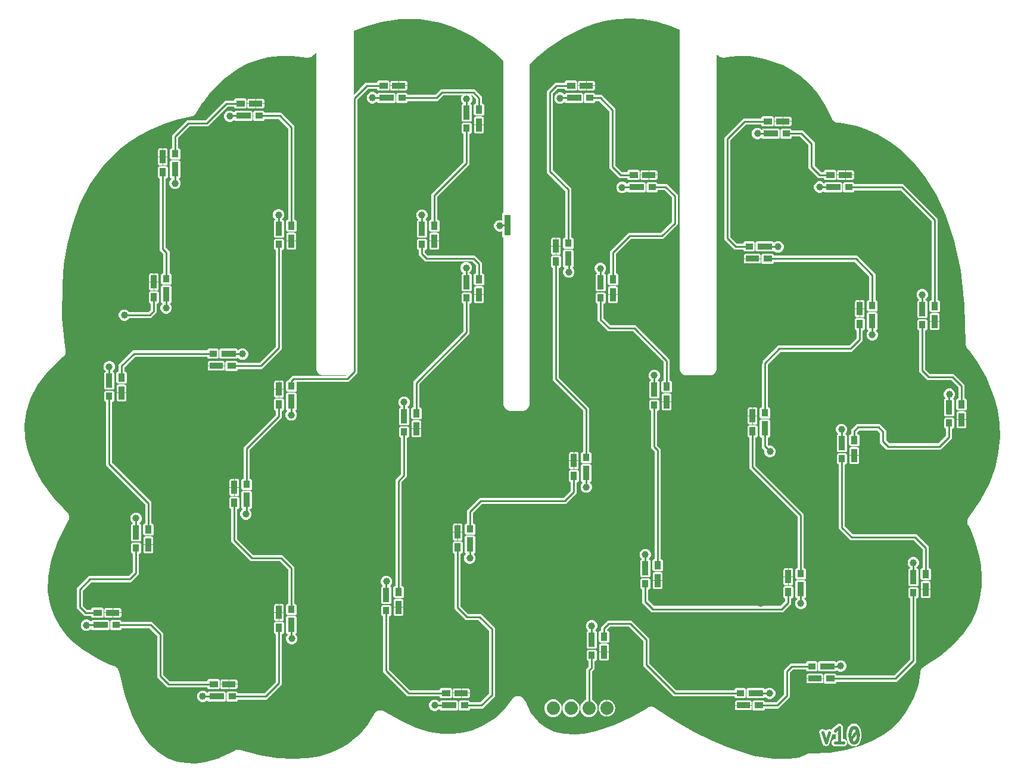
<source format=gtl>
G04 EAGLE Gerber RS-274X export*
G75*
%MOMM*%
%FSLAX34Y34*%
%LPD*%
%INTop Copper*%
%IPPOS*%
%AMOC8*
5,1,8,0,0,1.08239X$1,22.5*%
G01*
%ADD10C,0.381000*%
%ADD11C,1.879600*%
%ADD12R,0.900000X3.000000*%
%ADD13R,0.850000X1.900000*%
%ADD14R,0.850000X1.000000*%
%ADD15R,0.850000X1.150000*%
%ADD16R,0.850000X2.000000*%
%ADD17R,1.900000X0.850000*%
%ADD18R,1.000000X0.850000*%
%ADD19R,1.150000X0.850000*%
%ADD20R,2.000000X0.850000*%
%ADD21C,0.254000*%
%ADD22C,1.006400*%

G36*
X253569Y10475D02*
X253569Y10475D01*
X253578Y10473D01*
X265822Y11969D01*
X265830Y11974D01*
X265841Y11973D01*
X287958Y18273D01*
X287965Y18279D01*
X287975Y18280D01*
X303018Y25155D01*
X303022Y25160D01*
X303029Y25161D01*
X308594Y28390D01*
X308595Y28390D01*
X310334Y29410D01*
X310335Y29410D01*
X310354Y29422D01*
X310381Y29426D01*
X310382Y29427D01*
X312386Y29695D01*
X314388Y29972D01*
X314389Y29972D01*
X314410Y29975D01*
X314437Y29969D01*
X314438Y29969D01*
X316392Y29450D01*
X344732Y22064D01*
X344738Y22065D01*
X344744Y22062D01*
X369881Y17962D01*
X369888Y17964D01*
X369894Y17961D01*
X392354Y16632D01*
X392360Y16635D01*
X392367Y16632D01*
X412289Y17665D01*
X412295Y17668D01*
X412303Y17666D01*
X429843Y20657D01*
X429849Y20661D01*
X429858Y20661D01*
X445182Y25226D01*
X445188Y25230D01*
X445196Y25231D01*
X458471Y31003D01*
X458476Y31008D01*
X458484Y31010D01*
X469644Y37510D01*
X469650Y37518D01*
X469660Y37521D01*
X487530Y52186D01*
X487535Y52196D01*
X487546Y52202D01*
X499052Y65939D01*
X499055Y65947D01*
X499063Y65954D01*
X505271Y76100D01*
X505272Y76106D01*
X505278Y76112D01*
X506445Y78581D01*
X506445Y78599D01*
X506456Y78618D01*
X506512Y79042D01*
X507319Y80432D01*
X507319Y80437D01*
X507324Y80441D01*
X508010Y81894D01*
X508327Y82181D01*
X508334Y82197D01*
X508339Y82201D01*
X508342Y82203D01*
X508343Y82204D01*
X508351Y82211D01*
X508566Y82581D01*
X509843Y83557D01*
X509846Y83561D01*
X509851Y83564D01*
X511041Y84643D01*
X511444Y84787D01*
X511457Y84799D01*
X511477Y84805D01*
X511817Y85065D01*
X513371Y85478D01*
X513375Y85481D01*
X513381Y85481D01*
X514893Y86023D01*
X515321Y86002D01*
X515337Y86008D01*
X515359Y86006D01*
X515772Y86116D01*
X517365Y85903D01*
X517370Y85904D01*
X517375Y85902D01*
X518980Y85824D01*
X519367Y85641D01*
X519385Y85640D01*
X519404Y85630D01*
X519828Y85573D01*
X521218Y84767D01*
X521223Y84766D01*
X521227Y84762D01*
X522680Y84075D01*
X522967Y83758D01*
X522984Y83751D01*
X522997Y83734D01*
X545212Y70845D01*
X545219Y70845D01*
X545225Y70839D01*
X566587Y61415D01*
X566595Y61415D01*
X566602Y61410D01*
X586170Y55519D01*
X586178Y55520D01*
X586187Y55515D01*
X604010Y52663D01*
X604018Y52665D01*
X604027Y52662D01*
X620185Y52372D01*
X620193Y52375D01*
X620202Y52373D01*
X634790Y54199D01*
X634798Y54203D01*
X634807Y54202D01*
X647918Y57732D01*
X647924Y57737D01*
X647933Y57737D01*
X659387Y62484D01*
X659395Y62492D01*
X659406Y62494D01*
X678968Y74794D01*
X678975Y74804D01*
X678987Y74808D01*
X692626Y87397D01*
X692630Y87406D01*
X692640Y87412D01*
X702854Y100538D01*
X702859Y100557D01*
X702874Y100576D01*
X702935Y100767D01*
X704117Y102162D01*
X704118Y102165D01*
X704121Y102166D01*
X705244Y103610D01*
X705418Y103708D01*
X705430Y103724D01*
X705451Y103736D01*
X705580Y103889D01*
X707207Y104725D01*
X707208Y104727D01*
X707211Y104728D01*
X708801Y105632D01*
X709000Y105656D01*
X709017Y105666D01*
X709041Y105669D01*
X709219Y105761D01*
X711042Y105911D01*
X711044Y105912D01*
X711047Y105912D01*
X712862Y106138D01*
X713055Y106085D01*
X713074Y106088D01*
X713098Y106081D01*
X713297Y106098D01*
X715039Y105539D01*
X715041Y105540D01*
X715044Y105538D01*
X716807Y105053D01*
X716965Y104930D01*
X716984Y104925D01*
X717003Y104909D01*
X717194Y104848D01*
X718589Y103666D01*
X718591Y103665D01*
X718593Y103663D01*
X720036Y102540D01*
X720135Y102366D01*
X720151Y102354D01*
X720163Y102332D01*
X720315Y102203D01*
X721152Y100577D01*
X721154Y100575D01*
X721155Y100572D01*
X722058Y98982D01*
X722083Y98784D01*
X722093Y98767D01*
X722096Y98742D01*
X730445Y82514D01*
X730455Y82506D01*
X730459Y82492D01*
X740648Y69928D01*
X740660Y69922D01*
X740669Y69908D01*
X751986Y61095D01*
X751999Y61091D01*
X752010Y61080D01*
X764373Y55352D01*
X764385Y55352D01*
X764397Y55344D01*
X777759Y52251D01*
X777769Y52253D01*
X777780Y52248D01*
X791961Y51484D01*
X791969Y51486D01*
X791979Y51484D01*
X806656Y52753D01*
X806662Y52756D01*
X806669Y52755D01*
X821268Y55677D01*
X821274Y55681D01*
X821283Y55681D01*
X849726Y65138D01*
X849731Y65143D01*
X849739Y65143D01*
X873405Y76210D01*
X873409Y76214D01*
X873415Y76215D01*
X895777Y89354D01*
X895780Y89357D01*
X895785Y89359D01*
X897155Y90305D01*
X897515Y90382D01*
X897530Y90393D01*
X897552Y90397D01*
X897869Y90583D01*
X899519Y90813D01*
X899523Y90815D01*
X899528Y90815D01*
X901156Y91164D01*
X901518Y91098D01*
X901536Y91102D01*
X901558Y91097D01*
X901922Y91148D01*
X903534Y90729D01*
X903538Y90730D01*
X903543Y90727D01*
X905181Y90427D01*
X905490Y90228D01*
X905508Y90224D01*
X905526Y90212D01*
X905883Y90119D01*
X907211Y89116D01*
X907216Y89114D01*
X907219Y89110D01*
X935778Y70652D01*
X935781Y70651D01*
X935783Y70648D01*
X962197Y55407D01*
X962200Y55407D01*
X962203Y55404D01*
X986396Y43162D01*
X986400Y43162D01*
X986403Y43159D01*
X1008261Y33691D01*
X1008267Y33691D01*
X1008272Y33686D01*
X1046101Y21499D01*
X1046110Y21500D01*
X1046119Y21495D01*
X1075640Y16613D01*
X1075650Y16615D01*
X1075660Y16611D01*
X1097480Y16602D01*
X1097489Y16607D01*
X1097501Y16604D01*
X1111938Y19102D01*
X1111948Y19108D01*
X1111962Y19109D01*
X1123313Y23608D01*
X1123316Y23611D01*
X1123321Y23611D01*
X1124867Y24343D01*
X1125188Y24358D01*
X1125205Y24367D01*
X1125228Y24367D01*
X1125527Y24486D01*
X1127237Y24459D01*
X1127241Y24461D01*
X1127245Y24459D01*
X1154911Y25819D01*
X1154917Y25822D01*
X1154924Y25820D01*
X1178867Y29602D01*
X1178873Y29606D01*
X1178881Y29605D01*
X1199527Y35422D01*
X1199533Y35426D01*
X1199542Y35427D01*
X1217167Y42895D01*
X1217172Y42901D01*
X1217181Y42903D01*
X1232073Y51665D01*
X1232078Y51671D01*
X1232087Y51674D01*
X1244528Y61396D01*
X1244532Y61403D01*
X1244540Y61407D01*
X1247658Y64559D01*
X1251222Y68162D01*
X1254786Y71766D01*
X1254796Y71776D01*
X1254798Y71782D01*
X1254805Y71787D01*
X1262962Y82297D01*
X1262965Y82307D01*
X1262973Y82314D01*
X1274753Y103733D01*
X1274754Y103744D01*
X1274761Y103753D01*
X1281004Y122108D01*
X1281003Y122118D01*
X1281009Y122127D01*
X1283869Y139012D01*
X1283865Y139032D01*
X1283869Y139056D01*
X1283832Y139259D01*
X1284213Y141041D01*
X1284212Y141043D01*
X1284214Y141046D01*
X1284518Y142843D01*
X1284628Y143018D01*
X1284631Y143038D01*
X1284644Y143058D01*
X1284687Y143260D01*
X1285722Y144761D01*
X1285722Y144763D01*
X1285725Y144765D01*
X1286694Y146309D01*
X1286862Y146429D01*
X1286867Y146437D01*
X1286874Y146440D01*
X1286877Y146449D01*
X1286892Y146459D01*
X1287009Y146629D01*
X1288539Y147620D01*
X1288541Y147622D01*
X1288544Y147623D01*
X1290030Y148679D01*
X1290231Y148725D01*
X1290247Y148736D01*
X1290271Y148742D01*
X1312687Y163259D01*
X1312691Y163266D01*
X1312700Y163269D01*
X1331383Y179168D01*
X1331387Y179176D01*
X1331396Y179180D01*
X1345829Y195524D01*
X1345832Y195532D01*
X1345840Y195539D01*
X1356545Y212101D01*
X1356546Y212110D01*
X1356553Y212117D01*
X1364028Y228712D01*
X1364028Y228721D01*
X1364034Y228729D01*
X1368733Y245183D01*
X1368732Y245191D01*
X1368736Y245199D01*
X1371076Y261323D01*
X1371074Y261330D01*
X1371077Y261338D01*
X1371448Y276909D01*
X1371446Y276915D01*
X1371448Y276923D01*
X1370239Y291691D01*
X1370237Y291696D01*
X1370238Y291702D01*
X1367875Y305228D01*
X1367871Y305234D01*
X1367872Y305242D01*
X1361112Y328467D01*
X1361108Y328473D01*
X1361107Y328481D01*
X1354675Y343738D01*
X1354672Y343741D01*
X1354671Y343747D01*
X1352044Y348800D01*
X1352040Y348804D01*
X1352038Y348811D01*
X1351201Y350094D01*
X1351108Y350590D01*
X1351099Y350604D01*
X1351096Y350624D01*
X1350864Y351071D01*
X1350731Y352598D01*
X1350728Y352603D01*
X1350730Y352610D01*
X1350447Y354116D01*
X1350551Y354609D01*
X1350548Y354626D01*
X1350553Y354646D01*
X1350510Y355148D01*
X1350971Y356609D01*
X1350971Y356615D01*
X1350975Y356621D01*
X1351290Y358120D01*
X1351575Y358536D01*
X1351578Y358553D01*
X1351591Y358569D01*
X1351742Y359049D01*
X1352728Y360223D01*
X1352730Y360229D01*
X1352736Y360233D01*
X1369511Y384745D01*
X1369513Y384752D01*
X1369519Y384758D01*
X1381803Y408422D01*
X1381804Y408429D01*
X1381810Y408436D01*
X1390161Y431212D01*
X1390160Y431219D01*
X1390165Y431227D01*
X1395085Y453034D01*
X1395083Y453041D01*
X1395087Y453049D01*
X1397053Y473813D01*
X1397050Y473820D01*
X1397053Y473829D01*
X1396519Y493470D01*
X1396516Y493476D01*
X1396518Y493484D01*
X1393923Y511903D01*
X1393920Y511908D01*
X1393921Y511915D01*
X1389749Y528797D01*
X1389744Y528803D01*
X1389744Y528812D01*
X1378086Y558642D01*
X1378079Y558648D01*
X1378078Y558658D01*
X1365357Y581135D01*
X1365351Y581139D01*
X1365349Y581146D01*
X1355134Y595333D01*
X1355129Y595336D01*
X1355128Y595341D01*
X1351344Y599811D01*
X1351338Y599814D01*
X1351334Y599821D01*
X1350278Y600812D01*
X1350035Y601350D01*
X1350024Y601361D01*
X1350017Y601379D01*
X1349636Y601829D01*
X1349195Y603208D01*
X1349190Y603213D01*
X1349189Y603221D01*
X1348593Y604541D01*
X1348574Y605131D01*
X1348572Y605136D01*
X1348572Y605138D01*
X1348568Y605148D01*
X1348569Y605164D01*
X1348389Y605727D01*
X1348509Y607169D01*
X1348506Y607176D01*
X1348509Y607184D01*
X1346749Y662520D01*
X1346746Y662524D01*
X1346748Y662530D01*
X1341051Y711041D01*
X1341048Y711046D01*
X1341049Y711052D01*
X1332018Y752997D01*
X1332014Y753002D01*
X1332014Y753009D01*
X1320245Y788865D01*
X1320241Y788870D01*
X1320240Y788878D01*
X1306322Y819137D01*
X1306317Y819142D01*
X1306315Y819151D01*
X1290822Y844319D01*
X1290815Y844323D01*
X1290813Y844331D01*
X1274296Y864917D01*
X1274289Y864921D01*
X1274285Y864929D01*
X1257278Y881432D01*
X1257276Y881433D01*
X1257276Y881434D01*
X1257270Y881436D01*
X1257266Y881442D01*
X1240289Y894346D01*
X1240282Y894348D01*
X1240277Y894354D01*
X1223850Y904121D01*
X1223843Y904122D01*
X1223838Y904127D01*
X1208491Y911200D01*
X1208485Y911200D01*
X1208480Y911205D01*
X1194913Y915963D01*
X1194906Y915962D01*
X1194899Y915967D01*
X1174230Y920604D01*
X1174223Y920603D01*
X1174215Y920607D01*
X1167509Y921275D01*
X1167499Y921272D01*
X1167486Y921275D01*
X1166420Y921181D01*
X1165494Y921473D01*
X1165482Y921472D01*
X1165469Y921478D01*
X1164503Y921575D01*
X1163559Y922080D01*
X1163548Y922081D01*
X1163538Y922089D01*
X1162517Y922411D01*
X1161773Y923035D01*
X1161761Y923038D01*
X1161752Y923049D01*
X1160896Y923508D01*
X1160218Y924336D01*
X1160208Y924341D01*
X1160202Y924352D01*
X1159382Y925040D01*
X1158933Y925901D01*
X1158924Y925909D01*
X1158919Y925922D01*
X1158304Y926674D01*
X1157994Y927698D01*
X1157987Y927707D01*
X1157986Y927720D01*
X1148024Y946842D01*
X1148018Y946846D01*
X1148016Y946854D01*
X1136944Y963233D01*
X1136938Y963237D01*
X1136935Y963245D01*
X1125182Y976804D01*
X1125175Y976807D01*
X1125171Y976815D01*
X1112951Y987849D01*
X1112944Y987851D01*
X1112939Y987858D01*
X1100450Y996649D01*
X1100443Y996651D01*
X1100437Y996657D01*
X1088096Y1003348D01*
X1088087Y1003349D01*
X1088078Y1003356D01*
X1063228Y1012114D01*
X1063217Y1012113D01*
X1063206Y1012120D01*
X1040881Y1015661D01*
X1040872Y1015658D01*
X1040863Y1015662D01*
X1022767Y1015900D01*
X1022760Y1015896D01*
X1022751Y1015899D01*
X1007479Y1014043D01*
X1007460Y1014033D01*
X1007434Y1014029D01*
X1007405Y1014013D01*
X1005427Y1013794D01*
X1005426Y1013794D01*
X1003450Y1013554D01*
X1003418Y1013563D01*
X1003397Y1013560D01*
X1003371Y1013567D01*
X1003338Y1013563D01*
X1001427Y1014118D01*
X1001426Y1014118D01*
X999508Y1014652D01*
X999482Y1014673D01*
X999461Y1014678D01*
X999440Y1014694D01*
X999408Y1014704D01*
X997856Y1015947D01*
X997855Y1015947D01*
X997855Y1015948D01*
X996287Y1017176D01*
X996270Y1017205D01*
X996254Y1017218D01*
X996246Y1017231D01*
X996242Y1017239D01*
X996241Y1017239D01*
X996240Y1017241D01*
X994671Y1018497D01*
X994628Y1018509D01*
X994587Y1018524D01*
X994582Y1018522D01*
X994576Y1018523D01*
X994539Y1018501D01*
X994499Y1018482D01*
X994497Y1018476D01*
X994493Y1018473D01*
X994487Y1018449D01*
X994469Y1018400D01*
X994469Y570197D01*
X992903Y566416D01*
X990009Y563523D01*
X986229Y561957D01*
X949879Y561957D01*
X946099Y563523D01*
X943205Y566416D01*
X941639Y570197D01*
X941639Y1053146D01*
X941628Y1053171D01*
X941627Y1053199D01*
X941609Y1053217D01*
X941601Y1053235D01*
X941582Y1053242D01*
X941565Y1053260D01*
X927072Y1059575D01*
X927065Y1059576D01*
X927058Y1059581D01*
X907488Y1065457D01*
X907481Y1065456D01*
X907474Y1065460D01*
X888555Y1068729D01*
X888548Y1068728D01*
X888540Y1068731D01*
X870294Y1069691D01*
X870288Y1069688D01*
X870280Y1069691D01*
X852736Y1068623D01*
X852730Y1068620D01*
X852723Y1068622D01*
X835923Y1065797D01*
X835918Y1065794D01*
X835912Y1065795D01*
X819916Y1061480D01*
X819911Y1061477D01*
X819905Y1061477D01*
X804950Y1056003D01*
X804945Y1055998D01*
X804938Y1055997D01*
X777445Y1042269D01*
X777440Y1042263D01*
X777431Y1042261D01*
X754654Y1027120D01*
X754651Y1027115D01*
X754644Y1027113D01*
X737061Y1012785D01*
X737059Y1012781D01*
X737054Y1012779D01*
X728340Y1004492D01*
X728338Y1004486D01*
X728332Y1004484D01*
X728302Y1004405D01*
X728301Y1004402D01*
X728301Y519907D01*
X726735Y516126D01*
X723842Y513233D01*
X720062Y511667D01*
X699712Y511667D01*
X695931Y513233D01*
X693038Y516126D01*
X691472Y519907D01*
X691472Y757780D01*
X691471Y757782D01*
X691472Y757785D01*
X691452Y757827D01*
X691433Y757869D01*
X691431Y757870D01*
X691429Y757873D01*
X691348Y757904D01*
X691213Y757904D01*
X689427Y759690D01*
X689427Y767270D01*
X689416Y767295D01*
X689416Y767323D01*
X689398Y767338D01*
X689389Y767360D01*
X689363Y767369D01*
X689343Y767388D01*
X689317Y767387D01*
X689297Y767394D01*
X689280Y767386D01*
X689255Y767385D01*
X687407Y766619D01*
X684193Y766619D01*
X681223Y767849D01*
X678949Y770123D01*
X677719Y773093D01*
X677719Y776307D01*
X678949Y779277D01*
X681223Y781551D01*
X684193Y782781D01*
X687407Y782781D01*
X689255Y782015D01*
X689283Y782016D01*
X689309Y782006D01*
X689330Y782016D01*
X689353Y782016D01*
X689372Y782036D01*
X689397Y782048D01*
X689406Y782073D01*
X689420Y782088D01*
X689419Y782107D01*
X689427Y782130D01*
X689427Y792215D01*
X691213Y794001D01*
X691348Y794001D01*
X691350Y794002D01*
X691353Y794001D01*
X691395Y794021D01*
X691437Y794040D01*
X691438Y794042D01*
X691441Y794044D01*
X691472Y794125D01*
X691472Y1008850D01*
X691469Y1008857D01*
X691471Y1008863D01*
X691438Y1008931D01*
X691433Y1008940D01*
X691432Y1008941D01*
X678597Y1020881D01*
X678592Y1020883D01*
X678589Y1020888D01*
X662803Y1033331D01*
X662798Y1033333D01*
X662795Y1033337D01*
X647134Y1043628D01*
X647129Y1043629D01*
X647125Y1043634D01*
X631634Y1051933D01*
X631628Y1051933D01*
X631624Y1051938D01*
X616340Y1058403D01*
X616334Y1058403D01*
X616329Y1058407D01*
X601503Y1063123D01*
X601495Y1063123D01*
X601487Y1063127D01*
X571999Y1068284D01*
X571989Y1068282D01*
X571978Y1068286D01*
X544098Y1068370D01*
X544090Y1068366D01*
X544080Y1068368D01*
X517907Y1064471D01*
X517900Y1064467D01*
X517891Y1064468D01*
X493840Y1057634D01*
X493834Y1057630D01*
X493827Y1057630D01*
X478419Y1051385D01*
X478399Y1051364D01*
X478372Y1051352D01*
X478364Y1051330D01*
X478350Y1051316D01*
X478351Y1051295D01*
X478342Y1051270D01*
X478342Y961253D01*
X478342Y961252D01*
X478342Y961251D01*
X478361Y961208D01*
X478380Y961163D01*
X478382Y961163D01*
X478382Y961162D01*
X478427Y961146D01*
X478472Y961129D01*
X478473Y961130D01*
X478474Y961129D01*
X478554Y961165D01*
X487233Y969845D01*
X487357Y969969D01*
X487481Y970093D01*
X487606Y970217D01*
X487730Y970342D01*
X487854Y970466D01*
X487978Y970590D01*
X488103Y970714D01*
X488227Y970839D01*
X488351Y970963D01*
X488475Y971087D01*
X488600Y971211D01*
X488724Y971336D01*
X488848Y971460D01*
X488972Y971584D01*
X489097Y971708D01*
X489221Y971833D01*
X489345Y971957D01*
X489469Y972081D01*
X489594Y972205D01*
X489718Y972330D01*
X489842Y972454D01*
X489966Y972578D01*
X490091Y972702D01*
X490215Y972826D01*
X490215Y972827D01*
X490339Y972951D01*
X490463Y973075D01*
X490588Y973199D01*
X490712Y973323D01*
X490712Y973324D01*
X490836Y973448D01*
X490960Y973572D01*
X491085Y973696D01*
X491209Y973820D01*
X491209Y973821D01*
X491333Y973945D01*
X491457Y974069D01*
X491582Y974193D01*
X491706Y974317D01*
X491706Y974318D01*
X491830Y974442D01*
X491954Y974566D01*
X492079Y974690D01*
X492203Y974814D01*
X492203Y974815D01*
X492327Y974939D01*
X492451Y975063D01*
X492576Y975187D01*
X492700Y975311D01*
X492700Y975312D01*
X492824Y975436D01*
X492948Y975560D01*
X493197Y975809D01*
X493321Y975933D01*
X493445Y976057D01*
X493570Y976181D01*
X493694Y976305D01*
X493694Y976306D01*
X493818Y976430D01*
X493942Y976554D01*
X494067Y976678D01*
X494191Y976802D01*
X494191Y976803D01*
X494315Y976927D01*
X494439Y977051D01*
X494564Y977175D01*
X494688Y977299D01*
X494688Y977300D01*
X494812Y977424D01*
X494936Y977548D01*
X495061Y977672D01*
X495185Y977796D01*
X495185Y977797D01*
X495309Y977921D01*
X495433Y978045D01*
X495558Y978169D01*
X495657Y978269D01*
X511727Y978269D01*
X511730Y978270D01*
X511733Y978269D01*
X511774Y978289D01*
X511817Y978307D01*
X511818Y978310D01*
X511821Y978311D01*
X511851Y978393D01*
X511851Y979463D01*
X513637Y981249D01*
X527663Y981249D01*
X529449Y979463D01*
X529449Y968437D01*
X527663Y966651D01*
X513637Y966651D01*
X511851Y968437D01*
X511851Y969507D01*
X511850Y969510D01*
X511851Y969513D01*
X511831Y969554D01*
X511813Y969597D01*
X511810Y969598D01*
X511809Y969601D01*
X511727Y969631D01*
X499286Y969631D01*
X499282Y969630D01*
X499278Y969631D01*
X499199Y969595D01*
X483966Y954362D01*
X483966Y954361D01*
X483964Y954361D01*
X483963Y954358D01*
X483960Y954356D01*
X483930Y954275D01*
X483930Y565667D01*
X471329Y553067D01*
X397173Y553067D01*
X397170Y553066D01*
X397167Y553067D01*
X397126Y553047D01*
X397083Y553029D01*
X397082Y553026D01*
X397079Y553024D01*
X397049Y552943D01*
X397049Y540637D01*
X395263Y538851D01*
X384237Y538851D01*
X382451Y540637D01*
X382451Y553163D01*
X384237Y554949D01*
X385307Y554949D01*
X385310Y554950D01*
X385313Y554949D01*
X385354Y554969D01*
X385397Y554987D01*
X385398Y554990D01*
X385401Y554991D01*
X385431Y555073D01*
X385431Y555547D01*
X391589Y561704D01*
X467700Y561704D01*
X467704Y561706D01*
X467708Y561705D01*
X467787Y561740D01*
X467791Y561744D01*
X467792Y561746D01*
X467794Y561747D01*
X467811Y561792D01*
X467828Y561835D01*
X467827Y561837D01*
X467828Y561838D01*
X467808Y561881D01*
X467788Y561924D01*
X467786Y561925D01*
X467786Y561926D01*
X467704Y561957D01*
X433752Y561957D01*
X429972Y563523D01*
X427078Y566416D01*
X425512Y570197D01*
X425512Y1019973D01*
X425496Y1020011D01*
X425485Y1020050D01*
X425477Y1020054D01*
X425474Y1020062D01*
X425435Y1020077D01*
X425399Y1020096D01*
X425390Y1020094D01*
X425383Y1020097D01*
X425358Y1020085D01*
X425315Y1020073D01*
X419495Y1015807D01*
X419494Y1015805D01*
X419492Y1015805D01*
X418000Y1014642D01*
X417869Y1014606D01*
X417854Y1014593D01*
X417829Y1014586D01*
X417720Y1014506D01*
X415883Y1014057D01*
X415881Y1014056D01*
X415879Y1014056D01*
X414056Y1013552D01*
X413922Y1013569D01*
X413902Y1013563D01*
X413877Y1013566D01*
X413745Y1013534D01*
X411875Y1013822D01*
X411873Y1013822D01*
X411871Y1013823D01*
X391666Y1016323D01*
X391658Y1016321D01*
X391650Y1016324D01*
X373446Y1016295D01*
X373439Y1016292D01*
X373430Y1016294D01*
X356686Y1014137D01*
X356679Y1014133D01*
X356670Y1014134D01*
X341308Y1010175D01*
X341302Y1010170D01*
X341294Y1010170D01*
X327252Y1004714D01*
X327247Y1004710D01*
X327240Y1004709D01*
X314677Y998161D01*
X314672Y998154D01*
X314662Y998152D01*
X292650Y982302D01*
X292645Y982294D01*
X292634Y982290D01*
X275826Y965552D01*
X275823Y965545D01*
X275819Y965543D01*
X275818Y965542D01*
X275816Y965540D01*
X264013Y950450D01*
X264012Y950444D01*
X264005Y950439D01*
X255517Y936579D01*
X255514Y936561D01*
X254438Y934818D01*
X253367Y933069D01*
X251711Y931875D01*
X251711Y931874D01*
X250051Y930668D01*
X248062Y930197D01*
X246066Y929717D01*
X246046Y929720D01*
X226576Y925111D01*
X226572Y925108D01*
X226566Y925108D01*
X207189Y918838D01*
X207185Y918835D01*
X207179Y918834D01*
X189424Y911388D01*
X189420Y911384D01*
X189414Y911383D01*
X173198Y902859D01*
X173195Y902855D01*
X173189Y902853D01*
X158426Y893345D01*
X158423Y893341D01*
X158417Y893339D01*
X145197Y883070D01*
X145193Y883063D01*
X145185Y883059D01*
X122036Y859733D01*
X122032Y859724D01*
X122023Y859718D01*
X103646Y833979D01*
X103644Y833970D01*
X103637Y833964D01*
X89370Y806331D01*
X89370Y806323D01*
X89364Y806317D01*
X78748Y777522D01*
X78749Y777516D01*
X78744Y777510D01*
X71325Y748331D01*
X71326Y748326D01*
X71323Y748320D01*
X66634Y719558D01*
X66635Y719554D01*
X66633Y719549D01*
X64207Y692146D01*
X64208Y692140D01*
X64206Y692135D01*
X64109Y643844D01*
X64111Y643839D01*
X64110Y643833D01*
X67022Y610410D01*
X67024Y610406D01*
X67023Y610402D01*
X68720Y599041D01*
X68726Y599030D01*
X68727Y599014D01*
X69048Y598184D01*
X69021Y597034D01*
X69025Y597024D01*
X69022Y597012D01*
X69192Y595875D01*
X68977Y595011D01*
X68979Y594998D01*
X68973Y594983D01*
X68952Y594093D01*
X68487Y593041D01*
X68487Y593030D01*
X68481Y593021D01*
X68202Y591904D01*
X67672Y591188D01*
X67669Y591176D01*
X67659Y591165D01*
X67299Y590350D01*
X66466Y589556D01*
X66462Y589547D01*
X66452Y589540D01*
X65768Y588615D01*
X65004Y588157D01*
X64997Y588146D01*
X64983Y588140D01*
X44208Y568314D01*
X44204Y568305D01*
X44195Y568299D01*
X28876Y548401D01*
X28873Y548391D01*
X28865Y548383D01*
X18603Y528909D01*
X18602Y528898D01*
X18594Y528888D01*
X12660Y509923D01*
X12661Y509912D01*
X12656Y509901D01*
X10393Y491472D01*
X10396Y491462D01*
X10392Y491451D01*
X11233Y473597D01*
X11237Y473589D01*
X11235Y473579D01*
X14668Y456409D01*
X14672Y456403D01*
X14672Y456394D01*
X20184Y440087D01*
X20188Y440082D01*
X20189Y440075D01*
X27243Y424853D01*
X27248Y424849D01*
X27249Y424843D01*
X35204Y411077D01*
X35209Y411073D01*
X35211Y411066D01*
X51981Y387998D01*
X51987Y387995D01*
X51990Y387988D01*
X65388Y373141D01*
X65392Y373139D01*
X65394Y373135D01*
X69760Y368940D01*
X69776Y368934D01*
X69790Y368919D01*
X70231Y368695D01*
X71235Y367524D01*
X71240Y367522D01*
X71243Y367516D01*
X72355Y366447D01*
X72553Y365995D01*
X72565Y365983D01*
X72572Y365964D01*
X72894Y365589D01*
X73373Y364123D01*
X73377Y364118D01*
X73377Y364112D01*
X73996Y362699D01*
X74006Y362205D01*
X74013Y362189D01*
X74012Y362169D01*
X74165Y361699D01*
X74047Y360162D01*
X74049Y360156D01*
X74047Y360150D01*
X74078Y358608D01*
X73898Y358148D01*
X73898Y358131D01*
X73890Y358112D01*
X73852Y357619D01*
X73154Y356244D01*
X73154Y356238D01*
X73149Y356233D01*
X72588Y354797D01*
X72524Y354730D01*
X72404Y354606D01*
X72245Y354441D01*
X72239Y354425D01*
X72224Y354411D01*
X57810Y325995D01*
X57810Y325987D01*
X57804Y325980D01*
X48504Y299616D01*
X48505Y299607D01*
X48499Y299598D01*
X44018Y276051D01*
X44021Y276041D01*
X44016Y276030D01*
X43613Y255124D01*
X43615Y255119D01*
X43613Y255115D01*
X43616Y255109D01*
X43615Y255102D01*
X46595Y236591D01*
X46601Y236582D01*
X46600Y236570D01*
X52354Y220192D01*
X52361Y220185D01*
X52363Y220173D01*
X60351Y205715D01*
X60358Y205709D01*
X60361Y205700D01*
X70064Y193026D01*
X70071Y193022D01*
X70074Y193014D01*
X80942Y182053D01*
X80949Y182050D01*
X80952Y182044D01*
X92254Y172866D01*
X92262Y172864D01*
X92267Y172857D01*
X114623Y158947D01*
X114631Y158946D01*
X114637Y158940D01*
X131482Y151198D01*
X131487Y151198D01*
X131491Y151194D01*
X137220Y149123D01*
X137231Y149123D01*
X137243Y149117D01*
X138272Y148956D01*
X139126Y148436D01*
X139137Y148434D01*
X139148Y148425D01*
X140089Y148085D01*
X140858Y147383D01*
X140869Y147379D01*
X140877Y147369D01*
X141766Y146827D01*
X142356Y146020D01*
X142366Y146013D01*
X142373Y146001D01*
X143111Y145327D01*
X143553Y144384D01*
X143562Y144377D01*
X143565Y144364D01*
X144180Y143523D01*
X144416Y142551D01*
X144423Y142541D01*
X144424Y142527D01*
X144848Y141622D01*
X144896Y140582D01*
X144901Y140572D01*
X144899Y140558D01*
X153273Y106062D01*
X153277Y106057D01*
X153277Y106049D01*
X163532Y77694D01*
X163538Y77688D01*
X163539Y77679D01*
X175117Y55395D01*
X175124Y55389D01*
X175127Y55378D01*
X187599Y38512D01*
X187608Y38507D01*
X187614Y38495D01*
X200602Y26319D01*
X200613Y26315D01*
X200621Y26304D01*
X213858Y18057D01*
X213870Y18055D01*
X213880Y18046D01*
X227209Y13030D01*
X227220Y13030D01*
X227231Y13024D01*
X240514Y10662D01*
X240523Y10664D01*
X240534Y10660D01*
X253561Y10472D01*
X253569Y10475D01*
G37*
%LPC*%
G36*
X803337Y437251D02*
X803337Y437251D01*
X801551Y439037D01*
X801551Y451563D01*
X803337Y453349D01*
X804407Y453349D01*
X804410Y453350D01*
X804413Y453349D01*
X804454Y453369D01*
X804497Y453387D01*
X804498Y453390D01*
X804501Y453391D01*
X804531Y453473D01*
X804531Y512396D01*
X804530Y512400D01*
X804531Y512404D01*
X804495Y512483D01*
X761631Y555347D01*
X761631Y714927D01*
X761630Y714930D01*
X761631Y714933D01*
X761611Y714974D01*
X761593Y715017D01*
X761590Y715018D01*
X761589Y715021D01*
X761507Y715051D01*
X760437Y715051D01*
X758651Y716837D01*
X758651Y730863D01*
X760437Y732649D01*
X771463Y732649D01*
X773249Y730863D01*
X773249Y716837D01*
X771463Y715051D01*
X770393Y715051D01*
X770390Y715050D01*
X770387Y715051D01*
X770346Y715031D01*
X770303Y715013D01*
X770302Y715010D01*
X770299Y715009D01*
X770269Y714927D01*
X770269Y558976D01*
X770270Y558972D01*
X770269Y558968D01*
X770305Y558889D01*
X813169Y516025D01*
X813169Y453473D01*
X813170Y453470D01*
X813169Y453467D01*
X813189Y453426D01*
X813207Y453383D01*
X813210Y453382D01*
X813211Y453379D01*
X813293Y453349D01*
X814363Y453349D01*
X816149Y451563D01*
X816149Y439037D01*
X814363Y437251D01*
X803337Y437251D01*
G37*
%LPD*%
%LPC*%
G36*
X629537Y85551D02*
X629537Y85551D01*
X627751Y87337D01*
X627751Y98363D01*
X629537Y100149D01*
X642063Y100149D01*
X643849Y98363D01*
X643849Y97293D01*
X643850Y97290D01*
X643849Y97287D01*
X643869Y97246D01*
X643887Y97203D01*
X643890Y97202D01*
X643891Y97199D01*
X643973Y97169D01*
X657938Y97169D01*
X657942Y97170D01*
X657946Y97169D01*
X658025Y97205D01*
X670523Y109703D01*
X670525Y109707D01*
X670529Y109709D01*
X670559Y109790D01*
X670559Y199328D01*
X670558Y199332D01*
X670559Y199336D01*
X670523Y199416D01*
X655853Y214085D01*
X655852Y214086D01*
X655851Y214087D01*
X655849Y214088D01*
X655847Y214091D01*
X655766Y214121D01*
X638037Y214121D01*
X621931Y230227D01*
X621931Y308527D01*
X621930Y308530D01*
X621931Y308533D01*
X621911Y308574D01*
X621893Y308617D01*
X621890Y308618D01*
X621889Y308621D01*
X621807Y308651D01*
X620737Y308651D01*
X618951Y310437D01*
X618951Y324463D01*
X620737Y326249D01*
X631763Y326249D01*
X633549Y324463D01*
X633549Y310437D01*
X631763Y308651D01*
X630693Y308651D01*
X630690Y308650D01*
X630687Y308651D01*
X630646Y308631D01*
X630603Y308613D01*
X630602Y308610D01*
X630599Y308609D01*
X630569Y308527D01*
X630569Y233856D01*
X630570Y233852D01*
X630569Y233848D01*
X630605Y233769D01*
X641579Y222795D01*
X641583Y222793D01*
X641585Y222789D01*
X641666Y222759D01*
X659395Y222759D01*
X676630Y205523D01*
X676631Y205523D01*
X679197Y202957D01*
X679197Y106161D01*
X661567Y88531D01*
X643973Y88531D01*
X643970Y88530D01*
X643967Y88531D01*
X643926Y88511D01*
X643883Y88493D01*
X643882Y88490D01*
X643879Y88489D01*
X643849Y88407D01*
X643849Y87337D01*
X642063Y85551D01*
X629537Y85551D01*
G37*
%LPD*%
%LPC*%
G36*
X1021637Y103051D02*
X1021637Y103051D01*
X1019851Y104837D01*
X1019851Y105907D01*
X1019850Y105910D01*
X1019851Y105913D01*
X1019831Y105954D01*
X1019813Y105997D01*
X1019810Y105998D01*
X1019809Y106001D01*
X1019727Y106031D01*
X932817Y106031D01*
X890015Y148833D01*
X890015Y184596D01*
X890014Y184600D01*
X890015Y184604D01*
X889979Y184683D01*
X869975Y204687D01*
X869971Y204689D01*
X869969Y204693D01*
X869888Y204723D01*
X842834Y204723D01*
X842830Y204722D01*
X842826Y204723D01*
X842747Y204687D01*
X838605Y200545D01*
X838603Y200541D01*
X838599Y200539D01*
X838569Y200458D01*
X838569Y199473D01*
X838570Y199470D01*
X838569Y199467D01*
X838589Y199426D01*
X838607Y199383D01*
X838610Y199382D01*
X838611Y199379D01*
X838693Y199349D01*
X839763Y199349D01*
X841549Y197563D01*
X841549Y183537D01*
X839763Y181751D01*
X828737Y181751D01*
X826951Y183537D01*
X826951Y197563D01*
X828737Y199349D01*
X829807Y199349D01*
X829810Y199350D01*
X829813Y199349D01*
X829854Y199369D01*
X829897Y199387D01*
X829898Y199390D01*
X829901Y199391D01*
X829931Y199473D01*
X829931Y204087D01*
X839205Y213361D01*
X873517Y213361D01*
X898653Y188225D01*
X898653Y152462D01*
X898654Y152458D01*
X898653Y152454D01*
X898689Y152375D01*
X936359Y114705D01*
X936363Y114703D01*
X936365Y114699D01*
X936446Y114669D01*
X1019727Y114669D01*
X1019730Y114670D01*
X1019733Y114669D01*
X1019774Y114689D01*
X1019817Y114707D01*
X1019818Y114710D01*
X1019821Y114711D01*
X1019851Y114793D01*
X1019851Y115863D01*
X1021637Y117649D01*
X1034163Y117649D01*
X1035949Y115863D01*
X1035949Y104837D01*
X1034163Y103051D01*
X1021637Y103051D01*
G37*
%LPD*%
%LPC*%
G36*
X1285937Y270651D02*
X1285937Y270651D01*
X1284151Y272437D01*
X1284151Y286463D01*
X1285937Y288249D01*
X1287007Y288249D01*
X1287010Y288250D01*
X1287013Y288249D01*
X1287054Y288269D01*
X1287097Y288287D01*
X1287098Y288290D01*
X1287101Y288291D01*
X1287131Y288373D01*
X1287131Y315038D01*
X1287130Y315042D01*
X1287131Y315046D01*
X1287095Y315125D01*
X1274851Y327369D01*
X1274847Y327371D01*
X1274845Y327375D01*
X1274764Y327405D01*
X1184391Y327405D01*
X1168031Y343765D01*
X1168031Y435527D01*
X1168030Y435530D01*
X1168031Y435533D01*
X1168011Y435574D01*
X1167993Y435617D01*
X1167990Y435618D01*
X1167989Y435621D01*
X1167907Y435651D01*
X1166837Y435651D01*
X1165051Y437437D01*
X1165051Y449963D01*
X1166837Y451749D01*
X1177863Y451749D01*
X1179649Y449963D01*
X1179649Y437437D01*
X1177863Y435651D01*
X1176793Y435651D01*
X1176790Y435650D01*
X1176787Y435651D01*
X1176746Y435631D01*
X1176703Y435613D01*
X1176702Y435610D01*
X1176699Y435609D01*
X1176669Y435527D01*
X1176669Y347394D01*
X1176670Y347390D01*
X1176669Y347386D01*
X1176705Y347307D01*
X1187933Y336079D01*
X1187937Y336077D01*
X1187939Y336073D01*
X1188020Y336043D01*
X1278393Y336043D01*
X1295769Y318667D01*
X1295769Y288373D01*
X1295770Y288370D01*
X1295769Y288367D01*
X1295789Y288326D01*
X1295807Y288283D01*
X1295810Y288282D01*
X1295811Y288279D01*
X1295893Y288249D01*
X1296963Y288249D01*
X1298749Y286463D01*
X1298749Y272437D01*
X1296963Y270651D01*
X1285937Y270651D01*
G37*
%LPD*%
%LPC*%
G36*
X1298637Y651651D02*
X1298637Y651651D01*
X1296851Y653437D01*
X1296851Y667463D01*
X1298637Y669249D01*
X1299707Y669249D01*
X1299710Y669250D01*
X1299713Y669249D01*
X1299754Y669269D01*
X1299797Y669287D01*
X1299798Y669290D01*
X1299801Y669291D01*
X1299831Y669373D01*
X1299831Y781128D01*
X1299830Y781132D01*
X1299831Y781136D01*
X1299795Y781215D01*
X1255915Y825095D01*
X1255911Y825097D01*
X1255909Y825101D01*
X1255828Y825131D01*
X1190073Y825131D01*
X1190070Y825130D01*
X1190067Y825131D01*
X1190026Y825111D01*
X1189983Y825093D01*
X1189982Y825090D01*
X1189979Y825089D01*
X1189949Y825007D01*
X1189949Y823937D01*
X1188163Y822151D01*
X1175637Y822151D01*
X1173851Y823937D01*
X1173851Y834963D01*
X1175637Y836749D01*
X1188163Y836749D01*
X1189949Y834963D01*
X1189949Y833893D01*
X1189950Y833890D01*
X1189949Y833887D01*
X1189969Y833846D01*
X1189987Y833803D01*
X1189990Y833802D01*
X1189991Y833799D01*
X1190073Y833769D01*
X1259457Y833769D01*
X1308469Y784757D01*
X1308469Y669373D01*
X1308470Y669370D01*
X1308469Y669367D01*
X1308489Y669326D01*
X1308507Y669283D01*
X1308510Y669282D01*
X1308511Y669279D01*
X1308593Y669249D01*
X1309663Y669249D01*
X1311449Y667463D01*
X1311449Y653437D01*
X1309663Y651651D01*
X1298637Y651651D01*
G37*
%LPD*%
%LPC*%
G36*
X777937Y742051D02*
X777937Y742051D01*
X776151Y743837D01*
X776151Y756363D01*
X777937Y758149D01*
X779147Y758149D01*
X779150Y758150D01*
X779153Y758149D01*
X779194Y758169D01*
X779237Y758187D01*
X779238Y758190D01*
X779241Y758191D01*
X779271Y758273D01*
X779271Y824168D01*
X779270Y824172D01*
X779271Y824176D01*
X779235Y824255D01*
X753109Y850381D01*
X753109Y966481D01*
X764897Y978269D01*
X778427Y978269D01*
X778430Y978270D01*
X778433Y978269D01*
X778474Y978289D01*
X778517Y978307D01*
X778518Y978310D01*
X778521Y978311D01*
X778551Y978393D01*
X778551Y979463D01*
X780337Y981249D01*
X794363Y981249D01*
X796149Y979463D01*
X796149Y968437D01*
X794363Y966651D01*
X780337Y966651D01*
X778551Y968437D01*
X778551Y969507D01*
X778550Y969510D01*
X778551Y969513D01*
X778531Y969554D01*
X778513Y969597D01*
X778510Y969598D01*
X778509Y969601D01*
X778427Y969631D01*
X768526Y969631D01*
X768522Y969630D01*
X768518Y969631D01*
X768439Y969595D01*
X761783Y962939D01*
X761781Y962935D01*
X761777Y962933D01*
X761747Y962852D01*
X761747Y854010D01*
X761748Y854006D01*
X761747Y854002D01*
X761783Y853923D01*
X787909Y827797D01*
X787909Y758273D01*
X787910Y758270D01*
X787909Y758267D01*
X787929Y758226D01*
X787947Y758183D01*
X787950Y758182D01*
X787951Y758179D01*
X788033Y758149D01*
X788963Y758149D01*
X790749Y756363D01*
X790749Y743837D01*
X788963Y742051D01*
X777937Y742051D01*
G37*
%LPD*%
%LPC*%
G36*
X902197Y225551D02*
X902197Y225551D01*
X888631Y239117D01*
X888631Y257727D01*
X888630Y257730D01*
X888631Y257733D01*
X888611Y257774D01*
X888593Y257817D01*
X888590Y257818D01*
X888589Y257821D01*
X888507Y257851D01*
X887437Y257851D01*
X885651Y259637D01*
X885651Y272163D01*
X887437Y273949D01*
X898463Y273949D01*
X900249Y272163D01*
X900249Y259637D01*
X898463Y257851D01*
X897393Y257851D01*
X897390Y257850D01*
X897387Y257851D01*
X897346Y257831D01*
X897303Y257813D01*
X897302Y257810D01*
X897299Y257809D01*
X897269Y257727D01*
X897269Y242746D01*
X897270Y242742D01*
X897269Y242738D01*
X897305Y242659D01*
X905739Y234225D01*
X905743Y234223D01*
X905745Y234219D01*
X905826Y234189D01*
X1085026Y234189D01*
X1085030Y234190D01*
X1085034Y234189D01*
X1085113Y234225D01*
X1091795Y240907D01*
X1091797Y240911D01*
X1091801Y240913D01*
X1091831Y240994D01*
X1091831Y245027D01*
X1091830Y245030D01*
X1091831Y245033D01*
X1091811Y245074D01*
X1091793Y245117D01*
X1091790Y245118D01*
X1091789Y245121D01*
X1091707Y245151D01*
X1090637Y245151D01*
X1088851Y246937D01*
X1088851Y260963D01*
X1090637Y262749D01*
X1101663Y262749D01*
X1103449Y260963D01*
X1103449Y246937D01*
X1101663Y245151D01*
X1100593Y245151D01*
X1100590Y245150D01*
X1100587Y245151D01*
X1100546Y245131D01*
X1100503Y245113D01*
X1100502Y245110D01*
X1100499Y245109D01*
X1100469Y245027D01*
X1100469Y237365D01*
X1088655Y225551D01*
X902197Y225551D01*
G37*
%LPD*%
%LPC*%
G36*
X1034337Y738051D02*
X1034337Y738051D01*
X1032551Y739837D01*
X1032551Y740793D01*
X1032550Y740796D01*
X1032551Y740799D01*
X1032531Y740840D01*
X1032513Y740883D01*
X1032510Y740884D01*
X1032509Y740887D01*
X1032427Y740917D01*
X1019291Y740917D01*
X1005077Y755131D01*
X1005077Y900187D01*
X1032359Y927469D01*
X1057827Y927469D01*
X1057830Y927470D01*
X1057833Y927469D01*
X1057874Y927489D01*
X1057917Y927507D01*
X1057918Y927510D01*
X1057921Y927511D01*
X1057951Y927593D01*
X1057951Y928663D01*
X1059737Y930449D01*
X1073763Y930449D01*
X1075549Y928663D01*
X1075549Y917637D01*
X1073763Y915851D01*
X1059737Y915851D01*
X1057951Y917637D01*
X1057951Y918707D01*
X1057950Y918710D01*
X1057951Y918713D01*
X1057931Y918754D01*
X1057913Y918797D01*
X1057910Y918798D01*
X1057909Y918801D01*
X1057827Y918831D01*
X1035988Y918831D01*
X1035984Y918830D01*
X1035980Y918831D01*
X1035901Y918795D01*
X1013751Y896645D01*
X1013749Y896641D01*
X1013745Y896639D01*
X1013715Y896558D01*
X1013715Y758760D01*
X1013716Y758756D01*
X1013715Y758752D01*
X1013751Y758673D01*
X1022833Y749591D01*
X1022837Y749589D01*
X1022839Y749585D01*
X1022920Y749555D01*
X1032427Y749555D01*
X1032430Y749556D01*
X1032433Y749555D01*
X1032474Y749575D01*
X1032517Y749593D01*
X1032518Y749596D01*
X1032521Y749597D01*
X1032551Y749679D01*
X1032551Y750863D01*
X1034337Y752649D01*
X1046863Y752649D01*
X1048649Y750863D01*
X1048649Y739837D01*
X1046863Y738051D01*
X1034337Y738051D01*
G37*
%LPD*%
%LPC*%
G36*
X1057337Y500751D02*
X1057337Y500751D01*
X1055551Y502537D01*
X1055551Y515063D01*
X1057337Y516849D01*
X1058407Y516849D01*
X1058410Y516850D01*
X1058413Y516849D01*
X1058454Y516869D01*
X1058497Y516887D01*
X1058498Y516890D01*
X1058501Y516891D01*
X1058531Y516973D01*
X1058531Y581277D01*
X1081521Y604267D01*
X1183070Y604267D01*
X1183074Y604268D01*
X1183078Y604267D01*
X1183157Y604303D01*
X1193395Y614541D01*
X1193397Y614545D01*
X1193401Y614547D01*
X1193431Y614628D01*
X1193431Y626027D01*
X1193430Y626030D01*
X1193431Y626033D01*
X1193411Y626074D01*
X1193393Y626117D01*
X1193390Y626118D01*
X1193389Y626121D01*
X1193307Y626151D01*
X1192237Y626151D01*
X1190451Y627937D01*
X1190451Y641963D01*
X1192237Y643749D01*
X1203263Y643749D01*
X1205049Y641963D01*
X1205049Y627937D01*
X1203263Y626151D01*
X1202193Y626151D01*
X1202190Y626150D01*
X1202187Y626151D01*
X1202146Y626131D01*
X1202103Y626113D01*
X1202102Y626110D01*
X1202099Y626109D01*
X1202069Y626027D01*
X1202069Y610999D01*
X1186699Y595629D01*
X1085150Y595629D01*
X1085146Y595628D01*
X1085142Y595629D01*
X1085063Y595593D01*
X1067205Y577735D01*
X1067203Y577731D01*
X1067199Y577729D01*
X1067169Y577648D01*
X1067169Y516973D01*
X1067170Y516970D01*
X1067169Y516967D01*
X1067189Y516926D01*
X1067207Y516883D01*
X1067210Y516882D01*
X1067211Y516879D01*
X1067293Y516849D01*
X1068363Y516849D01*
X1070149Y515063D01*
X1070149Y502537D01*
X1068363Y500751D01*
X1057337Y500751D01*
G37*
%LPD*%
%LPC*%
G36*
X536637Y245251D02*
X536637Y245251D01*
X534851Y247037D01*
X534851Y261063D01*
X536637Y262849D01*
X537707Y262849D01*
X537710Y262850D01*
X537713Y262849D01*
X537754Y262869D01*
X537797Y262887D01*
X537798Y262890D01*
X537801Y262891D01*
X537831Y262973D01*
X537831Y413637D01*
X545695Y421501D01*
X545697Y421505D01*
X545701Y421507D01*
X545731Y421588D01*
X545731Y473627D01*
X545730Y473630D01*
X545731Y473633D01*
X545711Y473674D01*
X545693Y473717D01*
X545690Y473718D01*
X545689Y473721D01*
X545607Y473751D01*
X544537Y473751D01*
X542751Y475537D01*
X542751Y488063D01*
X544537Y489849D01*
X555563Y489849D01*
X557349Y488063D01*
X557349Y475537D01*
X555563Y473751D01*
X554493Y473751D01*
X554490Y473750D01*
X554487Y473751D01*
X554446Y473731D01*
X554403Y473713D01*
X554402Y473710D01*
X554399Y473709D01*
X554369Y473627D01*
X554369Y417959D01*
X546505Y410095D01*
X546503Y410091D01*
X546499Y410089D01*
X546469Y410008D01*
X546469Y262973D01*
X546470Y262970D01*
X546469Y262967D01*
X546489Y262926D01*
X546507Y262883D01*
X546510Y262882D01*
X546511Y262879D01*
X546593Y262849D01*
X547663Y262849D01*
X549449Y261063D01*
X549449Y247037D01*
X547663Y245251D01*
X536637Y245251D01*
G37*
%LPD*%
%LPC*%
G36*
X1108137Y272151D02*
X1108137Y272151D01*
X1106351Y273937D01*
X1106351Y286463D01*
X1108137Y288249D01*
X1109207Y288249D01*
X1109210Y288250D01*
X1109213Y288249D01*
X1109254Y288269D01*
X1109297Y288287D01*
X1109298Y288290D01*
X1109301Y288291D01*
X1109331Y288373D01*
X1109331Y361520D01*
X1109330Y361524D01*
X1109331Y361528D01*
X1109295Y361607D01*
X1041031Y429871D01*
X1041031Y473627D01*
X1041030Y473630D01*
X1041031Y473633D01*
X1041011Y473674D01*
X1040993Y473717D01*
X1040990Y473718D01*
X1040989Y473721D01*
X1040907Y473751D01*
X1039837Y473751D01*
X1038051Y475537D01*
X1038051Y489563D01*
X1039837Y491349D01*
X1050863Y491349D01*
X1052649Y489563D01*
X1052649Y475537D01*
X1050863Y473751D01*
X1049793Y473751D01*
X1049790Y473750D01*
X1049787Y473751D01*
X1049746Y473731D01*
X1049703Y473713D01*
X1049702Y473710D01*
X1049699Y473709D01*
X1049669Y473627D01*
X1049669Y433500D01*
X1049670Y433496D01*
X1049669Y433492D01*
X1049705Y433413D01*
X1117969Y365149D01*
X1117969Y288373D01*
X1117970Y288370D01*
X1117969Y288367D01*
X1117989Y288326D01*
X1118007Y288283D01*
X1118010Y288282D01*
X1118011Y288279D01*
X1118093Y288249D01*
X1119163Y288249D01*
X1120949Y286463D01*
X1120949Y273937D01*
X1119163Y272151D01*
X1108137Y272151D01*
G37*
%LPD*%
%LPC*%
G36*
X904937Y283351D02*
X904937Y283351D01*
X903151Y285137D01*
X903151Y299163D01*
X904937Y300949D01*
X906007Y300949D01*
X906010Y300950D01*
X906013Y300949D01*
X906054Y300969D01*
X906097Y300987D01*
X906098Y300990D01*
X906101Y300991D01*
X906131Y301073D01*
X906131Y453976D01*
X906130Y453980D01*
X906131Y453984D01*
X906095Y454063D01*
X901331Y458827D01*
X901331Y511727D01*
X901330Y511730D01*
X901331Y511733D01*
X901311Y511774D01*
X901293Y511817D01*
X901290Y511818D01*
X901289Y511821D01*
X901207Y511851D01*
X900137Y511851D01*
X898351Y513637D01*
X898351Y526163D01*
X900137Y527949D01*
X911163Y527949D01*
X912949Y526163D01*
X912949Y513637D01*
X911163Y511851D01*
X910093Y511851D01*
X910090Y511850D01*
X910087Y511851D01*
X910046Y511831D01*
X910003Y511813D01*
X910002Y511810D01*
X909999Y511809D01*
X909969Y511727D01*
X909969Y462456D01*
X909970Y462452D01*
X909969Y462448D01*
X910005Y462369D01*
X914769Y457605D01*
X914769Y301073D01*
X914770Y301070D01*
X914769Y301067D01*
X914789Y301026D01*
X914807Y300983D01*
X914810Y300982D01*
X914811Y300979D01*
X914893Y300949D01*
X915963Y300949D01*
X917749Y299163D01*
X917749Y285137D01*
X915963Y283351D01*
X904937Y283351D01*
G37*
%LPD*%
%LPC*%
G36*
X1148737Y123651D02*
X1148737Y123651D01*
X1146951Y125437D01*
X1146951Y136463D01*
X1148737Y138249D01*
X1162763Y138249D01*
X1164549Y136463D01*
X1164549Y135393D01*
X1164550Y135390D01*
X1164549Y135387D01*
X1164569Y135346D01*
X1164587Y135303D01*
X1164590Y135302D01*
X1164591Y135299D01*
X1164673Y135269D01*
X1246710Y135269D01*
X1246714Y135270D01*
X1246718Y135269D01*
X1246797Y135305D01*
X1269595Y158103D01*
X1269597Y158107D01*
X1269601Y158109D01*
X1269631Y158190D01*
X1269631Y245027D01*
X1269630Y245030D01*
X1269631Y245033D01*
X1269611Y245074D01*
X1269593Y245117D01*
X1269590Y245118D01*
X1269589Y245121D01*
X1269507Y245151D01*
X1268437Y245151D01*
X1266651Y246937D01*
X1266651Y259463D01*
X1268437Y261249D01*
X1279463Y261249D01*
X1281249Y259463D01*
X1281249Y246937D01*
X1279463Y245151D01*
X1278393Y245151D01*
X1278390Y245150D01*
X1278387Y245151D01*
X1278346Y245131D01*
X1278303Y245113D01*
X1278302Y245110D01*
X1278299Y245109D01*
X1278269Y245027D01*
X1278269Y154561D01*
X1250339Y126631D01*
X1164673Y126631D01*
X1164670Y126630D01*
X1164667Y126631D01*
X1164626Y126611D01*
X1164583Y126593D01*
X1164582Y126590D01*
X1164579Y126589D01*
X1164549Y126507D01*
X1164549Y125437D01*
X1162763Y123651D01*
X1148737Y123651D01*
G37*
%LPD*%
%LPC*%
G36*
X297837Y568151D02*
X297837Y568151D01*
X296051Y569937D01*
X296051Y580963D01*
X297837Y582749D01*
X311863Y582749D01*
X313649Y580963D01*
X313649Y579893D01*
X313650Y579890D01*
X313649Y579887D01*
X313669Y579846D01*
X313687Y579803D01*
X313690Y579802D01*
X313691Y579799D01*
X313773Y579769D01*
X344756Y579769D01*
X344760Y579770D01*
X344764Y579769D01*
X344843Y579805D01*
X367895Y602857D01*
X367897Y602861D01*
X367901Y602863D01*
X367931Y602944D01*
X367931Y740327D01*
X367930Y740330D01*
X367931Y740333D01*
X367911Y740374D01*
X367893Y740417D01*
X367890Y740418D01*
X367889Y740421D01*
X367807Y740451D01*
X366737Y740451D01*
X364951Y742237D01*
X364951Y754763D01*
X366737Y756549D01*
X377763Y756549D01*
X379549Y754763D01*
X379549Y742237D01*
X377763Y740451D01*
X376693Y740451D01*
X376690Y740450D01*
X376687Y740451D01*
X376646Y740431D01*
X376603Y740413D01*
X376602Y740410D01*
X376599Y740409D01*
X376569Y740327D01*
X376569Y599315D01*
X348385Y571131D01*
X313773Y571131D01*
X313770Y571130D01*
X313767Y571131D01*
X313726Y571111D01*
X313683Y571093D01*
X313682Y571090D01*
X313679Y571089D01*
X313649Y571007D01*
X313649Y569937D01*
X311863Y568151D01*
X297837Y568151D01*
G37*
%LPD*%
%LPC*%
G36*
X841437Y689751D02*
X841437Y689751D01*
X839651Y691537D01*
X839651Y705563D01*
X841437Y707349D01*
X842507Y707349D01*
X842510Y707350D01*
X842513Y707349D01*
X842554Y707369D01*
X842597Y707387D01*
X842598Y707390D01*
X842601Y707391D01*
X842631Y707473D01*
X842631Y738757D01*
X868669Y764795D01*
X914846Y764795D01*
X914850Y764796D01*
X914854Y764795D01*
X914933Y764831D01*
X930365Y780263D01*
X930367Y780267D01*
X930371Y780269D01*
X930401Y780350D01*
X930401Y815024D01*
X930400Y815028D01*
X930401Y815032D01*
X930365Y815111D01*
X920013Y825463D01*
X920009Y825465D01*
X920007Y825469D01*
X919926Y825499D01*
X910673Y825499D01*
X910670Y825498D01*
X910667Y825499D01*
X910626Y825479D01*
X910583Y825461D01*
X910582Y825458D01*
X910579Y825457D01*
X910549Y825375D01*
X910549Y823937D01*
X908763Y822151D01*
X896237Y822151D01*
X894451Y823937D01*
X894451Y834963D01*
X896237Y836749D01*
X908763Y836749D01*
X910549Y834963D01*
X910549Y834261D01*
X910550Y834258D01*
X910549Y834255D01*
X910569Y834214D01*
X910587Y834171D01*
X910590Y834170D01*
X910591Y834167D01*
X910673Y834137D01*
X923555Y834137D01*
X939039Y818653D01*
X939039Y776721D01*
X918475Y756157D01*
X872298Y756157D01*
X872294Y756156D01*
X872290Y756157D01*
X872211Y756121D01*
X851305Y735215D01*
X851303Y735211D01*
X851299Y735209D01*
X851269Y735128D01*
X851269Y707473D01*
X851270Y707470D01*
X851269Y707467D01*
X851289Y707426D01*
X851307Y707383D01*
X851310Y707382D01*
X851311Y707379D01*
X851393Y707349D01*
X852463Y707349D01*
X854249Y705563D01*
X854249Y691537D01*
X852463Y689751D01*
X841437Y689751D01*
G37*
%LPD*%
%LPC*%
G36*
X181037Y334151D02*
X181037Y334151D01*
X179251Y335937D01*
X179251Y349963D01*
X181037Y351749D01*
X182107Y351749D01*
X182110Y351750D01*
X182113Y351749D01*
X182154Y351769D01*
X182197Y351787D01*
X182198Y351790D01*
X182201Y351791D01*
X182231Y351873D01*
X182231Y378792D01*
X182230Y378796D01*
X182231Y378800D01*
X182195Y378879D01*
X126631Y434443D01*
X126631Y524427D01*
X126630Y524430D01*
X126631Y524433D01*
X126611Y524474D01*
X126593Y524517D01*
X126590Y524518D01*
X126589Y524521D01*
X126507Y524551D01*
X125437Y524551D01*
X123651Y526337D01*
X123651Y538863D01*
X125437Y540649D01*
X136463Y540649D01*
X138249Y538863D01*
X138249Y526337D01*
X136463Y524551D01*
X135393Y524551D01*
X135390Y524550D01*
X135387Y524551D01*
X135346Y524531D01*
X135303Y524513D01*
X135302Y524510D01*
X135299Y524509D01*
X135269Y524427D01*
X135269Y438072D01*
X135270Y438068D01*
X135269Y438064D01*
X135305Y437985D01*
X190869Y382421D01*
X190869Y351873D01*
X190870Y351870D01*
X190869Y351867D01*
X190889Y351826D01*
X190907Y351783D01*
X190910Y351782D01*
X190911Y351779D01*
X190993Y351749D01*
X192063Y351749D01*
X193849Y349963D01*
X193849Y335937D01*
X192063Y334151D01*
X181037Y334151D01*
G37*
%LPD*%
%LPC*%
G36*
X384237Y221351D02*
X384237Y221351D01*
X382451Y223137D01*
X382451Y235663D01*
X384237Y237449D01*
X385307Y237449D01*
X385310Y237450D01*
X385313Y237449D01*
X385354Y237469D01*
X385397Y237487D01*
X385398Y237490D01*
X385401Y237491D01*
X385431Y237573D01*
X385431Y286336D01*
X385430Y286340D01*
X385431Y286344D01*
X385395Y286423D01*
X373659Y298159D01*
X373655Y298161D01*
X373653Y298165D01*
X373572Y298195D01*
X332221Y298195D01*
X304431Y325985D01*
X304431Y372027D01*
X304430Y372030D01*
X304431Y372033D01*
X304411Y372074D01*
X304393Y372117D01*
X304390Y372118D01*
X304389Y372121D01*
X304307Y372151D01*
X303237Y372151D01*
X301451Y373937D01*
X301451Y387963D01*
X303237Y389749D01*
X314263Y389749D01*
X316049Y387963D01*
X316049Y373937D01*
X314263Y372151D01*
X313193Y372151D01*
X313190Y372150D01*
X313187Y372151D01*
X313146Y372131D01*
X313103Y372113D01*
X313102Y372110D01*
X313099Y372109D01*
X313069Y372027D01*
X313069Y329614D01*
X313070Y329610D01*
X313069Y329606D01*
X313105Y329527D01*
X335763Y306869D01*
X335767Y306867D01*
X335769Y306863D01*
X335850Y306833D01*
X377201Y306833D01*
X394069Y289965D01*
X394069Y237573D01*
X394070Y237570D01*
X394069Y237567D01*
X394089Y237526D01*
X394107Y237483D01*
X394110Y237482D01*
X394111Y237479D01*
X394193Y237449D01*
X395263Y237449D01*
X397049Y235663D01*
X397049Y223137D01*
X395263Y221351D01*
X384237Y221351D01*
G37*
%LPD*%
%LPC*%
G36*
X272337Y115751D02*
X272337Y115751D01*
X270551Y117537D01*
X270551Y118607D01*
X270550Y118610D01*
X270551Y118613D01*
X270531Y118654D01*
X270513Y118697D01*
X270510Y118698D01*
X270509Y118701D01*
X270427Y118731D01*
X213235Y118731D01*
X199135Y132831D01*
X199135Y191708D01*
X199134Y191712D01*
X199135Y191716D01*
X199099Y191795D01*
X188099Y202795D01*
X188095Y202797D01*
X188093Y202801D01*
X188012Y202831D01*
X148673Y202831D01*
X148670Y202830D01*
X148667Y202831D01*
X148626Y202811D01*
X148583Y202793D01*
X148582Y202790D01*
X148579Y202789D01*
X148549Y202707D01*
X148549Y201637D01*
X146763Y199851D01*
X134237Y199851D01*
X132451Y201637D01*
X132451Y212663D01*
X134237Y214449D01*
X146763Y214449D01*
X148549Y212663D01*
X148549Y211593D01*
X148550Y211590D01*
X148549Y211587D01*
X148569Y211546D01*
X148587Y211503D01*
X148590Y211502D01*
X148591Y211499D01*
X148673Y211469D01*
X191641Y211469D01*
X207773Y195337D01*
X207773Y136460D01*
X207774Y136458D01*
X207773Y136456D01*
X207774Y136454D01*
X207773Y136452D01*
X207809Y136373D01*
X216777Y127405D01*
X216781Y127403D01*
X216783Y127399D01*
X216864Y127369D01*
X270427Y127369D01*
X270430Y127370D01*
X270433Y127369D01*
X270474Y127389D01*
X270517Y127407D01*
X270518Y127410D01*
X270521Y127411D01*
X270551Y127493D01*
X270551Y128563D01*
X272337Y130349D01*
X286363Y130349D01*
X288149Y128563D01*
X288149Y117537D01*
X286363Y115751D01*
X272337Y115751D01*
G37*
%LPD*%
%LPC*%
G36*
X638237Y335651D02*
X638237Y335651D01*
X636451Y337437D01*
X636451Y349963D01*
X638237Y351749D01*
X639307Y351749D01*
X639310Y351750D01*
X639313Y351749D01*
X639354Y351769D01*
X639397Y351787D01*
X639398Y351790D01*
X639401Y351791D01*
X639431Y351873D01*
X639431Y369949D01*
X657087Y387605D01*
X776670Y387605D01*
X776674Y387606D01*
X776678Y387605D01*
X776757Y387641D01*
X786995Y397879D01*
X786997Y397883D01*
X787001Y397885D01*
X787031Y397966D01*
X787031Y410127D01*
X787030Y410130D01*
X787031Y410133D01*
X787011Y410174D01*
X786993Y410217D01*
X786990Y410218D01*
X786989Y410221D01*
X786907Y410251D01*
X785837Y410251D01*
X784051Y412037D01*
X784051Y426063D01*
X785837Y427849D01*
X796863Y427849D01*
X798649Y426063D01*
X798649Y412037D01*
X796863Y410251D01*
X795793Y410251D01*
X795790Y410250D01*
X795787Y410251D01*
X795746Y410231D01*
X795703Y410213D01*
X795702Y410210D01*
X795699Y410209D01*
X795669Y410127D01*
X795669Y394337D01*
X780299Y378967D01*
X660716Y378967D01*
X660712Y378966D01*
X660708Y378967D01*
X660629Y378931D01*
X648105Y366407D01*
X648103Y366403D01*
X648099Y366401D01*
X648069Y366320D01*
X648069Y351873D01*
X648070Y351870D01*
X648069Y351867D01*
X648089Y351826D01*
X648107Y351783D01*
X648110Y351782D01*
X648111Y351779D01*
X648193Y351749D01*
X649263Y351749D01*
X651049Y349963D01*
X651049Y337437D01*
X649263Y335651D01*
X638237Y335651D01*
G37*
%LPD*%
%LPC*%
G36*
X1209737Y653151D02*
X1209737Y653151D01*
X1207951Y654937D01*
X1207951Y667463D01*
X1209737Y669249D01*
X1211201Y669249D01*
X1211204Y669250D01*
X1211207Y669249D01*
X1211248Y669269D01*
X1211291Y669287D01*
X1211292Y669290D01*
X1211295Y669291D01*
X1211325Y669373D01*
X1211325Y702756D01*
X1211324Y702760D01*
X1211325Y702764D01*
X1211289Y702843D01*
X1190637Y723495D01*
X1190633Y723497D01*
X1190631Y723501D01*
X1190550Y723531D01*
X1075773Y723531D01*
X1075770Y723530D01*
X1075767Y723531D01*
X1075726Y723511D01*
X1075683Y723493D01*
X1075682Y723490D01*
X1075679Y723489D01*
X1075649Y723407D01*
X1075649Y722337D01*
X1073863Y720551D01*
X1059837Y720551D01*
X1058051Y722337D01*
X1058051Y733363D01*
X1059837Y735149D01*
X1073863Y735149D01*
X1075649Y733363D01*
X1075649Y732293D01*
X1075650Y732290D01*
X1075649Y732287D01*
X1075669Y732246D01*
X1075687Y732203D01*
X1075690Y732202D01*
X1075691Y732199D01*
X1075773Y732169D01*
X1194179Y732169D01*
X1219963Y706385D01*
X1219963Y669373D01*
X1219964Y669370D01*
X1219963Y669367D01*
X1219983Y669326D01*
X1220001Y669283D01*
X1220004Y669282D01*
X1220005Y669279D01*
X1220087Y669249D01*
X1220763Y669249D01*
X1222549Y667463D01*
X1222549Y654937D01*
X1220763Y653151D01*
X1209737Y653151D01*
G37*
%LPD*%
%LPC*%
G36*
X1235953Y456691D02*
X1235953Y456691D01*
X1226565Y466079D01*
X1226565Y479998D01*
X1226564Y480002D01*
X1226565Y480006D01*
X1226529Y480085D01*
X1222781Y483833D01*
X1222780Y483833D01*
X1222780Y483834D01*
X1222777Y483835D01*
X1222775Y483839D01*
X1222694Y483869D01*
X1196910Y483869D01*
X1196906Y483868D01*
X1196902Y483869D01*
X1196823Y483833D01*
X1194205Y481215D01*
X1194203Y481211D01*
X1194199Y481209D01*
X1194169Y481128D01*
X1194169Y478873D01*
X1194170Y478870D01*
X1194169Y478867D01*
X1194189Y478826D01*
X1194207Y478783D01*
X1194210Y478782D01*
X1194211Y478779D01*
X1194293Y478749D01*
X1195363Y478749D01*
X1197149Y476963D01*
X1197149Y462937D01*
X1195363Y461151D01*
X1184337Y461151D01*
X1182551Y462937D01*
X1182551Y476963D01*
X1184337Y478749D01*
X1185407Y478749D01*
X1185410Y478750D01*
X1185413Y478749D01*
X1185454Y478769D01*
X1185497Y478787D01*
X1185498Y478790D01*
X1185501Y478791D01*
X1185531Y478873D01*
X1185531Y484757D01*
X1193281Y492507D01*
X1226323Y492507D01*
X1235203Y483627D01*
X1235203Y469708D01*
X1235204Y469704D01*
X1235203Y469700D01*
X1235239Y469621D01*
X1239495Y465365D01*
X1239499Y465363D01*
X1239501Y465359D01*
X1239582Y465329D01*
X1309308Y465329D01*
X1309312Y465330D01*
X1309316Y465329D01*
X1309395Y465365D01*
X1320395Y476365D01*
X1320397Y476369D01*
X1320401Y476371D01*
X1320431Y476452D01*
X1320431Y486327D01*
X1320430Y486330D01*
X1320431Y486333D01*
X1320411Y486374D01*
X1320393Y486417D01*
X1320390Y486418D01*
X1320389Y486421D01*
X1320307Y486451D01*
X1319237Y486451D01*
X1317451Y488237D01*
X1317451Y500763D01*
X1319237Y502549D01*
X1330263Y502549D01*
X1332049Y500763D01*
X1332049Y488237D01*
X1330263Y486451D01*
X1329193Y486451D01*
X1329190Y486450D01*
X1329187Y486451D01*
X1329146Y486431D01*
X1329103Y486413D01*
X1329102Y486410D01*
X1329099Y486409D01*
X1329069Y486327D01*
X1329069Y472823D01*
X1312937Y456691D01*
X1235953Y456691D01*
G37*
%LPD*%
%LPC*%
G36*
X633437Y922551D02*
X633437Y922551D01*
X631651Y924337D01*
X631651Y946863D01*
X633437Y948649D01*
X633473Y948649D01*
X633475Y948649D01*
X633476Y948649D01*
X633519Y948668D01*
X633563Y948687D01*
X633564Y948689D01*
X633565Y948689D01*
X633581Y948734D01*
X633598Y948779D01*
X633597Y948780D01*
X633597Y948781D01*
X633561Y948861D01*
X632213Y950209D01*
X630983Y953179D01*
X630983Y956393D01*
X632213Y959363D01*
X632503Y959653D01*
X632504Y959655D01*
X632505Y959655D01*
X632522Y959700D01*
X632540Y959744D01*
X632539Y959745D01*
X632540Y959747D01*
X632519Y959790D01*
X632499Y959833D01*
X632498Y959833D01*
X632497Y959835D01*
X632415Y959865D01*
X605852Y959865D01*
X605848Y959864D01*
X605844Y959865D01*
X605765Y959829D01*
X598067Y952131D01*
X555073Y952131D01*
X555070Y952130D01*
X555067Y952131D01*
X555026Y952111D01*
X554983Y952093D01*
X554982Y952090D01*
X554979Y952089D01*
X554949Y952007D01*
X554949Y950937D01*
X553163Y949151D01*
X540637Y949151D01*
X538851Y950937D01*
X538851Y961963D01*
X540637Y963749D01*
X553163Y963749D01*
X554949Y961963D01*
X554949Y960893D01*
X554950Y960890D01*
X554949Y960887D01*
X554969Y960846D01*
X554987Y960803D01*
X554990Y960802D01*
X554991Y960799D01*
X555073Y960769D01*
X594438Y960769D01*
X594442Y960770D01*
X594446Y960769D01*
X594525Y960805D01*
X602223Y968503D01*
X650251Y968503D01*
X660769Y957985D01*
X660769Y948773D01*
X660770Y948770D01*
X660769Y948767D01*
X660789Y948726D01*
X660807Y948683D01*
X660810Y948682D01*
X660811Y948679D01*
X660893Y948649D01*
X661963Y948649D01*
X663749Y946863D01*
X663749Y932837D01*
X661963Y931051D01*
X650937Y931051D01*
X649151Y932837D01*
X649151Y946863D01*
X650937Y948649D01*
X652007Y948649D01*
X652010Y948650D01*
X652013Y948649D01*
X652054Y948669D01*
X652097Y948687D01*
X652098Y948690D01*
X652101Y948691D01*
X652131Y948773D01*
X652131Y954356D01*
X652130Y954360D01*
X652131Y954364D01*
X652095Y954443D01*
X646709Y959829D01*
X646705Y959831D01*
X646703Y959835D01*
X646622Y959865D01*
X645713Y959865D01*
X645711Y959865D01*
X645710Y959865D01*
X645667Y959846D01*
X645623Y959827D01*
X645622Y959825D01*
X645621Y959825D01*
X645605Y959780D01*
X645588Y959735D01*
X645589Y959734D01*
X645589Y959733D01*
X645625Y959653D01*
X645915Y959363D01*
X647145Y956393D01*
X647145Y953179D01*
X645915Y950209D01*
X645842Y950136D01*
X645718Y950012D01*
X645594Y949888D01*
X645469Y949764D01*
X645469Y949763D01*
X645345Y949639D01*
X645221Y949515D01*
X644497Y948791D01*
X644495Y948788D01*
X644493Y948787D01*
X644477Y948743D01*
X644460Y948700D01*
X644461Y948697D01*
X644460Y948694D01*
X644497Y948615D01*
X646249Y946863D01*
X646249Y924337D01*
X644463Y922551D01*
X633437Y922551D01*
G37*
%LPD*%
%LPC*%
G36*
X562037Y499251D02*
X562037Y499251D01*
X560251Y501037D01*
X560251Y515063D01*
X562037Y516849D01*
X563107Y516849D01*
X563110Y516850D01*
X563113Y516849D01*
X563154Y516869D01*
X563197Y516887D01*
X563198Y516890D01*
X563201Y516891D01*
X563231Y516973D01*
X563231Y553337D01*
X634595Y624701D01*
X634597Y624705D01*
X634601Y624707D01*
X634631Y624788D01*
X634631Y664127D01*
X634630Y664130D01*
X634631Y664133D01*
X634611Y664174D01*
X634593Y664217D01*
X634590Y664218D01*
X634589Y664221D01*
X634507Y664251D01*
X633437Y664251D01*
X631651Y666037D01*
X631651Y678563D01*
X633437Y680349D01*
X644463Y680349D01*
X646249Y678563D01*
X646249Y666037D01*
X644463Y664251D01*
X643393Y664251D01*
X643390Y664250D01*
X643387Y664251D01*
X643346Y664231D01*
X643303Y664213D01*
X643302Y664210D01*
X643299Y664209D01*
X643269Y664127D01*
X643269Y621159D01*
X571905Y549795D01*
X571903Y549791D01*
X571899Y549789D01*
X571869Y549708D01*
X571869Y516973D01*
X571870Y516970D01*
X571869Y516967D01*
X571889Y516926D01*
X571907Y516883D01*
X571910Y516882D01*
X571911Y516879D01*
X571993Y516849D01*
X573063Y516849D01*
X574849Y515063D01*
X574849Y501037D01*
X573063Y499251D01*
X562037Y499251D01*
G37*
%LPD*%
%LPC*%
G36*
X384237Y765951D02*
X384237Y765951D01*
X382451Y767737D01*
X382451Y781763D01*
X384237Y783549D01*
X385307Y783549D01*
X385310Y783550D01*
X385313Y783549D01*
X385354Y783569D01*
X385397Y783587D01*
X385398Y783590D01*
X385401Y783591D01*
X385431Y783673D01*
X385431Y912700D01*
X385430Y912704D01*
X385431Y912708D01*
X385395Y912787D01*
X371487Y926695D01*
X371483Y926697D01*
X371481Y926701D01*
X371400Y926731D01*
X351873Y926731D01*
X351870Y926730D01*
X351867Y926731D01*
X351826Y926711D01*
X351783Y926693D01*
X351782Y926690D01*
X351779Y926689D01*
X351749Y926607D01*
X351749Y925537D01*
X349963Y923751D01*
X337437Y923751D01*
X335651Y925537D01*
X335651Y936563D01*
X337437Y938349D01*
X349963Y938349D01*
X351749Y936563D01*
X351749Y935493D01*
X351750Y935490D01*
X351749Y935487D01*
X351769Y935446D01*
X351787Y935403D01*
X351790Y935402D01*
X351791Y935399D01*
X351873Y935369D01*
X375029Y935369D01*
X394069Y916329D01*
X394069Y783673D01*
X394070Y783670D01*
X394069Y783667D01*
X394089Y783626D01*
X394107Y783583D01*
X394110Y783582D01*
X394111Y783579D01*
X394193Y783549D01*
X395263Y783549D01*
X397049Y781763D01*
X397049Y767737D01*
X395263Y765951D01*
X384237Y765951D01*
G37*
%LPD*%
%LPC*%
G36*
X917637Y537351D02*
X917637Y537351D01*
X915851Y539137D01*
X915851Y553163D01*
X917637Y554949D01*
X918707Y554949D01*
X918710Y554950D01*
X918713Y554949D01*
X918754Y554969D01*
X918797Y554987D01*
X918798Y554990D01*
X918801Y554991D01*
X918831Y555073D01*
X918831Y580976D01*
X918830Y580980D01*
X918831Y580984D01*
X918795Y581064D01*
X875310Y624549D01*
X875305Y624551D01*
X875303Y624555D01*
X875222Y624585D01*
X839967Y624585D01*
X825131Y639421D01*
X825131Y664127D01*
X825130Y664130D01*
X825131Y664133D01*
X825111Y664174D01*
X825093Y664217D01*
X825090Y664218D01*
X825089Y664221D01*
X825007Y664251D01*
X823937Y664251D01*
X822151Y666037D01*
X822151Y678563D01*
X823937Y680349D01*
X834963Y680349D01*
X836749Y678563D01*
X836749Y666037D01*
X834963Y664251D01*
X833893Y664251D01*
X833890Y664250D01*
X833887Y664251D01*
X833846Y664231D01*
X833803Y664213D01*
X833802Y664210D01*
X833799Y664209D01*
X833769Y664127D01*
X833769Y643050D01*
X833770Y643046D01*
X833769Y643042D01*
X833805Y642963D01*
X843509Y633259D01*
X843513Y633257D01*
X843515Y633253D01*
X843596Y633223D01*
X878851Y633223D01*
X881417Y630657D01*
X924902Y587171D01*
X924903Y587171D01*
X927469Y584605D01*
X927469Y555073D01*
X927470Y555070D01*
X927469Y555067D01*
X927489Y555026D01*
X927507Y554983D01*
X927510Y554982D01*
X927511Y554979D01*
X927593Y554949D01*
X928663Y554949D01*
X930449Y553163D01*
X930449Y539137D01*
X928663Y537351D01*
X917637Y537351D01*
G37*
%LPD*%
%LPC*%
G36*
X602537Y103051D02*
X602537Y103051D01*
X600751Y104837D01*
X600751Y105907D01*
X600750Y105910D01*
X600751Y105913D01*
X600731Y105954D01*
X600713Y105997D01*
X600710Y105998D01*
X600709Y106001D01*
X600627Y106031D01*
X554865Y106031D01*
X520331Y140565D01*
X520331Y219627D01*
X520330Y219630D01*
X520331Y219633D01*
X520311Y219674D01*
X520293Y219717D01*
X520290Y219718D01*
X520289Y219721D01*
X520207Y219751D01*
X519137Y219751D01*
X517351Y221537D01*
X517351Y234063D01*
X519137Y235849D01*
X530163Y235849D01*
X531949Y234063D01*
X531949Y221537D01*
X530163Y219751D01*
X529093Y219751D01*
X529090Y219750D01*
X529087Y219751D01*
X529046Y219731D01*
X529003Y219713D01*
X529002Y219710D01*
X528999Y219709D01*
X528969Y219627D01*
X528969Y144194D01*
X528970Y144190D01*
X528969Y144186D01*
X529005Y144107D01*
X558407Y114705D01*
X558411Y114703D01*
X558413Y114699D01*
X558494Y114669D01*
X600627Y114669D01*
X600630Y114670D01*
X600633Y114669D01*
X600674Y114689D01*
X600717Y114707D01*
X600718Y114710D01*
X600721Y114711D01*
X600751Y114793D01*
X600751Y115863D01*
X602537Y117649D01*
X616563Y117649D01*
X618349Y115863D01*
X618349Y104837D01*
X616563Y103051D01*
X602537Y103051D01*
G37*
%LPD*%
%LPC*%
G36*
X107237Y217351D02*
X107237Y217351D01*
X105451Y219137D01*
X105451Y220207D01*
X105450Y220209D01*
X105451Y220211D01*
X105451Y220212D01*
X105451Y220213D01*
X105431Y220254D01*
X105413Y220297D01*
X105410Y220298D01*
X105409Y220301D01*
X105327Y220331D01*
X95887Y220331D01*
X85089Y231129D01*
X85089Y259599D01*
X102097Y276607D01*
X158180Y276607D01*
X158184Y276608D01*
X158188Y276607D01*
X158267Y276643D01*
X164695Y283071D01*
X164697Y283075D01*
X164701Y283077D01*
X164731Y283158D01*
X164731Y308527D01*
X164730Y308530D01*
X164731Y308533D01*
X164711Y308574D01*
X164693Y308617D01*
X164690Y308618D01*
X164689Y308621D01*
X164607Y308651D01*
X163537Y308651D01*
X161751Y310437D01*
X161751Y322963D01*
X163537Y324749D01*
X174563Y324749D01*
X176349Y322963D01*
X176349Y310437D01*
X174563Y308651D01*
X173493Y308651D01*
X173490Y308650D01*
X173487Y308651D01*
X173446Y308631D01*
X173403Y308613D01*
X173402Y308610D01*
X173399Y308609D01*
X173369Y308527D01*
X173369Y279529D01*
X161809Y267969D01*
X105726Y267969D01*
X105722Y267968D01*
X105718Y267969D01*
X105639Y267933D01*
X93763Y256057D01*
X93761Y256053D01*
X93757Y256051D01*
X93727Y255970D01*
X93727Y234758D01*
X93728Y234754D01*
X93727Y234750D01*
X93763Y234671D01*
X99429Y229005D01*
X99433Y229003D01*
X99435Y228999D01*
X99516Y228969D01*
X105327Y228969D01*
X105330Y228970D01*
X105333Y228969D01*
X105374Y228989D01*
X105417Y229007D01*
X105418Y229010D01*
X105421Y229011D01*
X105451Y229093D01*
X105451Y230163D01*
X107237Y231949D01*
X121263Y231949D01*
X123049Y230163D01*
X123049Y219137D01*
X121263Y217351D01*
X107237Y217351D01*
G37*
%LPD*%
%LPC*%
G36*
X587437Y765951D02*
X587437Y765951D01*
X585651Y767737D01*
X585651Y781763D01*
X587437Y783549D01*
X588507Y783549D01*
X588510Y783550D01*
X588513Y783549D01*
X588554Y783569D01*
X588597Y783587D01*
X588598Y783590D01*
X588601Y783591D01*
X588631Y783673D01*
X588631Y819529D01*
X634595Y865493D01*
X634597Y865497D01*
X634601Y865499D01*
X634631Y865580D01*
X634631Y905427D01*
X634630Y905430D01*
X634631Y905433D01*
X634611Y905474D01*
X634593Y905517D01*
X634590Y905518D01*
X634589Y905521D01*
X634507Y905551D01*
X633437Y905551D01*
X631651Y907337D01*
X631651Y919863D01*
X633437Y921649D01*
X644463Y921649D01*
X646249Y919863D01*
X646249Y907337D01*
X644463Y905551D01*
X643393Y905551D01*
X643390Y905550D01*
X643387Y905551D01*
X643346Y905531D01*
X643303Y905513D01*
X643302Y905510D01*
X643299Y905509D01*
X643269Y905427D01*
X643269Y861951D01*
X597305Y815987D01*
X597303Y815983D01*
X597299Y815981D01*
X597269Y815900D01*
X597269Y783673D01*
X597270Y783670D01*
X597269Y783667D01*
X597289Y783626D01*
X597307Y783583D01*
X597310Y783582D01*
X597311Y783579D01*
X597393Y783549D01*
X598463Y783549D01*
X600249Y781763D01*
X600249Y767737D01*
X598463Y765951D01*
X587437Y765951D01*
G37*
%LPD*%
%LPC*%
G36*
X1336737Y511951D02*
X1336737Y511951D01*
X1334951Y513737D01*
X1334951Y527763D01*
X1336737Y529549D01*
X1337807Y529549D01*
X1337810Y529550D01*
X1337813Y529549D01*
X1337854Y529569D01*
X1337897Y529587D01*
X1337898Y529590D01*
X1337901Y529591D01*
X1337931Y529673D01*
X1337931Y545162D01*
X1337930Y545166D01*
X1337931Y545170D01*
X1337895Y545250D01*
X1327683Y555461D01*
X1327679Y555463D01*
X1327677Y555467D01*
X1327596Y555497D01*
X1293865Y555497D01*
X1284898Y564465D01*
X1284897Y564465D01*
X1282331Y567031D01*
X1282331Y626027D01*
X1282330Y626030D01*
X1282331Y626033D01*
X1282311Y626074D01*
X1282293Y626117D01*
X1282290Y626118D01*
X1282289Y626121D01*
X1282207Y626151D01*
X1281137Y626151D01*
X1279351Y627937D01*
X1279351Y640463D01*
X1281137Y642249D01*
X1292163Y642249D01*
X1293949Y640463D01*
X1293949Y627937D01*
X1292163Y626151D01*
X1291093Y626151D01*
X1291090Y626150D01*
X1291087Y626151D01*
X1291046Y626131D01*
X1291003Y626113D01*
X1291002Y626110D01*
X1290999Y626109D01*
X1290969Y626027D01*
X1290969Y570660D01*
X1290970Y570656D01*
X1290969Y570652D01*
X1291005Y570572D01*
X1297407Y564171D01*
X1297411Y564169D01*
X1297413Y564165D01*
X1297494Y564135D01*
X1331225Y564135D01*
X1344002Y551357D01*
X1344003Y551357D01*
X1346569Y548791D01*
X1346569Y529673D01*
X1346570Y529670D01*
X1346569Y529667D01*
X1346589Y529626D01*
X1346607Y529583D01*
X1346610Y529582D01*
X1346611Y529579D01*
X1346693Y529549D01*
X1347763Y529549D01*
X1349549Y527763D01*
X1349549Y513737D01*
X1347763Y511951D01*
X1336737Y511951D01*
G37*
%LPD*%
%LPC*%
G36*
X869237Y839651D02*
X869237Y839651D01*
X867451Y841437D01*
X867451Y842507D01*
X867450Y842510D01*
X867451Y842513D01*
X867431Y842554D01*
X867413Y842597D01*
X867410Y842598D01*
X867409Y842601D01*
X867327Y842631D01*
X856363Y842631D01*
X842009Y856985D01*
X842009Y937452D01*
X842008Y937456D01*
X842009Y937460D01*
X841973Y937539D01*
X827417Y952095D01*
X827413Y952097D01*
X827411Y952101D01*
X827330Y952131D01*
X821773Y952131D01*
X821770Y952130D01*
X821767Y952131D01*
X821726Y952111D01*
X821683Y952093D01*
X821682Y952090D01*
X821679Y952089D01*
X821649Y952007D01*
X821649Y950937D01*
X819863Y949151D01*
X807337Y949151D01*
X805551Y950937D01*
X805551Y961963D01*
X807337Y963749D01*
X819863Y963749D01*
X821649Y961963D01*
X821649Y960893D01*
X821650Y960890D01*
X821649Y960887D01*
X821669Y960846D01*
X821687Y960803D01*
X821690Y960802D01*
X821691Y960799D01*
X821773Y960769D01*
X830959Y960769D01*
X850647Y941081D01*
X850647Y860614D01*
X850648Y860610D01*
X850647Y860606D01*
X850683Y860527D01*
X859905Y851305D01*
X859907Y851304D01*
X859908Y851302D01*
X859910Y851302D01*
X859911Y851299D01*
X859992Y851269D01*
X867327Y851269D01*
X867330Y851270D01*
X867333Y851269D01*
X867374Y851289D01*
X867417Y851307D01*
X867418Y851310D01*
X867421Y851311D01*
X867451Y851393D01*
X867451Y852463D01*
X869237Y854249D01*
X883263Y854249D01*
X885049Y852463D01*
X885049Y841437D01*
X883263Y839651D01*
X869237Y839651D01*
G37*
%LPD*%
%LPC*%
G36*
X142937Y550051D02*
X142937Y550051D01*
X141151Y551837D01*
X141151Y565863D01*
X142937Y567649D01*
X144007Y567649D01*
X144010Y567650D01*
X144013Y567649D01*
X144054Y567669D01*
X144097Y567687D01*
X144098Y567690D01*
X144101Y567691D01*
X144131Y567773D01*
X144131Y577213D01*
X164327Y597409D01*
X270427Y597409D01*
X270430Y597410D01*
X270433Y597409D01*
X270474Y597429D01*
X270517Y597447D01*
X270518Y597450D01*
X270521Y597451D01*
X270551Y597533D01*
X270551Y598463D01*
X272337Y600249D01*
X284863Y600249D01*
X286649Y598463D01*
X286649Y587437D01*
X284863Y585651D01*
X272337Y585651D01*
X270551Y587437D01*
X270551Y588647D01*
X270550Y588650D01*
X270551Y588653D01*
X270531Y588694D01*
X270513Y588737D01*
X270510Y588738D01*
X270509Y588741D01*
X270427Y588771D01*
X167956Y588771D01*
X167952Y588770D01*
X167948Y588771D01*
X167869Y588735D01*
X152805Y573671D01*
X152803Y573667D01*
X152799Y573665D01*
X152769Y573584D01*
X152769Y567773D01*
X152770Y567770D01*
X152769Y567767D01*
X152789Y567726D01*
X152807Y567683D01*
X152810Y567682D01*
X152811Y567679D01*
X152893Y567649D01*
X153963Y567649D01*
X155749Y565863D01*
X155749Y551837D01*
X153963Y550051D01*
X142937Y550051D01*
G37*
%LPD*%
%LPC*%
G36*
X206437Y691251D02*
X206437Y691251D01*
X204651Y693037D01*
X204651Y705563D01*
X206437Y707349D01*
X207901Y707349D01*
X207904Y707350D01*
X207907Y707349D01*
X207948Y707369D01*
X207991Y707387D01*
X207992Y707390D01*
X207995Y707391D01*
X208025Y707473D01*
X208025Y735014D01*
X208024Y735018D01*
X208025Y735022D01*
X207989Y735101D01*
X202831Y740259D01*
X202831Y841927D01*
X202830Y841930D01*
X202831Y841933D01*
X202811Y841974D01*
X202793Y842017D01*
X202790Y842018D01*
X202789Y842021D01*
X202707Y842051D01*
X201637Y842051D01*
X199851Y843837D01*
X199851Y857863D01*
X201637Y859649D01*
X212663Y859649D01*
X214449Y857863D01*
X214449Y843837D01*
X212663Y842051D01*
X211593Y842051D01*
X211590Y842050D01*
X211587Y842051D01*
X211546Y842031D01*
X211503Y842013D01*
X211502Y842010D01*
X211499Y842009D01*
X211469Y841927D01*
X211469Y743888D01*
X211470Y743884D01*
X211469Y743880D01*
X211505Y743801D01*
X216663Y738643D01*
X216663Y707473D01*
X216664Y707470D01*
X216663Y707467D01*
X216683Y707426D01*
X216701Y707383D01*
X216704Y707382D01*
X216705Y707379D01*
X216787Y707349D01*
X217463Y707349D01*
X219249Y705563D01*
X219249Y693037D01*
X217463Y691251D01*
X206437Y691251D01*
G37*
%LPD*%
%LPC*%
G36*
X299337Y98251D02*
X299337Y98251D01*
X297551Y100037D01*
X297551Y111063D01*
X299337Y112849D01*
X311863Y112849D01*
X313649Y111063D01*
X313649Y109993D01*
X313649Y109992D01*
X313649Y109991D01*
X313650Y109989D01*
X313649Y109987D01*
X313669Y109946D01*
X313687Y109903D01*
X313690Y109902D01*
X313691Y109899D01*
X313773Y109869D01*
X351360Y109869D01*
X351364Y109870D01*
X351368Y109869D01*
X351447Y109905D01*
X367895Y126353D01*
X367897Y126357D01*
X367901Y126359D01*
X367931Y126440D01*
X367931Y194227D01*
X367930Y194230D01*
X367931Y194233D01*
X367911Y194274D01*
X367893Y194317D01*
X367890Y194318D01*
X367889Y194321D01*
X367807Y194351D01*
X366737Y194351D01*
X364951Y196137D01*
X364951Y210163D01*
X366737Y211949D01*
X377763Y211949D01*
X379549Y210163D01*
X379549Y196137D01*
X377763Y194351D01*
X376693Y194351D01*
X376690Y194350D01*
X376687Y194351D01*
X376646Y194331D01*
X376603Y194313D01*
X376602Y194310D01*
X376599Y194309D01*
X376569Y194227D01*
X376569Y122811D01*
X354989Y101231D01*
X313773Y101231D01*
X313770Y101230D01*
X313767Y101231D01*
X313726Y101211D01*
X313683Y101193D01*
X313682Y101190D01*
X313679Y101189D01*
X313649Y101107D01*
X313649Y100037D01*
X311863Y98251D01*
X299337Y98251D01*
G37*
%LPD*%
%LPC*%
G36*
X219137Y869051D02*
X219137Y869051D01*
X217351Y870837D01*
X217351Y883363D01*
X219137Y885149D01*
X220207Y885149D01*
X220210Y885150D01*
X220213Y885149D01*
X220254Y885169D01*
X220297Y885187D01*
X220298Y885190D01*
X220301Y885191D01*
X220331Y885273D01*
X220331Y903349D01*
X241543Y924561D01*
X267400Y924561D01*
X267404Y924562D01*
X267408Y924561D01*
X267487Y924597D01*
X295759Y952869D01*
X308527Y952869D01*
X308530Y952870D01*
X308533Y952869D01*
X308574Y952889D01*
X308617Y952907D01*
X308618Y952910D01*
X308621Y952911D01*
X308651Y952993D01*
X308651Y954063D01*
X310437Y955849D01*
X324463Y955849D01*
X326249Y954063D01*
X326249Y943037D01*
X324463Y941251D01*
X310437Y941251D01*
X308651Y943037D01*
X308651Y944107D01*
X308650Y944110D01*
X308651Y944113D01*
X308631Y944154D01*
X308613Y944197D01*
X308610Y944198D01*
X308609Y944201D01*
X308527Y944231D01*
X299388Y944231D01*
X299384Y944230D01*
X299380Y944231D01*
X299301Y944195D01*
X271029Y915923D01*
X245172Y915923D01*
X245168Y915922D01*
X245164Y915923D01*
X245085Y915887D01*
X229005Y899807D01*
X229003Y899803D01*
X228999Y899801D01*
X228969Y899720D01*
X228969Y885273D01*
X228970Y885270D01*
X228969Y885267D01*
X228989Y885226D01*
X229007Y885183D01*
X229010Y885182D01*
X229011Y885179D01*
X229093Y885149D01*
X230163Y885149D01*
X231949Y883363D01*
X231949Y870837D01*
X230163Y869051D01*
X219137Y869051D01*
G37*
%LPD*%
%LPC*%
G36*
X320737Y399151D02*
X320737Y399151D01*
X318951Y400937D01*
X318951Y413463D01*
X320737Y415249D01*
X321807Y415249D01*
X321810Y415250D01*
X321813Y415249D01*
X321854Y415269D01*
X321897Y415287D01*
X321898Y415290D01*
X321901Y415291D01*
X321931Y415373D01*
X321931Y459865D01*
X367895Y505829D01*
X367897Y505833D01*
X367901Y505835D01*
X367931Y505916D01*
X367931Y511727D01*
X367930Y511730D01*
X367931Y511733D01*
X367911Y511774D01*
X367893Y511817D01*
X367890Y511818D01*
X367889Y511821D01*
X367807Y511851D01*
X366737Y511851D01*
X364951Y513637D01*
X364951Y527663D01*
X366737Y529449D01*
X377763Y529449D01*
X379549Y527663D01*
X379549Y513637D01*
X377763Y511851D01*
X376693Y511851D01*
X376690Y511850D01*
X376687Y511851D01*
X376646Y511831D01*
X376603Y511813D01*
X376602Y511810D01*
X376599Y511809D01*
X376569Y511727D01*
X376569Y502287D01*
X330605Y456323D01*
X330603Y456319D01*
X330599Y456317D01*
X330569Y456236D01*
X330569Y415373D01*
X330570Y415370D01*
X330569Y415367D01*
X330589Y415326D01*
X330607Y415283D01*
X330610Y415282D01*
X330611Y415279D01*
X330693Y415249D01*
X331763Y415249D01*
X333549Y413463D01*
X333549Y400937D01*
X331763Y399151D01*
X320737Y399151D01*
G37*
%LPD*%
%LPC*%
G36*
X650937Y689751D02*
X650937Y689751D01*
X649151Y691537D01*
X649151Y705563D01*
X650937Y707349D01*
X652007Y707349D01*
X652010Y707350D01*
X652013Y707349D01*
X652054Y707369D01*
X652097Y707387D01*
X652098Y707390D01*
X652101Y707391D01*
X652131Y707473D01*
X652131Y718390D01*
X652130Y718394D01*
X652131Y718398D01*
X652095Y718477D01*
X646963Y723609D01*
X646959Y723611D01*
X646957Y723615D01*
X646876Y723645D01*
X580379Y723645D01*
X571131Y732893D01*
X571131Y740327D01*
X571130Y740330D01*
X571131Y740333D01*
X571111Y740374D01*
X571093Y740417D01*
X571090Y740418D01*
X571089Y740421D01*
X571007Y740451D01*
X569937Y740451D01*
X568151Y742237D01*
X568151Y754763D01*
X569937Y756549D01*
X580963Y756549D01*
X582749Y754763D01*
X582749Y742237D01*
X580963Y740451D01*
X579893Y740451D01*
X579890Y740450D01*
X579887Y740451D01*
X579846Y740431D01*
X579803Y740413D01*
X579802Y740410D01*
X579799Y740409D01*
X579769Y740327D01*
X579769Y736522D01*
X579770Y736518D01*
X579769Y736514D01*
X579805Y736435D01*
X583921Y732319D01*
X583925Y732317D01*
X583927Y732313D01*
X584008Y732283D01*
X650505Y732283D01*
X660769Y722019D01*
X660769Y707473D01*
X660770Y707470D01*
X660769Y707467D01*
X660789Y707426D01*
X660807Y707383D01*
X660810Y707382D01*
X660811Y707379D01*
X660893Y707349D01*
X661963Y707349D01*
X663749Y705563D01*
X663749Y691537D01*
X661963Y689751D01*
X650937Y689751D01*
G37*
%LPD*%
%LPC*%
G36*
X1047137Y85551D02*
X1047137Y85551D01*
X1045351Y87337D01*
X1045351Y98363D01*
X1047137Y100149D01*
X1061163Y100149D01*
X1062949Y98363D01*
X1062949Y97293D01*
X1062950Y97290D01*
X1062949Y97287D01*
X1062969Y97246D01*
X1062987Y97203D01*
X1062990Y97202D01*
X1062991Y97199D01*
X1063073Y97169D01*
X1078562Y97169D01*
X1078566Y97170D01*
X1078570Y97169D01*
X1078649Y97205D01*
X1090131Y108687D01*
X1090133Y108691D01*
X1090137Y108693D01*
X1090167Y108774D01*
X1090167Y143521D01*
X1099415Y152769D01*
X1121327Y152769D01*
X1121330Y152770D01*
X1121333Y152769D01*
X1121374Y152789D01*
X1121417Y152807D01*
X1121418Y152810D01*
X1121421Y152811D01*
X1121451Y152893D01*
X1121451Y153963D01*
X1123237Y155749D01*
X1135763Y155749D01*
X1137549Y153963D01*
X1137549Y142937D01*
X1135763Y141151D01*
X1123237Y141151D01*
X1121451Y142937D01*
X1121451Y144007D01*
X1121450Y144010D01*
X1121451Y144013D01*
X1121431Y144054D01*
X1121413Y144097D01*
X1121410Y144098D01*
X1121409Y144101D01*
X1121327Y144131D01*
X1103044Y144131D01*
X1103040Y144130D01*
X1103036Y144131D01*
X1102957Y144095D01*
X1098841Y139979D01*
X1098839Y139975D01*
X1098835Y139973D01*
X1098805Y139892D01*
X1098805Y105145D01*
X1082191Y88531D01*
X1063073Y88531D01*
X1063070Y88530D01*
X1063067Y88531D01*
X1063026Y88511D01*
X1062983Y88493D01*
X1062982Y88490D01*
X1062979Y88489D01*
X1062949Y88407D01*
X1062949Y87337D01*
X1061163Y85551D01*
X1047137Y85551D01*
G37*
%LPD*%
%LPC*%
G36*
X1148637Y839651D02*
X1148637Y839651D01*
X1146851Y841437D01*
X1146851Y842507D01*
X1146850Y842510D01*
X1146851Y842513D01*
X1146831Y842554D01*
X1146813Y842597D01*
X1146810Y842598D01*
X1146809Y842601D01*
X1146727Y842631D01*
X1139319Y842631D01*
X1124965Y856985D01*
X1124965Y889700D01*
X1124964Y889704D01*
X1124965Y889708D01*
X1124929Y889787D01*
X1113053Y901663D01*
X1113049Y901665D01*
X1113047Y901669D01*
X1112966Y901699D01*
X1101173Y901699D01*
X1101170Y901698D01*
X1101167Y901699D01*
X1101126Y901679D01*
X1101083Y901661D01*
X1101082Y901658D01*
X1101079Y901657D01*
X1101049Y901575D01*
X1101049Y900137D01*
X1099263Y898351D01*
X1086737Y898351D01*
X1084951Y900137D01*
X1084951Y911163D01*
X1086737Y912949D01*
X1099263Y912949D01*
X1101049Y911163D01*
X1101049Y910461D01*
X1101050Y910458D01*
X1101049Y910455D01*
X1101069Y910414D01*
X1101087Y910371D01*
X1101090Y910370D01*
X1101091Y910367D01*
X1101173Y910337D01*
X1116595Y910337D01*
X1133603Y893329D01*
X1133603Y860614D01*
X1133604Y860610D01*
X1133603Y860606D01*
X1133639Y860527D01*
X1142861Y851305D01*
X1142863Y851304D01*
X1142864Y851302D01*
X1142866Y851302D01*
X1142867Y851299D01*
X1142948Y851269D01*
X1146727Y851269D01*
X1146730Y851270D01*
X1146733Y851269D01*
X1146774Y851289D01*
X1146817Y851307D01*
X1146818Y851310D01*
X1146821Y851311D01*
X1146851Y851393D01*
X1146851Y852463D01*
X1148637Y854249D01*
X1162663Y854249D01*
X1164449Y852463D01*
X1164449Y841437D01*
X1162663Y839651D01*
X1148637Y839651D01*
G37*
%LPD*%
%LPC*%
G36*
X810324Y76453D02*
X810324Y76453D01*
X805749Y78348D01*
X802248Y81849D01*
X800353Y86424D01*
X800353Y91376D01*
X802248Y95951D01*
X805749Y99452D01*
X808405Y100552D01*
X808425Y100572D01*
X808451Y100585D01*
X808459Y100607D01*
X808473Y100621D01*
X808472Y100642D01*
X808481Y100666D01*
X808481Y144283D01*
X812395Y148197D01*
X812397Y148201D01*
X812401Y148203D01*
X812431Y148284D01*
X812431Y156127D01*
X812430Y156130D01*
X812431Y156133D01*
X812411Y156174D01*
X812393Y156217D01*
X812390Y156218D01*
X812389Y156221D01*
X812307Y156251D01*
X811237Y156251D01*
X809451Y158037D01*
X809451Y170563D01*
X811237Y172349D01*
X822263Y172349D01*
X824049Y170563D01*
X824049Y158037D01*
X822263Y156251D01*
X821193Y156251D01*
X821190Y156250D01*
X821187Y156251D01*
X821146Y156231D01*
X821103Y156213D01*
X821102Y156210D01*
X821099Y156209D01*
X821069Y156127D01*
X821069Y144655D01*
X817155Y140741D01*
X817153Y140737D01*
X817149Y140735D01*
X817119Y140654D01*
X817119Y100666D01*
X817130Y100640D01*
X817132Y100611D01*
X817149Y100595D01*
X817157Y100577D01*
X817176Y100569D01*
X817195Y100552D01*
X819851Y99452D01*
X823352Y95951D01*
X825247Y91376D01*
X825247Y86424D01*
X823352Y81849D01*
X819851Y78348D01*
X815276Y76453D01*
X810324Y76453D01*
G37*
%LPD*%
%LPC*%
G36*
X150793Y639619D02*
X150793Y639619D01*
X147823Y640849D01*
X145549Y643123D01*
X144319Y646093D01*
X144319Y649307D01*
X145549Y652277D01*
X147823Y654551D01*
X150793Y655781D01*
X154007Y655781D01*
X156977Y654551D01*
X159251Y652277D01*
X159326Y652095D01*
X159346Y652075D01*
X159359Y652049D01*
X159382Y652041D01*
X159396Y652027D01*
X159416Y652028D01*
X159441Y652019D01*
X186882Y652019D01*
X186886Y652020D01*
X186890Y652019D01*
X186969Y652055D01*
X190095Y655181D01*
X190097Y655185D01*
X190101Y655187D01*
X190131Y655268D01*
X190131Y664127D01*
X190130Y664130D01*
X190131Y664133D01*
X190111Y664174D01*
X190093Y664217D01*
X190090Y664218D01*
X190089Y664221D01*
X190007Y664251D01*
X188937Y664251D01*
X187151Y666037D01*
X187151Y680063D01*
X188937Y681849D01*
X199963Y681849D01*
X201749Y680063D01*
X201749Y666037D01*
X199963Y664251D01*
X198893Y664251D01*
X198890Y664250D01*
X198887Y664251D01*
X198846Y664231D01*
X198803Y664213D01*
X198802Y664210D01*
X198799Y664209D01*
X198769Y664127D01*
X198769Y651639D01*
X190511Y643381D01*
X159441Y643381D01*
X159414Y643370D01*
X159385Y643368D01*
X159369Y643351D01*
X159351Y643343D01*
X159344Y643323D01*
X159326Y643305D01*
X159251Y643123D01*
X156977Y640849D01*
X154007Y639619D01*
X150793Y639619D01*
G37*
%LPD*%
%LPC*%
G36*
X1149742Y34770D02*
X1149742Y34770D01*
X1149718Y34768D01*
X1149663Y34770D01*
X1149323Y34657D01*
X1147810Y35413D01*
X1147802Y35413D01*
X1147794Y35420D01*
X1146190Y35954D01*
X1146029Y36276D01*
X1146010Y36291D01*
X1145973Y36331D01*
X1145652Y36492D01*
X1145117Y38096D01*
X1145112Y38103D01*
X1145111Y38112D01*
X1144354Y39625D01*
X1144468Y39966D01*
X1144466Y39990D01*
X1144468Y40044D01*
X1139557Y54778D01*
X1141392Y58449D01*
X1145285Y59747D01*
X1148956Y57911D01*
X1149585Y56024D01*
X1149592Y56016D01*
X1149593Y56005D01*
X1149613Y55989D01*
X1149618Y55978D01*
X1149629Y55974D01*
X1149650Y55951D01*
X1149660Y55950D01*
X1149669Y55943D01*
X1149700Y55947D01*
X1149706Y55947D01*
X1149708Y55948D01*
X1149747Y55947D01*
X1149755Y55955D01*
X1149766Y55956D01*
X1149787Y55982D01*
X1149795Y55986D01*
X1149800Y55998D01*
X1149817Y56015D01*
X1149818Y56020D01*
X1149821Y56024D01*
X1150450Y57911D01*
X1154120Y59747D01*
X1157561Y58600D01*
X1157578Y58601D01*
X1157592Y58594D01*
X1157625Y58605D01*
X1157659Y58608D01*
X1157669Y58621D01*
X1157685Y58626D01*
X1157703Y58663D01*
X1157720Y58684D01*
X1157719Y58694D01*
X1157724Y58704D01*
X1157800Y59384D01*
X1165179Y65287D01*
X1165183Y65293D01*
X1165190Y65297D01*
X1165943Y66050D01*
X1166067Y66174D01*
X1166191Y66298D01*
X1166191Y66299D01*
X1166316Y66423D01*
X1166440Y66547D01*
X1166442Y66549D01*
X1166712Y66549D01*
X1166731Y66557D01*
X1166790Y66576D01*
X1167001Y66745D01*
X1168761Y66549D01*
X1168768Y66551D01*
X1168775Y66549D01*
X1170546Y66549D01*
X1170737Y66357D01*
X1170755Y66350D01*
X1170811Y66322D01*
X1171080Y66292D01*
X1172186Y64909D01*
X1172192Y64906D01*
X1172195Y64899D01*
X1173447Y63647D01*
X1173447Y63376D01*
X1173455Y63358D01*
X1173475Y63299D01*
X1173644Y63087D01*
X1173448Y61328D01*
X1173450Y61321D01*
X1173447Y61314D01*
X1173447Y45083D01*
X1173449Y45080D01*
X1173447Y45077D01*
X1173467Y45036D01*
X1173486Y44993D01*
X1173489Y44992D01*
X1173490Y44989D01*
X1173572Y44959D01*
X1176543Y44959D01*
X1179445Y42057D01*
X1179445Y37953D01*
X1176543Y35051D01*
X1160444Y35051D01*
X1157543Y37953D01*
X1157543Y42057D01*
X1160444Y44959D01*
X1163416Y44959D01*
X1163418Y44960D01*
X1163421Y44959D01*
X1163463Y44979D01*
X1163505Y44997D01*
X1163507Y45000D01*
X1163509Y45001D01*
X1163540Y45083D01*
X1163540Y51586D01*
X1163522Y51628D01*
X1163507Y51670D01*
X1163503Y51672D01*
X1163502Y51676D01*
X1163479Y51684D01*
X1163429Y51709D01*
X1159910Y52100D01*
X1159379Y52764D01*
X1159346Y52782D01*
X1159316Y52806D01*
X1159304Y52804D01*
X1159293Y52810D01*
X1159257Y52798D01*
X1159219Y52793D01*
X1159211Y52783D01*
X1159201Y52779D01*
X1159189Y52756D01*
X1159165Y52725D01*
X1154938Y40044D01*
X1154940Y40020D01*
X1154938Y39966D01*
X1155051Y39625D01*
X1154295Y38112D01*
X1154294Y38104D01*
X1154288Y38096D01*
X1153753Y36492D01*
X1153432Y36331D01*
X1153416Y36313D01*
X1153377Y36276D01*
X1153216Y35954D01*
X1151612Y35420D01*
X1151605Y35414D01*
X1151595Y35413D01*
X1150083Y34657D01*
X1149742Y34770D01*
G37*
%LPD*%
%LPC*%
G36*
X1068495Y445817D02*
X1068495Y445817D01*
X1065525Y447047D01*
X1063251Y449321D01*
X1062021Y452291D01*
X1062021Y455505D01*
X1062097Y455687D01*
X1062096Y455716D01*
X1062106Y455743D01*
X1062096Y455765D01*
X1062096Y455785D01*
X1062080Y455799D01*
X1062070Y455823D01*
X1058531Y459361D01*
X1058531Y473627D01*
X1058530Y473630D01*
X1058531Y473633D01*
X1058511Y473674D01*
X1058493Y473717D01*
X1058490Y473718D01*
X1058489Y473721D01*
X1058407Y473751D01*
X1057337Y473751D01*
X1055551Y475537D01*
X1055551Y498063D01*
X1057337Y499849D01*
X1068363Y499849D01*
X1070149Y498063D01*
X1070149Y475537D01*
X1068363Y473751D01*
X1067293Y473751D01*
X1067290Y473750D01*
X1067287Y473751D01*
X1067246Y473731D01*
X1067203Y473713D01*
X1067202Y473710D01*
X1067199Y473709D01*
X1067169Y473627D01*
X1067169Y462990D01*
X1067170Y462988D01*
X1067169Y462985D01*
X1067170Y462983D01*
X1067169Y462982D01*
X1067205Y462903D01*
X1068177Y461930D01*
X1068204Y461920D01*
X1068225Y461900D01*
X1068250Y461901D01*
X1068268Y461894D01*
X1068287Y461903D01*
X1068313Y461903D01*
X1068495Y461979D01*
X1071709Y461979D01*
X1074679Y460749D01*
X1076953Y458475D01*
X1078183Y455505D01*
X1078183Y452291D01*
X1076953Y449321D01*
X1074679Y447047D01*
X1071709Y445817D01*
X1068495Y445817D01*
G37*
%LPD*%
%LPC*%
G36*
X633437Y681251D02*
X633437Y681251D01*
X631651Y683037D01*
X631651Y705563D01*
X633437Y707349D01*
X634507Y707349D01*
X634510Y707350D01*
X634513Y707349D01*
X634554Y707369D01*
X634597Y707387D01*
X634598Y707390D01*
X634601Y707391D01*
X634631Y707473D01*
X634631Y707701D01*
X634620Y707727D01*
X634618Y707756D01*
X634601Y707773D01*
X634593Y707791D01*
X634573Y707798D01*
X634555Y707816D01*
X633725Y708159D01*
X631451Y710433D01*
X630221Y713403D01*
X630221Y716617D01*
X631451Y719587D01*
X633725Y721861D01*
X636695Y723091D01*
X639909Y723091D01*
X642879Y721861D01*
X645153Y719587D01*
X646383Y716617D01*
X646383Y713403D01*
X645153Y710433D01*
X643305Y708585D01*
X643303Y708581D01*
X643299Y708579D01*
X643269Y708497D01*
X643269Y707473D01*
X643270Y707470D01*
X643269Y707467D01*
X643289Y707426D01*
X643307Y707383D01*
X643310Y707382D01*
X643311Y707379D01*
X643393Y707349D01*
X644463Y707349D01*
X646249Y705563D01*
X646249Y683037D01*
X644463Y681251D01*
X633437Y681251D01*
G37*
%LPD*%
%LPC*%
G36*
X1112437Y229663D02*
X1112437Y229663D01*
X1109467Y230893D01*
X1107193Y233167D01*
X1105963Y236137D01*
X1105963Y239351D01*
X1107193Y242321D01*
X1109295Y244423D01*
X1109297Y244427D01*
X1109301Y244429D01*
X1109331Y244511D01*
X1109331Y245027D01*
X1109330Y245030D01*
X1109331Y245033D01*
X1109311Y245074D01*
X1109293Y245117D01*
X1109290Y245118D01*
X1109289Y245121D01*
X1109207Y245151D01*
X1108137Y245151D01*
X1106351Y246937D01*
X1106351Y269463D01*
X1108137Y271249D01*
X1119163Y271249D01*
X1120949Y269463D01*
X1120949Y246937D01*
X1119163Y245151D01*
X1118093Y245151D01*
X1118090Y245150D01*
X1118087Y245151D01*
X1118046Y245131D01*
X1118003Y245113D01*
X1118002Y245110D01*
X1117999Y245109D01*
X1117969Y245027D01*
X1117969Y244948D01*
X1117980Y244921D01*
X1117982Y244893D01*
X1117999Y244876D01*
X1118007Y244858D01*
X1118027Y244851D01*
X1118045Y244833D01*
X1118621Y244595D01*
X1120895Y242321D01*
X1122125Y239351D01*
X1122125Y236137D01*
X1120895Y233167D01*
X1118621Y230893D01*
X1115651Y229663D01*
X1112437Y229663D01*
G37*
%LPD*%
%LPC*%
G36*
X858437Y821229D02*
X858437Y821229D01*
X855467Y822459D01*
X853193Y824733D01*
X851963Y827703D01*
X851963Y830917D01*
X853193Y833887D01*
X855467Y836161D01*
X858437Y837391D01*
X861651Y837391D01*
X864621Y836161D01*
X866894Y833887D01*
X866912Y833845D01*
X866932Y833825D01*
X866945Y833799D01*
X866968Y833791D01*
X866982Y833777D01*
X867002Y833778D01*
X867027Y833769D01*
X867327Y833769D01*
X867330Y833770D01*
X867333Y833769D01*
X867374Y833789D01*
X867417Y833807D01*
X867418Y833810D01*
X867421Y833811D01*
X867451Y833893D01*
X867451Y834963D01*
X869237Y836749D01*
X891763Y836749D01*
X893549Y834963D01*
X893549Y823937D01*
X891763Y822151D01*
X869237Y822151D01*
X867451Y823937D01*
X867451Y825007D01*
X867450Y825010D01*
X867451Y825013D01*
X867431Y825054D01*
X867413Y825097D01*
X867410Y825098D01*
X867409Y825101D01*
X867327Y825131D01*
X867143Y825131D01*
X867116Y825120D01*
X867087Y825118D01*
X867071Y825101D01*
X867053Y825093D01*
X867046Y825074D01*
X867028Y825055D01*
X866895Y824733D01*
X864621Y822459D01*
X861651Y821229D01*
X858437Y821229D01*
G37*
%LPD*%
%LPC*%
G36*
X1281137Y643151D02*
X1281137Y643151D01*
X1279351Y644937D01*
X1279351Y667463D01*
X1281137Y669249D01*
X1282207Y669249D01*
X1282210Y669250D01*
X1282213Y669249D01*
X1282254Y669269D01*
X1282297Y669287D01*
X1282298Y669290D01*
X1282301Y669291D01*
X1282331Y669373D01*
X1282331Y669557D01*
X1282320Y669584D01*
X1282318Y669613D01*
X1282301Y669629D01*
X1282293Y669647D01*
X1282274Y669654D01*
X1282255Y669672D01*
X1281933Y669805D01*
X1279659Y672079D01*
X1278429Y675049D01*
X1278429Y678263D01*
X1279659Y681233D01*
X1281933Y683507D01*
X1284903Y684737D01*
X1288117Y684737D01*
X1291087Y683507D01*
X1293361Y681233D01*
X1294591Y678263D01*
X1294591Y675049D01*
X1293361Y672079D01*
X1291087Y669806D01*
X1291045Y669788D01*
X1291025Y669768D01*
X1290999Y669755D01*
X1290991Y669732D01*
X1290977Y669718D01*
X1290978Y669698D01*
X1290969Y669673D01*
X1290969Y669373D01*
X1290970Y669370D01*
X1290969Y669367D01*
X1290989Y669326D01*
X1291007Y669283D01*
X1291010Y669282D01*
X1291011Y669279D01*
X1291093Y669249D01*
X1292163Y669249D01*
X1293949Y667463D01*
X1293949Y644937D01*
X1292163Y643151D01*
X1281137Y643151D01*
G37*
%LPD*%
%LPC*%
G36*
X1268437Y262151D02*
X1268437Y262151D01*
X1266651Y263937D01*
X1266651Y286463D01*
X1268437Y288249D01*
X1269507Y288249D01*
X1269510Y288250D01*
X1269513Y288249D01*
X1269554Y288269D01*
X1269597Y288287D01*
X1269598Y288290D01*
X1269601Y288291D01*
X1269631Y288373D01*
X1269631Y288557D01*
X1269620Y288584D01*
X1269618Y288613D01*
X1269601Y288629D01*
X1269593Y288647D01*
X1269574Y288654D01*
X1269555Y288672D01*
X1269233Y288805D01*
X1266959Y291079D01*
X1265729Y294049D01*
X1265729Y297263D01*
X1266959Y300233D01*
X1269233Y302507D01*
X1272203Y303737D01*
X1275417Y303737D01*
X1278387Y302507D01*
X1280661Y300233D01*
X1281891Y297263D01*
X1281891Y294049D01*
X1280661Y291079D01*
X1278387Y288806D01*
X1278345Y288788D01*
X1278325Y288768D01*
X1278299Y288755D01*
X1278291Y288732D01*
X1278277Y288718D01*
X1278278Y288698D01*
X1278269Y288673D01*
X1278269Y288373D01*
X1278270Y288370D01*
X1278269Y288367D01*
X1278289Y288326D01*
X1278307Y288283D01*
X1278310Y288282D01*
X1278311Y288279D01*
X1278393Y288249D01*
X1279463Y288249D01*
X1281249Y286463D01*
X1281249Y263937D01*
X1279463Y262151D01*
X1268437Y262151D01*
G37*
%LPD*%
%LPC*%
G36*
X323513Y356917D02*
X323513Y356917D01*
X320543Y358147D01*
X318269Y360421D01*
X317039Y363391D01*
X317039Y366605D01*
X318269Y369575D01*
X320543Y371849D01*
X320722Y371923D01*
X320742Y371943D01*
X320767Y371954D01*
X320774Y371976D01*
X320791Y371993D01*
X320790Y372020D01*
X320799Y372046D01*
X320788Y372070D01*
X320787Y372090D01*
X320773Y372104D01*
X320763Y372126D01*
X318951Y373937D01*
X318951Y396463D01*
X320737Y398249D01*
X331763Y398249D01*
X333549Y396463D01*
X333549Y373937D01*
X331763Y372151D01*
X330693Y372151D01*
X330690Y372150D01*
X330687Y372151D01*
X330646Y372131D01*
X330603Y372113D01*
X330602Y372110D01*
X330599Y372109D01*
X330569Y372027D01*
X330569Y371029D01*
X330570Y371025D01*
X330569Y371020D01*
X330605Y370941D01*
X331971Y369575D01*
X333201Y366605D01*
X333201Y363391D01*
X331971Y360421D01*
X329697Y358147D01*
X326727Y356917D01*
X323513Y356917D01*
G37*
%LPD*%
%LPC*%
G36*
X591991Y84883D02*
X591991Y84883D01*
X589021Y86113D01*
X586747Y88387D01*
X585517Y91357D01*
X585517Y94571D01*
X586747Y97541D01*
X589021Y99815D01*
X591991Y101045D01*
X595205Y101045D01*
X598175Y99815D01*
X600448Y97541D01*
X600512Y97388D01*
X600531Y97369D01*
X600541Y97345D01*
X600564Y97337D01*
X600582Y97319D01*
X600608Y97320D01*
X600633Y97311D01*
X600655Y97322D01*
X600680Y97323D01*
X600697Y97342D01*
X600721Y97353D01*
X600730Y97379D01*
X600745Y97395D01*
X600744Y97416D01*
X600751Y97435D01*
X600751Y98363D01*
X602537Y100149D01*
X625063Y100149D01*
X626849Y98363D01*
X626849Y87337D01*
X625063Y85551D01*
X602537Y85551D01*
X600751Y87337D01*
X600751Y88407D01*
X600750Y88410D01*
X600751Y88413D01*
X600731Y88454D01*
X600713Y88497D01*
X600710Y88498D01*
X600709Y88501D01*
X600627Y88531D01*
X600591Y88531D01*
X600565Y88520D01*
X600536Y88518D01*
X600520Y88501D01*
X600502Y88493D01*
X600494Y88473D01*
X600477Y88455D01*
X600449Y88387D01*
X598175Y86113D01*
X595205Y84883D01*
X591991Y84883D01*
G37*
%LPD*%
%LPC*%
G36*
X163537Y325651D02*
X163537Y325651D01*
X161751Y327437D01*
X161751Y349963D01*
X163537Y351749D01*
X164607Y351749D01*
X164610Y351750D01*
X164613Y351749D01*
X164654Y351769D01*
X164697Y351787D01*
X164698Y351790D01*
X164701Y351791D01*
X164731Y351873D01*
X164731Y351909D01*
X164720Y351935D01*
X164718Y351964D01*
X164701Y351980D01*
X164693Y351998D01*
X164684Y352002D01*
X164683Y352004D01*
X164669Y352010D01*
X164655Y352023D01*
X164587Y352051D01*
X162313Y354325D01*
X161083Y357295D01*
X161083Y360509D01*
X162313Y363479D01*
X164587Y365753D01*
X167557Y366983D01*
X170771Y366983D01*
X173741Y365753D01*
X176015Y363479D01*
X177245Y360509D01*
X177245Y357295D01*
X176015Y354325D01*
X173741Y352052D01*
X173588Y351988D01*
X173569Y351969D01*
X173545Y351959D01*
X173537Y351936D01*
X173519Y351918D01*
X173520Y351892D01*
X173511Y351867D01*
X173522Y351845D01*
X173523Y351820D01*
X173542Y351803D01*
X173553Y351779D01*
X173579Y351770D01*
X173595Y351755D01*
X173616Y351756D01*
X173635Y351749D01*
X174563Y351749D01*
X176349Y349963D01*
X176349Y327437D01*
X174563Y325651D01*
X163537Y325651D01*
G37*
%LPD*%
%LPC*%
G36*
X222929Y827071D02*
X222929Y827071D01*
X219959Y828301D01*
X217685Y830575D01*
X216455Y833545D01*
X216455Y836759D01*
X217685Y839729D01*
X217711Y839755D01*
X217835Y839879D01*
X217959Y840003D01*
X218084Y840128D01*
X218208Y840252D01*
X218332Y840376D01*
X218456Y840500D01*
X218581Y840625D01*
X218705Y840749D01*
X219795Y841839D01*
X219796Y841841D01*
X219797Y841841D01*
X219814Y841886D01*
X219832Y841930D01*
X219831Y841931D01*
X219832Y841933D01*
X219811Y841976D01*
X219791Y842019D01*
X219790Y842019D01*
X219789Y842021D01*
X219707Y842051D01*
X219137Y842051D01*
X217351Y843837D01*
X217351Y866363D01*
X219137Y868149D01*
X230163Y868149D01*
X231949Y866363D01*
X231949Y843837D01*
X230163Y842051D01*
X229365Y842051D01*
X229363Y842051D01*
X229362Y842051D01*
X229319Y842032D01*
X229275Y842013D01*
X229274Y842011D01*
X229273Y842011D01*
X229257Y841966D01*
X229240Y841921D01*
X229241Y841920D01*
X229241Y841919D01*
X229277Y841839D01*
X231387Y839729D01*
X232617Y836759D01*
X232617Y833545D01*
X231387Y830575D01*
X229113Y828301D01*
X226143Y827071D01*
X222929Y827071D01*
G37*
%LPD*%
%LPC*%
G36*
X900137Y528851D02*
X900137Y528851D01*
X898351Y530637D01*
X898351Y553163D01*
X900137Y554949D01*
X900935Y554949D01*
X900937Y554949D01*
X900938Y554949D01*
X900981Y554968D01*
X901025Y554987D01*
X901026Y554989D01*
X901027Y554989D01*
X901043Y555034D01*
X901060Y555079D01*
X901059Y555080D01*
X901059Y555081D01*
X901023Y555161D01*
X898913Y557271D01*
X897683Y560241D01*
X897683Y563455D01*
X898913Y566425D01*
X901187Y568699D01*
X904157Y569929D01*
X907371Y569929D01*
X910341Y568699D01*
X912615Y566425D01*
X913845Y563455D01*
X913845Y560241D01*
X912615Y557271D01*
X912602Y557258D01*
X912477Y557134D01*
X912477Y557133D01*
X912353Y557009D01*
X912229Y556885D01*
X912105Y556761D01*
X911980Y556637D01*
X911980Y556636D01*
X911856Y556512D01*
X911732Y556388D01*
X911608Y556264D01*
X910505Y555161D01*
X910504Y555159D01*
X910503Y555159D01*
X910486Y555114D01*
X910468Y555070D01*
X910469Y555069D01*
X910468Y555067D01*
X910489Y555024D01*
X910509Y554981D01*
X910510Y554981D01*
X910511Y554979D01*
X910593Y554949D01*
X911163Y554949D01*
X912949Y553163D01*
X912949Y530637D01*
X911163Y528851D01*
X900137Y528851D01*
G37*
%LPD*%
%LPC*%
G36*
X503345Y948737D02*
X503345Y948737D01*
X500375Y949967D01*
X498101Y952241D01*
X496871Y955211D01*
X496871Y958425D01*
X498101Y961395D01*
X500375Y963669D01*
X503345Y964899D01*
X506559Y964899D01*
X509529Y963669D01*
X511639Y961559D01*
X511641Y961558D01*
X511641Y961557D01*
X511686Y961540D01*
X511730Y961522D01*
X511731Y961523D01*
X511733Y961522D01*
X511776Y961543D01*
X511819Y961563D01*
X511819Y961564D01*
X511821Y961565D01*
X511851Y961647D01*
X511851Y961963D01*
X513637Y963749D01*
X536163Y963749D01*
X537949Y961963D01*
X537949Y950937D01*
X536163Y949151D01*
X513637Y949151D01*
X511851Y950937D01*
X511851Y951989D01*
X511851Y951991D01*
X511851Y951992D01*
X511832Y952035D01*
X511813Y952079D01*
X511811Y952080D01*
X511811Y952081D01*
X511766Y952097D01*
X511721Y952114D01*
X511720Y952113D01*
X511719Y952113D01*
X511639Y952077D01*
X510568Y951006D01*
X510444Y950882D01*
X510319Y950758D01*
X510319Y950757D01*
X510195Y950633D01*
X510071Y950509D01*
X509947Y950385D01*
X509822Y950261D01*
X509822Y950260D01*
X509698Y950136D01*
X509574Y950012D01*
X509529Y949967D01*
X506559Y948737D01*
X503345Y948737D01*
G37*
%LPD*%
%LPC*%
G36*
X544537Y490751D02*
X544537Y490751D01*
X542751Y492537D01*
X542751Y515063D01*
X544537Y516849D01*
X545335Y516849D01*
X545337Y516849D01*
X545338Y516849D01*
X545381Y516868D01*
X545425Y516887D01*
X545426Y516889D01*
X545427Y516889D01*
X545443Y516934D01*
X545460Y516979D01*
X545459Y516980D01*
X545459Y516981D01*
X545423Y517061D01*
X543313Y519171D01*
X542083Y522141D01*
X542083Y525355D01*
X543313Y528325D01*
X545587Y530599D01*
X548557Y531829D01*
X551771Y531829D01*
X554741Y530599D01*
X557015Y528325D01*
X558245Y525355D01*
X558245Y522141D01*
X557015Y519171D01*
X556957Y519113D01*
X556833Y518989D01*
X556584Y518740D01*
X556460Y518616D01*
X556336Y518492D01*
X556211Y518368D01*
X556211Y518367D01*
X556087Y518243D01*
X554905Y517061D01*
X554904Y517059D01*
X554903Y517059D01*
X554886Y517014D01*
X554868Y516970D01*
X554869Y516969D01*
X554868Y516967D01*
X554889Y516924D01*
X554909Y516881D01*
X554910Y516881D01*
X554911Y516879D01*
X554993Y516849D01*
X555563Y516849D01*
X557349Y515063D01*
X557349Y492537D01*
X555563Y490751D01*
X544537Y490751D01*
G37*
%LPD*%
%LPC*%
G36*
X807383Y395271D02*
X807383Y395271D01*
X804413Y396501D01*
X802139Y398775D01*
X800909Y401745D01*
X800909Y404959D01*
X802139Y407929D01*
X802196Y407986D01*
X802320Y408110D01*
X802569Y408359D01*
X802693Y408483D01*
X802817Y408607D01*
X802942Y408732D01*
X803066Y408856D01*
X804249Y410039D01*
X804250Y410041D01*
X804251Y410041D01*
X804268Y410086D01*
X804286Y410130D01*
X804285Y410131D01*
X804286Y410133D01*
X804265Y410176D01*
X804245Y410219D01*
X804244Y410219D01*
X804243Y410221D01*
X804161Y410251D01*
X803337Y410251D01*
X801551Y412037D01*
X801551Y434563D01*
X803337Y436349D01*
X814363Y436349D01*
X816149Y434563D01*
X816149Y412037D01*
X814363Y410251D01*
X813819Y410251D01*
X813817Y410251D01*
X813816Y410251D01*
X813773Y410232D01*
X813729Y410213D01*
X813728Y410211D01*
X813727Y410211D01*
X813711Y410166D01*
X813694Y410121D01*
X813695Y410120D01*
X813695Y410119D01*
X813731Y410039D01*
X815841Y407929D01*
X817071Y404959D01*
X817071Y401745D01*
X815841Y398775D01*
X813567Y396501D01*
X810597Y395271D01*
X807383Y395271D01*
G37*
%LPD*%
%LPC*%
G36*
X1213783Y611425D02*
X1213783Y611425D01*
X1210813Y612655D01*
X1208539Y614929D01*
X1207309Y617899D01*
X1207309Y621113D01*
X1208539Y624083D01*
X1208637Y624181D01*
X1208761Y624305D01*
X1208886Y624430D01*
X1209010Y624554D01*
X1209134Y624678D01*
X1209258Y624802D01*
X1209383Y624927D01*
X1210395Y625939D01*
X1210396Y625941D01*
X1210397Y625941D01*
X1210414Y625986D01*
X1210432Y626030D01*
X1210431Y626031D01*
X1210432Y626033D01*
X1210411Y626076D01*
X1210391Y626119D01*
X1210390Y626119D01*
X1210389Y626121D01*
X1210307Y626151D01*
X1209737Y626151D01*
X1207951Y627937D01*
X1207951Y650463D01*
X1209737Y652249D01*
X1220763Y652249D01*
X1222549Y650463D01*
X1222549Y627937D01*
X1220763Y626151D01*
X1220473Y626151D01*
X1220471Y626151D01*
X1220470Y626151D01*
X1220427Y626132D01*
X1220383Y626113D01*
X1220382Y626111D01*
X1220381Y626111D01*
X1220365Y626066D01*
X1220348Y626021D01*
X1220349Y626020D01*
X1220349Y626019D01*
X1220385Y625939D01*
X1222241Y624083D01*
X1223471Y621113D01*
X1223471Y617899D01*
X1222241Y614929D01*
X1219967Y612655D01*
X1216997Y611425D01*
X1213783Y611425D01*
G37*
%LPD*%
%LPC*%
G36*
X1067987Y101901D02*
X1067987Y101901D01*
X1065017Y103131D01*
X1063161Y104987D01*
X1063159Y104988D01*
X1063159Y104989D01*
X1063114Y105006D01*
X1063070Y105024D01*
X1063069Y105023D01*
X1063067Y105024D01*
X1063024Y105003D01*
X1062981Y104983D01*
X1062981Y104982D01*
X1062979Y104981D01*
X1062949Y104899D01*
X1062949Y104837D01*
X1061163Y103051D01*
X1038637Y103051D01*
X1036851Y104837D01*
X1036851Y115863D01*
X1038637Y117649D01*
X1061163Y117649D01*
X1062949Y115863D01*
X1062949Y115065D01*
X1062949Y115063D01*
X1062949Y115062D01*
X1062968Y115019D01*
X1062987Y114975D01*
X1062989Y114974D01*
X1062989Y114973D01*
X1063034Y114957D01*
X1063079Y114940D01*
X1063080Y114941D01*
X1063081Y114941D01*
X1063161Y114977D01*
X1064183Y115999D01*
X1064307Y116123D01*
X1064431Y116247D01*
X1064555Y116371D01*
X1064680Y116495D01*
X1064680Y116496D01*
X1064804Y116620D01*
X1064928Y116744D01*
X1065017Y116833D01*
X1067987Y118063D01*
X1071201Y118063D01*
X1074171Y116833D01*
X1076445Y114559D01*
X1077675Y111589D01*
X1077675Y108375D01*
X1076445Y105405D01*
X1074171Y103131D01*
X1071201Y101901D01*
X1067987Y101901D01*
G37*
%LPD*%
%LPC*%
G36*
X262299Y97583D02*
X262299Y97583D01*
X259329Y98813D01*
X257055Y101087D01*
X255825Y104057D01*
X255825Y107271D01*
X257055Y110241D01*
X259329Y112515D01*
X262299Y113745D01*
X265513Y113745D01*
X268483Y112515D01*
X270339Y110659D01*
X270341Y110658D01*
X270341Y110657D01*
X270386Y110640D01*
X270430Y110622D01*
X270431Y110623D01*
X270433Y110622D01*
X270476Y110643D01*
X270519Y110663D01*
X270519Y110664D01*
X270521Y110665D01*
X270551Y110747D01*
X270551Y111063D01*
X272337Y112849D01*
X294863Y112849D01*
X296649Y111063D01*
X296649Y100037D01*
X294863Y98251D01*
X272337Y98251D01*
X270551Y100037D01*
X270551Y100581D01*
X270551Y100583D01*
X270551Y100584D01*
X270532Y100627D01*
X270513Y100671D01*
X270511Y100672D01*
X270511Y100673D01*
X270466Y100689D01*
X270421Y100706D01*
X270420Y100705D01*
X270419Y100705D01*
X270339Y100669D01*
X269315Y99645D01*
X269191Y99521D01*
X269066Y99397D01*
X269066Y99396D01*
X268942Y99272D01*
X268818Y99148D01*
X268694Y99024D01*
X268569Y98900D01*
X268569Y98899D01*
X268483Y98813D01*
X265513Y97583D01*
X262299Y97583D01*
G37*
%LPD*%
%LPC*%
G36*
X823937Y681251D02*
X823937Y681251D01*
X822151Y683037D01*
X822151Y705563D01*
X823937Y707349D01*
X823973Y707349D01*
X823975Y707349D01*
X823976Y707349D01*
X824019Y707368D01*
X824063Y707387D01*
X824064Y707389D01*
X824065Y707389D01*
X824081Y707434D01*
X824098Y707479D01*
X824097Y707480D01*
X824097Y707481D01*
X824061Y707561D01*
X822205Y709417D01*
X820975Y712387D01*
X820975Y715601D01*
X822205Y718571D01*
X824479Y720845D01*
X827449Y722075D01*
X830663Y722075D01*
X833633Y720845D01*
X835907Y718571D01*
X837137Y715601D01*
X837137Y712387D01*
X835907Y709417D01*
X835830Y709340D01*
X835705Y709216D01*
X835581Y709091D01*
X835457Y708967D01*
X835333Y708843D01*
X835208Y708719D01*
X835208Y708718D01*
X835084Y708594D01*
X834051Y707561D01*
X834050Y707559D01*
X834049Y707559D01*
X834032Y707514D01*
X834014Y707470D01*
X834015Y707469D01*
X834014Y707467D01*
X834035Y707424D01*
X834055Y707381D01*
X834056Y707381D01*
X834057Y707379D01*
X834139Y707349D01*
X834963Y707349D01*
X836749Y705563D01*
X836749Y683037D01*
X834963Y681251D01*
X823937Y681251D01*
G37*
%LPD*%
%LPC*%
G36*
X770299Y947975D02*
X770299Y947975D01*
X767329Y949205D01*
X765055Y951479D01*
X763825Y954449D01*
X763825Y957663D01*
X765055Y960633D01*
X767329Y962907D01*
X770299Y964137D01*
X773513Y964137D01*
X776483Y962907D01*
X778339Y961051D01*
X778341Y961050D01*
X778341Y961049D01*
X778386Y961032D01*
X778430Y961014D01*
X778431Y961015D01*
X778433Y961014D01*
X778476Y961035D01*
X778519Y961055D01*
X778519Y961056D01*
X778521Y961057D01*
X778551Y961139D01*
X778551Y961963D01*
X780337Y963749D01*
X802863Y963749D01*
X804649Y961963D01*
X804649Y950937D01*
X802863Y949151D01*
X780337Y949151D01*
X778551Y950937D01*
X778551Y950973D01*
X778551Y950975D01*
X778551Y950976D01*
X778532Y951019D01*
X778513Y951063D01*
X778511Y951064D01*
X778511Y951065D01*
X778466Y951081D01*
X778421Y951098D01*
X778420Y951097D01*
X778419Y951097D01*
X778339Y951061D01*
X777290Y950012D01*
X777166Y949888D01*
X777041Y949764D01*
X777041Y949763D01*
X776917Y949639D01*
X776793Y949515D01*
X776669Y949391D01*
X776544Y949267D01*
X776544Y949266D01*
X776483Y949205D01*
X773513Y947975D01*
X770299Y947975D01*
G37*
%LPD*%
%LPC*%
G36*
X811237Y173251D02*
X811237Y173251D01*
X809451Y175037D01*
X809451Y197563D01*
X811237Y199349D01*
X811527Y199349D01*
X811529Y199349D01*
X811530Y199349D01*
X811573Y199368D01*
X811617Y199387D01*
X811618Y199389D01*
X811619Y199389D01*
X811635Y199434D01*
X811652Y199479D01*
X811651Y199480D01*
X811651Y199481D01*
X811615Y199561D01*
X809759Y201417D01*
X808529Y204387D01*
X808529Y207601D01*
X809759Y210571D01*
X812033Y212845D01*
X815003Y214075D01*
X818217Y214075D01*
X821187Y212845D01*
X823461Y210571D01*
X824691Y207601D01*
X824691Y204387D01*
X823461Y201417D01*
X823450Y201406D01*
X823325Y201282D01*
X823077Y201033D01*
X822953Y200909D01*
X822828Y200785D01*
X822828Y200784D01*
X822704Y200660D01*
X822580Y200536D01*
X821605Y199561D01*
X821604Y199559D01*
X821603Y199559D01*
X821586Y199514D01*
X821568Y199470D01*
X821569Y199469D01*
X821568Y199467D01*
X821589Y199424D01*
X821609Y199381D01*
X821610Y199381D01*
X821611Y199379D01*
X821693Y199349D01*
X822263Y199349D01*
X824049Y197563D01*
X824049Y175037D01*
X822263Y173251D01*
X811237Y173251D01*
G37*
%LPD*%
%LPC*%
G36*
X97199Y198675D02*
X97199Y198675D01*
X94229Y199905D01*
X91955Y202179D01*
X90725Y205149D01*
X90725Y208363D01*
X91955Y211333D01*
X94229Y213607D01*
X97199Y214837D01*
X100413Y214837D01*
X103383Y213607D01*
X105239Y211751D01*
X105241Y211750D01*
X105241Y211749D01*
X105286Y211732D01*
X105330Y211714D01*
X105331Y211715D01*
X105333Y211714D01*
X105376Y211735D01*
X105419Y211755D01*
X105419Y211756D01*
X105421Y211757D01*
X105451Y211839D01*
X105451Y212663D01*
X107237Y214449D01*
X129763Y214449D01*
X131549Y212663D01*
X131549Y201637D01*
X129763Y199851D01*
X107237Y199851D01*
X105451Y201637D01*
X105451Y201673D01*
X105451Y201675D01*
X105451Y201676D01*
X105432Y201719D01*
X105413Y201763D01*
X105411Y201764D01*
X105411Y201765D01*
X105366Y201781D01*
X105321Y201798D01*
X105320Y201797D01*
X105319Y201797D01*
X105239Y201761D01*
X104262Y200785D01*
X104262Y200784D01*
X104138Y200660D01*
X104014Y200536D01*
X103890Y200412D01*
X103765Y200288D01*
X103765Y200287D01*
X103641Y200163D01*
X103517Y200039D01*
X103393Y199915D01*
X103383Y199905D01*
X100413Y198675D01*
X97199Y198675D01*
G37*
%LPD*%
%LPC*%
G36*
X125437Y541551D02*
X125437Y541551D01*
X123651Y543337D01*
X123651Y565863D01*
X125437Y567649D01*
X125981Y567649D01*
X125983Y567649D01*
X125984Y567649D01*
X126027Y567668D01*
X126071Y567687D01*
X126072Y567689D01*
X126073Y567689D01*
X126089Y567733D01*
X126106Y567779D01*
X126105Y567780D01*
X126105Y567781D01*
X126069Y567861D01*
X124213Y569717D01*
X122983Y572687D01*
X122983Y575901D01*
X124213Y578871D01*
X126487Y581145D01*
X129457Y582375D01*
X132671Y582375D01*
X135641Y581145D01*
X137915Y578871D01*
X139145Y575901D01*
X139145Y572687D01*
X137915Y569717D01*
X137881Y569683D01*
X137756Y569559D01*
X137508Y569310D01*
X137384Y569186D01*
X137259Y569062D01*
X137259Y569061D01*
X137135Y568937D01*
X137011Y568813D01*
X136059Y567861D01*
X136058Y567859D01*
X136057Y567859D01*
X136040Y567814D01*
X136022Y567770D01*
X136023Y567769D01*
X136022Y567767D01*
X136043Y567724D01*
X136063Y567681D01*
X136064Y567681D01*
X136065Y567679D01*
X136147Y567649D01*
X136463Y567649D01*
X138249Y565863D01*
X138249Y543337D01*
X136463Y541551D01*
X125437Y541551D01*
G37*
%LPD*%
%LPC*%
G36*
X366737Y757451D02*
X366737Y757451D01*
X364951Y759237D01*
X364951Y781763D01*
X365043Y781854D01*
X365291Y782103D01*
X365415Y782227D01*
X365540Y782351D01*
X365664Y782476D01*
X365788Y782600D01*
X366690Y783502D01*
X366692Y783505D01*
X366694Y783506D01*
X366710Y783550D01*
X366727Y783593D01*
X366726Y783595D01*
X366727Y783598D01*
X366690Y783678D01*
X364751Y785617D01*
X363521Y788587D01*
X363521Y791801D01*
X364751Y794771D01*
X367025Y797045D01*
X369995Y798275D01*
X373209Y798275D01*
X376179Y797045D01*
X378453Y794771D01*
X379683Y791801D01*
X379683Y788587D01*
X378453Y785617D01*
X376605Y783769D01*
X376604Y783766D01*
X376603Y783766D01*
X376603Y783765D01*
X376599Y783763D01*
X376569Y783681D01*
X376569Y783673D01*
X376570Y783670D01*
X376569Y783667D01*
X376589Y783626D01*
X376607Y783583D01*
X376610Y783582D01*
X376611Y783579D01*
X376693Y783549D01*
X377763Y783549D01*
X379549Y781763D01*
X379549Y759237D01*
X377763Y757451D01*
X366737Y757451D01*
G37*
%LPD*%
%LPC*%
G36*
X388791Y179625D02*
X388791Y179625D01*
X385821Y180855D01*
X383547Y183129D01*
X382317Y186099D01*
X382317Y189313D01*
X383547Y192283D01*
X383552Y192288D01*
X383676Y192412D01*
X383925Y192661D01*
X384049Y192785D01*
X384173Y192909D01*
X384298Y193034D01*
X384422Y193158D01*
X385395Y194131D01*
X385397Y194135D01*
X385401Y194137D01*
X385431Y194219D01*
X385431Y194227D01*
X385430Y194230D01*
X385431Y194233D01*
X385411Y194274D01*
X385393Y194317D01*
X385390Y194318D01*
X385389Y194321D01*
X385307Y194351D01*
X384237Y194351D01*
X382451Y196137D01*
X382451Y218663D01*
X384237Y220449D01*
X395263Y220449D01*
X397049Y218663D01*
X397049Y196137D01*
X396975Y196063D01*
X396850Y195939D01*
X396726Y195815D01*
X396726Y195814D01*
X396602Y195690D01*
X396478Y195566D01*
X396353Y195442D01*
X396229Y195318D01*
X396229Y195317D01*
X395310Y194398D01*
X395308Y194395D01*
X395306Y194394D01*
X395290Y194350D01*
X395273Y194307D01*
X395274Y194305D01*
X395273Y194302D01*
X395310Y194222D01*
X397249Y192283D01*
X398479Y189313D01*
X398479Y186099D01*
X397249Y183129D01*
X394975Y180855D01*
X392005Y179625D01*
X388791Y179625D01*
G37*
%LPD*%
%LPC*%
G36*
X318687Y584247D02*
X318687Y584247D01*
X315717Y585477D01*
X313791Y587403D01*
X313788Y587405D01*
X313787Y587407D01*
X313743Y587423D01*
X313700Y587440D01*
X313697Y587439D01*
X313694Y587440D01*
X313615Y587403D01*
X312668Y586457D01*
X312668Y586456D01*
X312544Y586332D01*
X312420Y586208D01*
X312295Y586084D01*
X312171Y585960D01*
X312171Y585959D01*
X312047Y585835D01*
X311923Y585711D01*
X311863Y585651D01*
X289337Y585651D01*
X287551Y587437D01*
X287551Y598463D01*
X289337Y600249D01*
X311863Y600249D01*
X313649Y598463D01*
X313649Y597411D01*
X313649Y597409D01*
X313649Y597408D01*
X313668Y597365D01*
X313687Y597321D01*
X313689Y597320D01*
X313689Y597319D01*
X313734Y597303D01*
X313779Y597286D01*
X313780Y597287D01*
X313781Y597287D01*
X313861Y597323D01*
X314875Y598337D01*
X314999Y598461D01*
X315124Y598585D01*
X315124Y598586D01*
X315248Y598710D01*
X315372Y598834D01*
X315496Y598958D01*
X315621Y599082D01*
X315621Y599083D01*
X315717Y599179D01*
X318687Y600409D01*
X321901Y600409D01*
X324871Y599179D01*
X327145Y596905D01*
X328375Y593935D01*
X328375Y590721D01*
X327145Y587751D01*
X324871Y585477D01*
X321901Y584247D01*
X318687Y584247D01*
G37*
%LPD*%
%LPC*%
G36*
X210229Y649779D02*
X210229Y649779D01*
X207259Y651009D01*
X204985Y653283D01*
X203755Y656253D01*
X203755Y659467D01*
X204985Y662437D01*
X204998Y662450D01*
X205122Y662574D01*
X205247Y662699D01*
X205371Y662823D01*
X205495Y662947D01*
X205619Y663071D01*
X205744Y663196D01*
X206587Y664039D01*
X206588Y664041D01*
X206589Y664041D01*
X206606Y664086D01*
X206624Y664130D01*
X206623Y664131D01*
X206624Y664133D01*
X206603Y664176D01*
X206583Y664219D01*
X206582Y664219D01*
X206581Y664221D01*
X206499Y664251D01*
X206437Y664251D01*
X204651Y666037D01*
X204651Y688563D01*
X206437Y690349D01*
X217463Y690349D01*
X219249Y688563D01*
X219249Y666037D01*
X217463Y664251D01*
X217173Y664251D01*
X217171Y664251D01*
X217170Y664251D01*
X217127Y664232D01*
X217083Y664213D01*
X217082Y664211D01*
X217081Y664211D01*
X217065Y664166D01*
X217048Y664121D01*
X217049Y664120D01*
X217049Y664119D01*
X217085Y664039D01*
X218687Y662437D01*
X219917Y659467D01*
X219917Y656253D01*
X218687Y653283D01*
X216413Y651009D01*
X213443Y649779D01*
X210229Y649779D01*
G37*
%LPD*%
%LPC*%
G36*
X569937Y757451D02*
X569937Y757451D01*
X568151Y759237D01*
X568151Y781763D01*
X569937Y783549D01*
X569973Y783549D01*
X569975Y783549D01*
X569976Y783549D01*
X570019Y783568D01*
X570063Y783587D01*
X570064Y783589D01*
X570065Y783589D01*
X570081Y783634D01*
X570098Y783679D01*
X570097Y783680D01*
X570097Y783681D01*
X570061Y783761D01*
X568459Y785363D01*
X567229Y788333D01*
X567229Y791547D01*
X568459Y794517D01*
X570733Y796791D01*
X573703Y798021D01*
X576917Y798021D01*
X579887Y796791D01*
X582161Y794517D01*
X583391Y791547D01*
X583391Y788333D01*
X582161Y785363D01*
X582054Y785257D01*
X581806Y785008D01*
X581682Y784884D01*
X581557Y784760D01*
X581557Y784759D01*
X581433Y784635D01*
X580559Y783761D01*
X580558Y783759D01*
X580557Y783759D01*
X580540Y783714D01*
X580522Y783670D01*
X580523Y783669D01*
X580522Y783667D01*
X580543Y783624D01*
X580563Y783581D01*
X580564Y783581D01*
X580565Y783579D01*
X580647Y783549D01*
X580963Y783549D01*
X582749Y781763D01*
X582749Y759237D01*
X580963Y757451D01*
X569937Y757451D01*
G37*
%LPD*%
%LPC*%
G36*
X887437Y274851D02*
X887437Y274851D01*
X885651Y276637D01*
X885651Y299163D01*
X887437Y300949D01*
X887473Y300949D01*
X887475Y300949D01*
X887476Y300949D01*
X887519Y300968D01*
X887563Y300987D01*
X887564Y300989D01*
X887565Y300989D01*
X887581Y301034D01*
X887598Y301079D01*
X887597Y301080D01*
X887597Y301081D01*
X887561Y301161D01*
X885959Y302763D01*
X884729Y305733D01*
X884729Y308947D01*
X885959Y311917D01*
X888233Y314191D01*
X891203Y315421D01*
X894417Y315421D01*
X897387Y314191D01*
X899661Y311917D01*
X900891Y308947D01*
X900891Y305733D01*
X899661Y302763D01*
X899567Y302670D01*
X899319Y302421D01*
X899195Y302297D01*
X899070Y302173D01*
X899070Y302172D01*
X898946Y302048D01*
X898059Y301161D01*
X898058Y301159D01*
X898057Y301159D01*
X898040Y301114D01*
X898022Y301070D01*
X898023Y301069D01*
X898022Y301067D01*
X898043Y301024D01*
X898063Y300981D01*
X898064Y300981D01*
X898065Y300979D01*
X898147Y300949D01*
X898463Y300949D01*
X900249Y299163D01*
X900249Y276637D01*
X898463Y274851D01*
X887437Y274851D01*
G37*
%LPD*%
%LPC*%
G36*
X300653Y922321D02*
X300653Y922321D01*
X297683Y923551D01*
X295409Y925825D01*
X294179Y928795D01*
X294179Y932009D01*
X295409Y934979D01*
X297683Y937253D01*
X300653Y938483D01*
X303867Y938483D01*
X306837Y937253D01*
X308439Y935651D01*
X308441Y935650D01*
X308441Y935649D01*
X308486Y935632D01*
X308530Y935614D01*
X308531Y935615D01*
X308533Y935614D01*
X308576Y935635D01*
X308619Y935655D01*
X308619Y935656D01*
X308621Y935657D01*
X308651Y935739D01*
X308651Y936563D01*
X310437Y938349D01*
X332963Y938349D01*
X334749Y936563D01*
X334749Y925537D01*
X332963Y923751D01*
X310437Y923751D01*
X308825Y925363D01*
X308822Y925365D01*
X308821Y925367D01*
X308777Y925383D01*
X308734Y925400D01*
X308732Y925399D01*
X308729Y925400D01*
X308649Y925363D01*
X307702Y924417D01*
X307702Y924416D01*
X307578Y924292D01*
X307454Y924168D01*
X307330Y924044D01*
X307205Y923920D01*
X307205Y923919D01*
X307081Y923795D01*
X306957Y923671D01*
X306837Y923551D01*
X303867Y922321D01*
X300653Y922321D01*
G37*
%LPD*%
%LPC*%
G36*
X641775Y294179D02*
X641775Y294179D01*
X638805Y295409D01*
X636531Y297683D01*
X635301Y300653D01*
X635301Y303867D01*
X636531Y306837D01*
X636541Y306846D01*
X636541Y306847D01*
X636665Y306971D01*
X636913Y307219D01*
X637038Y307343D01*
X637038Y307344D01*
X637162Y307468D01*
X637286Y307592D01*
X638203Y308509D01*
X638205Y308512D01*
X638207Y308513D01*
X638223Y308557D01*
X638240Y308600D01*
X638239Y308603D01*
X638240Y308606D01*
X638203Y308685D01*
X636451Y310437D01*
X636451Y332963D01*
X638237Y334749D01*
X649263Y334749D01*
X651049Y332963D01*
X651049Y310437D01*
X649263Y308651D01*
X648719Y308651D01*
X648717Y308651D01*
X648716Y308651D01*
X648673Y308632D01*
X648629Y308613D01*
X648628Y308611D01*
X648627Y308611D01*
X648611Y308566D01*
X648594Y308521D01*
X648595Y308520D01*
X648595Y308519D01*
X648631Y308439D01*
X650233Y306837D01*
X651463Y303867D01*
X651463Y300653D01*
X650233Y297683D01*
X647959Y295409D01*
X644989Y294179D01*
X641775Y294179D01*
G37*
%LPD*%
%LPC*%
G36*
X1166837Y452651D02*
X1166837Y452651D01*
X1165051Y454437D01*
X1165051Y476963D01*
X1165157Y477069D01*
X1165406Y477318D01*
X1165530Y477442D01*
X1165654Y477566D01*
X1165779Y477690D01*
X1166790Y478702D01*
X1166792Y478705D01*
X1166794Y478706D01*
X1166810Y478750D01*
X1166827Y478793D01*
X1166826Y478795D01*
X1166827Y478798D01*
X1166790Y478878D01*
X1165105Y480563D01*
X1163875Y483533D01*
X1163875Y486747D01*
X1165105Y489717D01*
X1167379Y491991D01*
X1170349Y493221D01*
X1173563Y493221D01*
X1176533Y491991D01*
X1178807Y489717D01*
X1180037Y486747D01*
X1180037Y483533D01*
X1178807Y480563D01*
X1178715Y480471D01*
X1178467Y480223D01*
X1178342Y480099D01*
X1178342Y480098D01*
X1178218Y479974D01*
X1178094Y479850D01*
X1177205Y478961D01*
X1177204Y478959D01*
X1177203Y478959D01*
X1177186Y478914D01*
X1177168Y478870D01*
X1177169Y478869D01*
X1177168Y478867D01*
X1177189Y478824D01*
X1177209Y478781D01*
X1177210Y478781D01*
X1177211Y478779D01*
X1177293Y478749D01*
X1177863Y478749D01*
X1179649Y476963D01*
X1179649Y454437D01*
X1177863Y452651D01*
X1166837Y452651D01*
G37*
%LPD*%
%LPC*%
G36*
X782491Y700833D02*
X782491Y700833D01*
X779521Y702063D01*
X777247Y704337D01*
X776017Y707307D01*
X776017Y710521D01*
X777247Y713491D01*
X777273Y713517D01*
X777397Y713641D01*
X777521Y713765D01*
X777646Y713889D01*
X777646Y713890D01*
X777770Y714014D01*
X777894Y714138D01*
X778595Y714839D01*
X778596Y714841D01*
X778597Y714841D01*
X778614Y714886D01*
X778632Y714930D01*
X778631Y714931D01*
X778632Y714933D01*
X778611Y714976D01*
X778591Y715019D01*
X778590Y715019D01*
X778589Y715021D01*
X778507Y715051D01*
X777937Y715051D01*
X776151Y716837D01*
X776151Y739363D01*
X777937Y741149D01*
X788963Y741149D01*
X790749Y739363D01*
X790749Y716837D01*
X790706Y716795D01*
X790582Y716671D01*
X790458Y716546D01*
X790334Y716422D01*
X790209Y716298D01*
X790085Y716174D01*
X790085Y716173D01*
X789264Y715352D01*
X789262Y715349D01*
X789260Y715348D01*
X789244Y715304D01*
X789227Y715261D01*
X789228Y715259D01*
X789227Y715256D01*
X789264Y715176D01*
X790949Y713491D01*
X792179Y710521D01*
X792179Y707307D01*
X790949Y704337D01*
X788675Y702063D01*
X785705Y700833D01*
X782491Y700833D01*
G37*
%LPD*%
%LPC*%
G36*
X1169079Y140763D02*
X1169079Y140763D01*
X1166109Y141993D01*
X1164761Y143341D01*
X1164759Y143342D01*
X1164759Y143343D01*
X1164714Y143360D01*
X1164670Y143378D01*
X1164669Y143377D01*
X1164667Y143378D01*
X1164624Y143357D01*
X1164581Y143337D01*
X1164581Y143336D01*
X1164579Y143335D01*
X1164549Y143253D01*
X1164549Y142937D01*
X1162763Y141151D01*
X1140237Y141151D01*
X1138451Y142937D01*
X1138451Y153963D01*
X1140237Y155749D01*
X1162763Y155749D01*
X1164375Y154137D01*
X1164376Y154136D01*
X1164378Y154135D01*
X1164379Y154133D01*
X1164423Y154117D01*
X1164466Y154100D01*
X1164468Y154101D01*
X1164471Y154100D01*
X1164551Y154137D01*
X1165427Y155013D01*
X1165551Y155137D01*
X1165676Y155261D01*
X1165676Y155262D01*
X1165800Y155386D01*
X1165924Y155510D01*
X1166048Y155634D01*
X1166109Y155695D01*
X1169079Y156925D01*
X1172293Y156925D01*
X1175263Y155695D01*
X1177537Y153421D01*
X1178767Y150451D01*
X1178767Y147237D01*
X1177537Y144267D01*
X1175263Y141993D01*
X1172293Y140763D01*
X1169079Y140763D01*
G37*
%LPD*%
%LPC*%
G36*
X519137Y236751D02*
X519137Y236751D01*
X517351Y238537D01*
X517351Y261063D01*
X519137Y262849D01*
X519427Y262849D01*
X519429Y262849D01*
X519430Y262849D01*
X519473Y262868D01*
X519517Y262887D01*
X519518Y262889D01*
X519519Y262889D01*
X519535Y262934D01*
X519552Y262979D01*
X519551Y262980D01*
X519551Y262981D01*
X519515Y263061D01*
X518167Y264409D01*
X516937Y267379D01*
X516937Y270593D01*
X518167Y273563D01*
X520441Y275837D01*
X523411Y277067D01*
X526625Y277067D01*
X529595Y275837D01*
X531869Y273563D01*
X533099Y270593D01*
X533099Y267379D01*
X531869Y264409D01*
X531860Y264401D01*
X531860Y264400D01*
X531736Y264276D01*
X531612Y264152D01*
X531488Y264028D01*
X531363Y263904D01*
X531363Y263903D01*
X531239Y263779D01*
X531115Y263655D01*
X530324Y262864D01*
X530322Y262861D01*
X530320Y262860D01*
X530304Y262816D01*
X530287Y262773D01*
X530288Y262770D01*
X530287Y262767D01*
X530324Y262688D01*
X531949Y261063D01*
X531949Y238537D01*
X530163Y236751D01*
X519137Y236751D01*
G37*
%LPD*%
%LPC*%
G36*
X1139107Y821737D02*
X1139107Y821737D01*
X1136137Y822967D01*
X1133863Y825241D01*
X1132633Y828211D01*
X1132633Y831425D01*
X1133863Y834395D01*
X1136137Y836669D01*
X1139107Y837899D01*
X1142321Y837899D01*
X1145291Y836669D01*
X1146836Y835124D01*
X1146839Y835122D01*
X1146840Y835120D01*
X1146884Y835104D01*
X1146927Y835087D01*
X1146930Y835088D01*
X1146933Y835087D01*
X1147012Y835124D01*
X1147916Y836027D01*
X1148040Y836152D01*
X1148164Y836276D01*
X1148288Y836400D01*
X1148413Y836524D01*
X1148537Y836648D01*
X1148537Y836649D01*
X1148637Y836749D01*
X1171163Y836749D01*
X1172949Y834963D01*
X1172949Y823937D01*
X1171163Y822151D01*
X1148637Y822151D01*
X1146851Y823937D01*
X1146851Y824227D01*
X1146851Y824229D01*
X1146851Y824230D01*
X1146832Y824273D01*
X1146813Y824317D01*
X1146811Y824318D01*
X1146811Y824319D01*
X1146766Y824335D01*
X1146721Y824352D01*
X1146720Y824351D01*
X1146719Y824351D01*
X1146639Y824315D01*
X1145849Y823526D01*
X1145849Y823525D01*
X1145725Y823401D01*
X1145601Y823277D01*
X1145477Y823153D01*
X1145352Y823029D01*
X1145352Y823028D01*
X1145291Y822967D01*
X1142321Y821737D01*
X1139107Y821737D01*
G37*
%LPD*%
%LPC*%
G36*
X388029Y497633D02*
X388029Y497633D01*
X385059Y498863D01*
X382785Y501137D01*
X381555Y504107D01*
X381555Y507321D01*
X382785Y510291D01*
X384203Y511709D01*
X384205Y511712D01*
X384207Y511713D01*
X384223Y511757D01*
X384240Y511800D01*
X384239Y511803D01*
X384240Y511806D01*
X384203Y511885D01*
X382451Y513637D01*
X382451Y536163D01*
X384237Y537949D01*
X395263Y537949D01*
X397049Y536163D01*
X397049Y513637D01*
X395263Y511851D01*
X395227Y511851D01*
X395225Y511851D01*
X395224Y511851D01*
X395181Y511832D01*
X395137Y511813D01*
X395136Y511811D01*
X395135Y511811D01*
X395119Y511766D01*
X395102Y511721D01*
X395103Y511720D01*
X395103Y511719D01*
X395139Y511639D01*
X396487Y510291D01*
X397717Y507321D01*
X397717Y504107D01*
X396487Y501137D01*
X394213Y498863D01*
X391243Y497633D01*
X388029Y497633D01*
G37*
%LPD*%
%LPC*%
G36*
X1079925Y736647D02*
X1079925Y736647D01*
X1076955Y737877D01*
X1075410Y739422D01*
X1075407Y739424D01*
X1075406Y739426D01*
X1075362Y739442D01*
X1075319Y739459D01*
X1075316Y739458D01*
X1075313Y739459D01*
X1075234Y739422D01*
X1074474Y738663D01*
X1074350Y738539D01*
X1074350Y738538D01*
X1074226Y738414D01*
X1074102Y738290D01*
X1073977Y738166D01*
X1073863Y738051D01*
X1051337Y738051D01*
X1049551Y739837D01*
X1049551Y750863D01*
X1051337Y752649D01*
X1073863Y752649D01*
X1075649Y750863D01*
X1075649Y750573D01*
X1075649Y750571D01*
X1075649Y750570D01*
X1075668Y750527D01*
X1075687Y750483D01*
X1075689Y750482D01*
X1075689Y750481D01*
X1075734Y750465D01*
X1075779Y750448D01*
X1075780Y750449D01*
X1075781Y750449D01*
X1075861Y750485D01*
X1076541Y751165D01*
X1076665Y751289D01*
X1076789Y751413D01*
X1076913Y751537D01*
X1076955Y751579D01*
X1079925Y752809D01*
X1083139Y752809D01*
X1086109Y751579D01*
X1088383Y749305D01*
X1089613Y746335D01*
X1089613Y743121D01*
X1088383Y740151D01*
X1086109Y737877D01*
X1083139Y736647D01*
X1079925Y736647D01*
G37*
%LPD*%
%LPC*%
G36*
X1319237Y503451D02*
X1319237Y503451D01*
X1317451Y505237D01*
X1317451Y527763D01*
X1317576Y527887D01*
X1317824Y528136D01*
X1317948Y528260D01*
X1318073Y528384D01*
X1318197Y528509D01*
X1319190Y529502D01*
X1319191Y529502D01*
X1319191Y529503D01*
X1319192Y529505D01*
X1319194Y529506D01*
X1319210Y529550D01*
X1319227Y529593D01*
X1319226Y529595D01*
X1319227Y529598D01*
X1319190Y529678D01*
X1318267Y530601D01*
X1317037Y533571D01*
X1317037Y536785D01*
X1318267Y539755D01*
X1320541Y542029D01*
X1323511Y543259D01*
X1326725Y543259D01*
X1329695Y542029D01*
X1331969Y539755D01*
X1333199Y536785D01*
X1333199Y533571D01*
X1331969Y530601D01*
X1331912Y530544D01*
X1331788Y530420D01*
X1331663Y530296D01*
X1331663Y530295D01*
X1331539Y530171D01*
X1331415Y530047D01*
X1330678Y529310D01*
X1330676Y529307D01*
X1330674Y529306D01*
X1330658Y529262D01*
X1330641Y529219D01*
X1330642Y529216D01*
X1330641Y529213D01*
X1330678Y529134D01*
X1332049Y527763D01*
X1332049Y505237D01*
X1330263Y503451D01*
X1319237Y503451D01*
G37*
%LPD*%
%LPC*%
G36*
X1050715Y897683D02*
X1050715Y897683D01*
X1047745Y898913D01*
X1045471Y901187D01*
X1044241Y904157D01*
X1044241Y907371D01*
X1045471Y910341D01*
X1047745Y912615D01*
X1050715Y913845D01*
X1053929Y913845D01*
X1056899Y912615D01*
X1058063Y911451D01*
X1058066Y911449D01*
X1058067Y911447D01*
X1058111Y911431D01*
X1058154Y911414D01*
X1058157Y911415D01*
X1058160Y911414D01*
X1058239Y911451D01*
X1059105Y912317D01*
X1059229Y912441D01*
X1059354Y912565D01*
X1059478Y912689D01*
X1059478Y912690D01*
X1059602Y912814D01*
X1059726Y912938D01*
X1059737Y912949D01*
X1082263Y912949D01*
X1084049Y911163D01*
X1084049Y900137D01*
X1082263Y898351D01*
X1059737Y898351D01*
X1058125Y899963D01*
X1058122Y899965D01*
X1058121Y899967D01*
X1058077Y899983D01*
X1058034Y900000D01*
X1058032Y899999D01*
X1058029Y900000D01*
X1057949Y899963D01*
X1057304Y899318D01*
X1057180Y899194D01*
X1057055Y899070D01*
X1057055Y899069D01*
X1056931Y898945D01*
X1056899Y898913D01*
X1053929Y897683D01*
X1050715Y897683D01*
G37*
%LPD*%
%LPC*%
G36*
X1186363Y35051D02*
X1186363Y35051D01*
X1181465Y38550D01*
X1180590Y41100D01*
X1180585Y41106D01*
X1180584Y41114D01*
X1180168Y41969D01*
X1180150Y41985D01*
X1180146Y41990D01*
X1180141Y42001D01*
X1180140Y42001D01*
X1180134Y42012D01*
X1179878Y42216D01*
X1179830Y42645D01*
X1179821Y42662D01*
X1179818Y42686D01*
X1179586Y43161D01*
X1178421Y48210D01*
X1178421Y53390D01*
X1179586Y58439D01*
X1180584Y60485D01*
X1180585Y60493D01*
X1180590Y60499D01*
X1181464Y63050D01*
X1186363Y66549D01*
X1192382Y66549D01*
X1197280Y63050D01*
X1198155Y60500D01*
X1198160Y60494D01*
X1198160Y60486D01*
X1198577Y59631D01*
X1198595Y59615D01*
X1198611Y59588D01*
X1198867Y59384D01*
X1198915Y58955D01*
X1198924Y58938D01*
X1198926Y58914D01*
X1199158Y58439D01*
X1200323Y53390D01*
X1200323Y48210D01*
X1199158Y43161D01*
X1198160Y41114D01*
X1198160Y41107D01*
X1198155Y41100D01*
X1197280Y38550D01*
X1192382Y35051D01*
X1186363Y35051D01*
G37*
%LPD*%
%LPC*%
G36*
X784924Y76453D02*
X784924Y76453D01*
X780349Y78348D01*
X776848Y81849D01*
X774953Y86424D01*
X774953Y91376D01*
X776848Y95951D01*
X780349Y99452D01*
X784924Y101347D01*
X789876Y101347D01*
X794451Y99452D01*
X797952Y95951D01*
X799847Y91376D01*
X799847Y86424D01*
X797952Y81849D01*
X794451Y78348D01*
X789876Y76453D01*
X784924Y76453D01*
G37*
%LPD*%
%LPC*%
G36*
X759524Y76453D02*
X759524Y76453D01*
X754949Y78348D01*
X751448Y81849D01*
X749553Y86424D01*
X749553Y91376D01*
X751448Y95951D01*
X754949Y99452D01*
X759524Y101347D01*
X764476Y101347D01*
X769051Y99452D01*
X772552Y95951D01*
X774447Y91376D01*
X774447Y86424D01*
X772552Y81849D01*
X769051Y78348D01*
X764476Y76453D01*
X759524Y76453D01*
G37*
%LPD*%
%LPC*%
G36*
X838449Y89149D02*
X838449Y89149D01*
X838449Y100839D01*
X839140Y100839D01*
X840996Y100545D01*
X842783Y99964D01*
X844457Y99111D01*
X845978Y98006D01*
X847306Y96678D01*
X848411Y95157D01*
X849264Y93483D01*
X849845Y91696D01*
X850139Y89840D01*
X850139Y89149D01*
X838449Y89149D01*
G37*
%LPD*%
%LPC*%
G36*
X838449Y76961D02*
X838449Y76961D01*
X838449Y88651D01*
X850139Y88651D01*
X850139Y87960D01*
X849845Y86104D01*
X849264Y84317D01*
X848411Y82643D01*
X847306Y81122D01*
X845978Y79794D01*
X844457Y78689D01*
X842783Y77836D01*
X840996Y77255D01*
X839140Y76961D01*
X838449Y76961D01*
G37*
%LPD*%
%LPC*%
G36*
X826261Y89149D02*
X826261Y89149D01*
X826261Y89840D01*
X826555Y91696D01*
X827136Y93483D01*
X827989Y95157D01*
X829094Y96678D01*
X830422Y98006D01*
X831943Y99111D01*
X833617Y99964D01*
X835404Y100545D01*
X837260Y100839D01*
X837951Y100839D01*
X837951Y89149D01*
X826261Y89149D01*
G37*
%LPD*%
%LPC*%
G36*
X837260Y76961D02*
X837260Y76961D01*
X835404Y77255D01*
X833617Y77836D01*
X831943Y78689D01*
X830422Y79794D01*
X829094Y81122D01*
X827989Y82643D01*
X827136Y84317D01*
X826555Y86104D01*
X826261Y87960D01*
X826261Y88651D01*
X837951Y88651D01*
X837951Y76961D01*
X837260Y76961D01*
G37*
%LPD*%
%LPC*%
G36*
X809349Y974199D02*
X809349Y974199D01*
X809349Y980741D01*
X818934Y980741D01*
X819581Y980568D01*
X820160Y980233D01*
X820633Y979760D01*
X820968Y979181D01*
X821141Y978534D01*
X821141Y974199D01*
X809349Y974199D01*
G37*
%LPD*%
%LPC*%
G36*
X1342499Y499249D02*
X1342499Y499249D01*
X1342499Y511041D01*
X1346834Y511041D01*
X1347481Y510868D01*
X1348060Y510533D01*
X1348533Y510060D01*
X1348868Y509481D01*
X1349041Y508834D01*
X1349041Y499249D01*
X1342499Y499249D01*
G37*
%LPD*%
%LPC*%
G36*
X593199Y753249D02*
X593199Y753249D01*
X593199Y765041D01*
X597534Y765041D01*
X598181Y764868D01*
X598760Y764533D01*
X599233Y764060D01*
X599568Y763481D01*
X599741Y762834D01*
X599741Y753249D01*
X593199Y753249D01*
G37*
%LPD*%
%LPC*%
G36*
X542649Y974199D02*
X542649Y974199D01*
X542649Y980741D01*
X552234Y980741D01*
X552881Y980568D01*
X553460Y980233D01*
X553933Y979760D01*
X554268Y979181D01*
X554441Y978534D01*
X554441Y974199D01*
X542649Y974199D01*
G37*
%LPD*%
%LPC*%
G36*
X910699Y270649D02*
X910699Y270649D01*
X910699Y282441D01*
X915034Y282441D01*
X915681Y282268D01*
X916260Y281933D01*
X916733Y281460D01*
X917068Y280881D01*
X917241Y280234D01*
X917241Y270649D01*
X910699Y270649D01*
G37*
%LPD*%
%LPC*%
G36*
X389999Y753249D02*
X389999Y753249D01*
X389999Y765041D01*
X394334Y765041D01*
X394981Y764868D01*
X395560Y764533D01*
X396033Y764060D01*
X396368Y763481D01*
X396541Y762834D01*
X396541Y753249D01*
X389999Y753249D01*
G37*
%LPD*%
%LPC*%
G36*
X766199Y745849D02*
X766199Y745849D01*
X766199Y757641D01*
X770534Y757641D01*
X771181Y757468D01*
X771760Y757133D01*
X772233Y756660D01*
X772568Y756081D01*
X772741Y755434D01*
X772741Y745849D01*
X766199Y745849D01*
G37*
%LPD*%
%LPC*%
G36*
X626499Y339449D02*
X626499Y339449D01*
X626499Y351241D01*
X630834Y351241D01*
X631481Y351068D01*
X632060Y350733D01*
X632533Y350260D01*
X632868Y349681D01*
X633041Y349034D01*
X633041Y339449D01*
X626499Y339449D01*
G37*
%LPD*%
%LPC*%
G36*
X283349Y575699D02*
X283349Y575699D01*
X283349Y582241D01*
X292934Y582241D01*
X293581Y582068D01*
X294160Y581733D01*
X294633Y581260D01*
X294968Y580681D01*
X295141Y580034D01*
X295141Y575699D01*
X283349Y575699D01*
G37*
%LPD*%
%LPC*%
G36*
X186799Y321449D02*
X186799Y321449D01*
X186799Y333241D01*
X191134Y333241D01*
X191781Y333068D01*
X192360Y332733D01*
X192833Y332260D01*
X193168Y331681D01*
X193341Y331034D01*
X193341Y321449D01*
X186799Y321449D01*
G37*
%LPD*%
%LPC*%
G36*
X339449Y948799D02*
X339449Y948799D01*
X339449Y955341D01*
X349034Y955341D01*
X349681Y955168D01*
X350260Y954833D01*
X350733Y954360D01*
X351068Y953781D01*
X351241Y953134D01*
X351241Y948799D01*
X339449Y948799D01*
G37*
%LPD*%
%LPC*%
G36*
X1096399Y275949D02*
X1096399Y275949D01*
X1096399Y287741D01*
X1100734Y287741D01*
X1101381Y287568D01*
X1101960Y287233D01*
X1102433Y286760D01*
X1102768Y286181D01*
X1102941Y285534D01*
X1102941Y275949D01*
X1096399Y275949D01*
G37*
%LPD*%
%LPC*%
G36*
X308999Y402949D02*
X308999Y402949D01*
X308999Y414741D01*
X313334Y414741D01*
X313981Y414568D01*
X314560Y414233D01*
X315033Y413760D01*
X315368Y413181D01*
X315541Y412534D01*
X315541Y402949D01*
X308999Y402949D01*
G37*
%LPD*%
%LPC*%
G36*
X1304399Y638949D02*
X1304399Y638949D01*
X1304399Y650741D01*
X1308734Y650741D01*
X1309381Y650568D01*
X1309960Y650233D01*
X1310433Y649760D01*
X1310768Y649181D01*
X1310941Y648534D01*
X1310941Y638949D01*
X1304399Y638949D01*
G37*
%LPD*%
%LPC*%
G36*
X1291699Y257949D02*
X1291699Y257949D01*
X1291699Y269741D01*
X1296034Y269741D01*
X1296681Y269568D01*
X1297260Y269233D01*
X1297733Y268760D01*
X1298068Y268181D01*
X1298241Y267534D01*
X1298241Y257949D01*
X1291699Y257949D01*
G37*
%LPD*%
%LPC*%
G36*
X542399Y232549D02*
X542399Y232549D01*
X542399Y244341D01*
X546734Y244341D01*
X547381Y244168D01*
X547960Y243833D01*
X548433Y243360D01*
X548768Y242781D01*
X548941Y242134D01*
X548941Y232549D01*
X542399Y232549D01*
G37*
%LPD*%
%LPC*%
G36*
X656699Y918349D02*
X656699Y918349D01*
X656699Y930141D01*
X661034Y930141D01*
X661681Y929968D01*
X662260Y929633D01*
X662733Y929160D01*
X663068Y928581D01*
X663241Y927934D01*
X663241Y918349D01*
X656699Y918349D01*
G37*
%LPD*%
%LPC*%
G36*
X567799Y486549D02*
X567799Y486549D01*
X567799Y498341D01*
X572134Y498341D01*
X572781Y498168D01*
X573360Y497833D01*
X573833Y497360D01*
X574168Y496781D01*
X574341Y496134D01*
X574341Y486549D01*
X567799Y486549D01*
G37*
%LPD*%
%LPC*%
G36*
X1088749Y923399D02*
X1088749Y923399D01*
X1088749Y929941D01*
X1098334Y929941D01*
X1098981Y929768D01*
X1099560Y929433D01*
X1100033Y928960D01*
X1100368Y928381D01*
X1100541Y927734D01*
X1100541Y923399D01*
X1088749Y923399D01*
G37*
%LPD*%
%LPC*%
G36*
X372499Y225149D02*
X372499Y225149D01*
X372499Y236941D01*
X376834Y236941D01*
X377481Y236768D01*
X378060Y236433D01*
X378533Y235960D01*
X378868Y235381D01*
X379041Y234734D01*
X379041Y225149D01*
X372499Y225149D01*
G37*
%LPD*%
%LPC*%
G36*
X1045349Y728099D02*
X1045349Y728099D01*
X1045349Y734641D01*
X1054934Y734641D01*
X1055581Y734468D01*
X1056160Y734133D01*
X1056633Y733660D01*
X1056968Y733081D01*
X1057141Y732434D01*
X1057141Y728099D01*
X1045349Y728099D01*
G37*
%LPD*%
%LPC*%
G36*
X1197999Y656949D02*
X1197999Y656949D01*
X1197999Y668741D01*
X1202334Y668741D01*
X1202981Y668568D01*
X1203560Y668233D01*
X1204033Y667760D01*
X1204368Y667181D01*
X1204541Y666534D01*
X1204541Y656949D01*
X1197999Y656949D01*
G37*
%LPD*%
%LPC*%
G36*
X136249Y224899D02*
X136249Y224899D01*
X136249Y231441D01*
X145834Y231441D01*
X146481Y231268D01*
X147060Y230933D01*
X147533Y230460D01*
X147868Y229881D01*
X148041Y229234D01*
X148041Y224899D01*
X136249Y224899D01*
G37*
%LPD*%
%LPC*%
G36*
X148699Y537349D02*
X148699Y537349D01*
X148699Y549141D01*
X153034Y549141D01*
X153681Y548968D01*
X154260Y548633D01*
X154733Y548160D01*
X155068Y547581D01*
X155241Y546934D01*
X155241Y537349D01*
X148699Y537349D01*
G37*
%LPD*%
%LPC*%
G36*
X834499Y169049D02*
X834499Y169049D01*
X834499Y180841D01*
X838834Y180841D01*
X839481Y180668D01*
X840060Y180333D01*
X840533Y179860D01*
X840868Y179281D01*
X841041Y178634D01*
X841041Y169049D01*
X834499Y169049D01*
G37*
%LPD*%
%LPC*%
G36*
X207399Y872849D02*
X207399Y872849D01*
X207399Y884641D01*
X211734Y884641D01*
X212381Y884468D01*
X212960Y884133D01*
X213433Y883660D01*
X213768Y883081D01*
X213941Y882434D01*
X213941Y872849D01*
X207399Y872849D01*
G37*
%LPD*%
%LPC*%
G36*
X1134249Y131199D02*
X1134249Y131199D01*
X1134249Y137741D01*
X1143834Y137741D01*
X1144481Y137568D01*
X1145060Y137233D01*
X1145533Y136760D01*
X1145868Y136181D01*
X1146041Y135534D01*
X1146041Y131199D01*
X1134249Y131199D01*
G37*
%LPD*%
%LPC*%
G36*
X194699Y695049D02*
X194699Y695049D01*
X194699Y706841D01*
X199034Y706841D01*
X199681Y706668D01*
X200260Y706333D01*
X200733Y705860D01*
X201068Y705281D01*
X201241Y704634D01*
X201241Y695049D01*
X194699Y695049D01*
G37*
%LPD*%
%LPC*%
G36*
X301349Y123299D02*
X301349Y123299D01*
X301349Y129841D01*
X310934Y129841D01*
X311581Y129668D01*
X312160Y129333D01*
X312633Y128860D01*
X312968Y128281D01*
X313141Y127634D01*
X313141Y123299D01*
X301349Y123299D01*
G37*
%LPD*%
%LPC*%
G36*
X923399Y524649D02*
X923399Y524649D01*
X923399Y536441D01*
X927734Y536441D01*
X928381Y536268D01*
X928960Y535933D01*
X929433Y535460D01*
X929768Y534881D01*
X929941Y534234D01*
X929941Y524649D01*
X923399Y524649D01*
G37*
%LPD*%
%LPC*%
G36*
X1177649Y847199D02*
X1177649Y847199D01*
X1177649Y853741D01*
X1187234Y853741D01*
X1187881Y853568D01*
X1188460Y853233D01*
X1188933Y852760D01*
X1189268Y852181D01*
X1189441Y851534D01*
X1189441Y847199D01*
X1177649Y847199D01*
G37*
%LPD*%
%LPC*%
G36*
X847199Y677049D02*
X847199Y677049D01*
X847199Y688841D01*
X851534Y688841D01*
X852181Y688668D01*
X852760Y688333D01*
X853233Y687860D01*
X853568Y687281D01*
X853741Y686634D01*
X853741Y677049D01*
X847199Y677049D01*
G37*
%LPD*%
%LPC*%
G36*
X898249Y847199D02*
X898249Y847199D01*
X898249Y853741D01*
X907834Y853741D01*
X908481Y853568D01*
X909060Y853233D01*
X909533Y852760D01*
X909868Y852181D01*
X910041Y851534D01*
X910041Y847199D01*
X898249Y847199D01*
G37*
%LPD*%
%LPC*%
G36*
X1190099Y448449D02*
X1190099Y448449D01*
X1190099Y460241D01*
X1194434Y460241D01*
X1195081Y460068D01*
X1195660Y459733D01*
X1196133Y459260D01*
X1196468Y458681D01*
X1196641Y458034D01*
X1196641Y448449D01*
X1190099Y448449D01*
G37*
%LPD*%
%LPC*%
G36*
X631549Y110599D02*
X631549Y110599D01*
X631549Y117141D01*
X641134Y117141D01*
X641781Y116968D01*
X642360Y116633D01*
X642833Y116160D01*
X643168Y115581D01*
X643341Y114934D01*
X643341Y110599D01*
X631549Y110599D01*
G37*
%LPD*%
%LPC*%
G36*
X791599Y441049D02*
X791599Y441049D01*
X791599Y452841D01*
X795934Y452841D01*
X796581Y452668D01*
X797160Y452333D01*
X797633Y451860D01*
X797968Y451281D01*
X798141Y450634D01*
X798141Y441049D01*
X791599Y441049D01*
G37*
%LPD*%
%LPC*%
G36*
X656699Y677049D02*
X656699Y677049D01*
X656699Y688841D01*
X661034Y688841D01*
X661681Y688668D01*
X662260Y688333D01*
X662733Y687860D01*
X663068Y687281D01*
X663241Y686634D01*
X663241Y677049D01*
X656699Y677049D01*
G37*
%LPD*%
%LPC*%
G36*
X1032649Y93099D02*
X1032649Y93099D01*
X1032649Y99641D01*
X1042234Y99641D01*
X1042881Y99468D01*
X1043460Y99133D01*
X1043933Y98660D01*
X1044268Y98081D01*
X1044441Y97434D01*
X1044441Y93099D01*
X1032649Y93099D01*
G37*
%LPD*%
%LPC*%
G36*
X1045599Y504549D02*
X1045599Y504549D01*
X1045599Y516341D01*
X1049934Y516341D01*
X1050581Y516168D01*
X1051160Y515833D01*
X1051633Y515360D01*
X1051968Y514781D01*
X1052141Y514134D01*
X1052141Y504549D01*
X1045599Y504549D01*
G37*
%LPD*%
%LPC*%
G36*
X372499Y542649D02*
X372499Y542649D01*
X372499Y554441D01*
X376834Y554441D01*
X377481Y554268D01*
X378060Y553933D01*
X378533Y553460D01*
X378868Y552881D01*
X379041Y552234D01*
X379041Y542649D01*
X372499Y542649D01*
G37*
%LPD*%
%LPC*%
G36*
X797059Y974199D02*
X797059Y974199D01*
X797059Y978534D01*
X797232Y979181D01*
X797567Y979760D01*
X798040Y980233D01*
X798619Y980568D01*
X799266Y980741D01*
X808851Y980741D01*
X808851Y974199D01*
X797059Y974199D01*
G37*
%LPD*%
%LPC*%
G36*
X530359Y974199D02*
X530359Y974199D01*
X530359Y978534D01*
X530532Y979181D01*
X530867Y979760D01*
X531340Y980233D01*
X531919Y980568D01*
X532566Y980741D01*
X542151Y980741D01*
X542151Y974199D01*
X530359Y974199D01*
G37*
%LPD*%
%LPC*%
G36*
X271059Y575699D02*
X271059Y575699D01*
X271059Y580034D01*
X271232Y580681D01*
X271567Y581260D01*
X272040Y581733D01*
X272619Y582068D01*
X273266Y582241D01*
X282851Y582241D01*
X282851Y575699D01*
X271059Y575699D01*
G37*
%LPD*%
%LPC*%
G36*
X1190099Y447951D02*
X1190099Y447951D01*
X1196641Y447951D01*
X1196641Y438366D01*
X1196468Y437719D01*
X1196133Y437140D01*
X1195660Y436667D01*
X1195081Y436332D01*
X1194434Y436159D01*
X1190099Y436159D01*
X1190099Y447951D01*
G37*
%LPD*%
%LPC*%
G36*
X766199Y745351D02*
X766199Y745351D01*
X772741Y745351D01*
X772741Y735766D01*
X772568Y735119D01*
X772233Y734540D01*
X771760Y734067D01*
X771181Y733732D01*
X770534Y733559D01*
X766199Y733559D01*
X766199Y745351D01*
G37*
%LPD*%
%LPC*%
G36*
X1020359Y93099D02*
X1020359Y93099D01*
X1020359Y97434D01*
X1020532Y98081D01*
X1020867Y98660D01*
X1021340Y99133D01*
X1021919Y99468D01*
X1022566Y99641D01*
X1032151Y99641D01*
X1032151Y93099D01*
X1020359Y93099D01*
G37*
%LPD*%
%LPC*%
G36*
X1033059Y728099D02*
X1033059Y728099D01*
X1033059Y732434D01*
X1033232Y733081D01*
X1033567Y733660D01*
X1034040Y734133D01*
X1034619Y734468D01*
X1035266Y734641D01*
X1044851Y734641D01*
X1044851Y728099D01*
X1033059Y728099D01*
G37*
%LPD*%
%LPC*%
G36*
X372499Y224651D02*
X372499Y224651D01*
X379041Y224651D01*
X379041Y215066D01*
X378868Y214419D01*
X378533Y213840D01*
X378060Y213367D01*
X377481Y213032D01*
X376834Y212859D01*
X372499Y212859D01*
X372499Y224651D01*
G37*
%LPD*%
%LPC*%
G36*
X327159Y948799D02*
X327159Y948799D01*
X327159Y953134D01*
X327332Y953781D01*
X327667Y954360D01*
X328140Y954833D01*
X328719Y955168D01*
X329366Y955341D01*
X338951Y955341D01*
X338951Y948799D01*
X327159Y948799D01*
G37*
%LPD*%
%LPC*%
G36*
X1291699Y257451D02*
X1291699Y257451D01*
X1298241Y257451D01*
X1298241Y247866D01*
X1298068Y247219D01*
X1297733Y246640D01*
X1297260Y246167D01*
X1296681Y245832D01*
X1296034Y245659D01*
X1291699Y245659D01*
X1291699Y257451D01*
G37*
%LPD*%
%LPC*%
G36*
X791599Y440551D02*
X791599Y440551D01*
X798141Y440551D01*
X798141Y430966D01*
X797968Y430319D01*
X797633Y429740D01*
X797160Y429267D01*
X796581Y428932D01*
X795934Y428759D01*
X791599Y428759D01*
X791599Y440551D01*
G37*
%LPD*%
%LPC*%
G36*
X186799Y320951D02*
X186799Y320951D01*
X193341Y320951D01*
X193341Y311366D01*
X193168Y310719D01*
X192833Y310140D01*
X192360Y309667D01*
X191781Y309332D01*
X191134Y309159D01*
X186799Y309159D01*
X186799Y320951D01*
G37*
%LPD*%
%LPC*%
G36*
X289059Y123299D02*
X289059Y123299D01*
X289059Y127634D01*
X289232Y128281D01*
X289567Y128860D01*
X290040Y129333D01*
X290619Y129668D01*
X291266Y129841D01*
X300851Y129841D01*
X300851Y123299D01*
X289059Y123299D01*
G37*
%LPD*%
%LPC*%
G36*
X910699Y270151D02*
X910699Y270151D01*
X917241Y270151D01*
X917241Y260566D01*
X917068Y259919D01*
X916733Y259340D01*
X916260Y258867D01*
X915681Y258532D01*
X915034Y258359D01*
X910699Y258359D01*
X910699Y270151D01*
G37*
%LPD*%
%LPC*%
G36*
X308999Y402451D02*
X308999Y402451D01*
X315541Y402451D01*
X315541Y392866D01*
X315368Y392219D01*
X315033Y391640D01*
X314560Y391167D01*
X313981Y390832D01*
X313334Y390659D01*
X308999Y390659D01*
X308999Y402451D01*
G37*
%LPD*%
%LPC*%
G36*
X123959Y224899D02*
X123959Y224899D01*
X123959Y229234D01*
X124132Y229881D01*
X124467Y230460D01*
X124940Y230933D01*
X125519Y231268D01*
X126166Y231441D01*
X135751Y231441D01*
X135751Y224899D01*
X123959Y224899D01*
G37*
%LPD*%
%LPC*%
G36*
X593199Y752751D02*
X593199Y752751D01*
X599741Y752751D01*
X599741Y743166D01*
X599568Y742519D01*
X599233Y741940D01*
X598760Y741467D01*
X598181Y741132D01*
X597534Y740959D01*
X593199Y740959D01*
X593199Y752751D01*
G37*
%LPD*%
%LPC*%
G36*
X834499Y168551D02*
X834499Y168551D01*
X841041Y168551D01*
X841041Y158966D01*
X840868Y158319D01*
X840533Y157740D01*
X840060Y157267D01*
X839481Y156932D01*
X838834Y156759D01*
X834499Y156759D01*
X834499Y168551D01*
G37*
%LPD*%
%LPC*%
G36*
X656699Y917851D02*
X656699Y917851D01*
X663241Y917851D01*
X663241Y908266D01*
X663068Y907619D01*
X662733Y907040D01*
X662260Y906567D01*
X661681Y906232D01*
X661034Y906059D01*
X656699Y906059D01*
X656699Y917851D01*
G37*
%LPD*%
%LPC*%
G36*
X542399Y232051D02*
X542399Y232051D01*
X548941Y232051D01*
X548941Y222466D01*
X548768Y221819D01*
X548433Y221240D01*
X547960Y220767D01*
X547381Y220432D01*
X546734Y220259D01*
X542399Y220259D01*
X542399Y232051D01*
G37*
%LPD*%
%LPC*%
G36*
X389999Y752751D02*
X389999Y752751D01*
X396541Y752751D01*
X396541Y743166D01*
X396368Y742519D01*
X396033Y741940D01*
X395560Y741467D01*
X394981Y741132D01*
X394334Y740959D01*
X389999Y740959D01*
X389999Y752751D01*
G37*
%LPD*%
%LPC*%
G36*
X626499Y338951D02*
X626499Y338951D01*
X633041Y338951D01*
X633041Y329366D01*
X632868Y328719D01*
X632533Y328140D01*
X632060Y327667D01*
X631481Y327332D01*
X630834Y327159D01*
X626499Y327159D01*
X626499Y338951D01*
G37*
%LPD*%
%LPC*%
G36*
X207399Y872351D02*
X207399Y872351D01*
X213941Y872351D01*
X213941Y862766D01*
X213768Y862119D01*
X213433Y861540D01*
X212960Y861067D01*
X212381Y860732D01*
X211734Y860559D01*
X207399Y860559D01*
X207399Y872351D01*
G37*
%LPD*%
%LPC*%
G36*
X1096399Y275451D02*
X1096399Y275451D01*
X1102941Y275451D01*
X1102941Y265866D01*
X1102768Y265219D01*
X1102433Y264640D01*
X1101960Y264167D01*
X1101381Y263832D01*
X1100734Y263659D01*
X1096399Y263659D01*
X1096399Y275451D01*
G37*
%LPD*%
%LPC*%
G36*
X885959Y847199D02*
X885959Y847199D01*
X885959Y851534D01*
X886132Y852181D01*
X886467Y852760D01*
X886940Y853233D01*
X887519Y853568D01*
X888166Y853741D01*
X897751Y853741D01*
X897751Y847199D01*
X885959Y847199D01*
G37*
%LPD*%
%LPC*%
G36*
X619259Y110599D02*
X619259Y110599D01*
X619259Y114934D01*
X619432Y115581D01*
X619767Y116160D01*
X620240Y116633D01*
X620819Y116968D01*
X621466Y117141D01*
X631051Y117141D01*
X631051Y110599D01*
X619259Y110599D01*
G37*
%LPD*%
%LPC*%
G36*
X567799Y474259D02*
X567799Y474259D01*
X567799Y486051D01*
X574341Y486051D01*
X574341Y476466D01*
X574168Y475819D01*
X573833Y475240D01*
X573360Y474767D01*
X572781Y474432D01*
X572134Y474259D01*
X567799Y474259D01*
G37*
%LPD*%
%LPC*%
G36*
X194699Y682759D02*
X194699Y682759D01*
X194699Y694551D01*
X201241Y694551D01*
X201241Y684966D01*
X201068Y684319D01*
X200733Y683740D01*
X200260Y683267D01*
X199681Y682932D01*
X199034Y682759D01*
X194699Y682759D01*
G37*
%LPD*%
%LPC*%
G36*
X1304399Y626659D02*
X1304399Y626659D01*
X1304399Y638451D01*
X1310941Y638451D01*
X1310941Y628866D01*
X1310768Y628219D01*
X1310433Y627640D01*
X1309960Y627167D01*
X1309381Y626832D01*
X1308734Y626659D01*
X1304399Y626659D01*
G37*
%LPD*%
%LPC*%
G36*
X1076459Y923399D02*
X1076459Y923399D01*
X1076459Y927734D01*
X1076632Y928381D01*
X1076967Y928960D01*
X1077440Y929433D01*
X1078019Y929768D01*
X1078666Y929941D01*
X1088251Y929941D01*
X1088251Y923399D01*
X1076459Y923399D01*
G37*
%LPD*%
%LPC*%
G36*
X148699Y525059D02*
X148699Y525059D01*
X148699Y536851D01*
X155241Y536851D01*
X155241Y527266D01*
X155068Y526619D01*
X154733Y526040D01*
X154260Y525567D01*
X153681Y525232D01*
X153034Y525059D01*
X148699Y525059D01*
G37*
%LPD*%
%LPC*%
G36*
X1121959Y131199D02*
X1121959Y131199D01*
X1121959Y135534D01*
X1122132Y136181D01*
X1122467Y136760D01*
X1122940Y137233D01*
X1123519Y137568D01*
X1124166Y137741D01*
X1133751Y137741D01*
X1133751Y131199D01*
X1121959Y131199D01*
G37*
%LPD*%
%LPC*%
G36*
X923399Y512359D02*
X923399Y512359D01*
X923399Y524151D01*
X929941Y524151D01*
X929941Y514566D01*
X929768Y513919D01*
X929433Y513340D01*
X928960Y512867D01*
X928381Y512532D01*
X927734Y512359D01*
X923399Y512359D01*
G37*
%LPD*%
%LPC*%
G36*
X847199Y664759D02*
X847199Y664759D01*
X847199Y676551D01*
X853741Y676551D01*
X853741Y666966D01*
X853568Y666319D01*
X853233Y665740D01*
X852760Y665267D01*
X852181Y664932D01*
X851534Y664759D01*
X847199Y664759D01*
G37*
%LPD*%
%LPC*%
G36*
X372499Y530359D02*
X372499Y530359D01*
X372499Y542151D01*
X379041Y542151D01*
X379041Y532566D01*
X378868Y531919D01*
X378533Y531340D01*
X378060Y530867D01*
X377481Y530532D01*
X376834Y530359D01*
X372499Y530359D01*
G37*
%LPD*%
%LPC*%
G36*
X656699Y664759D02*
X656699Y664759D01*
X656699Y676551D01*
X663241Y676551D01*
X663241Y666966D01*
X663068Y666319D01*
X662733Y665740D01*
X662260Y665267D01*
X661681Y664932D01*
X661034Y664759D01*
X656699Y664759D01*
G37*
%LPD*%
%LPC*%
G36*
X1197999Y644659D02*
X1197999Y644659D01*
X1197999Y656451D01*
X1204541Y656451D01*
X1204541Y646866D01*
X1204368Y646219D01*
X1204033Y645640D01*
X1203560Y645167D01*
X1202981Y644832D01*
X1202334Y644659D01*
X1197999Y644659D01*
G37*
%LPD*%
%LPC*%
G36*
X1165359Y847199D02*
X1165359Y847199D01*
X1165359Y851534D01*
X1165532Y852181D01*
X1165867Y852760D01*
X1166340Y853233D01*
X1166919Y853568D01*
X1167566Y853741D01*
X1177151Y853741D01*
X1177151Y847199D01*
X1165359Y847199D01*
G37*
%LPD*%
%LPC*%
G36*
X1342499Y486959D02*
X1342499Y486959D01*
X1342499Y498751D01*
X1349041Y498751D01*
X1349041Y489166D01*
X1348868Y488519D01*
X1348533Y487940D01*
X1348060Y487467D01*
X1347481Y487132D01*
X1346834Y486959D01*
X1342499Y486959D01*
G37*
%LPD*%
%LPC*%
G36*
X1045599Y492259D02*
X1045599Y492259D01*
X1045599Y504051D01*
X1052141Y504051D01*
X1052141Y494466D01*
X1051968Y493819D01*
X1051633Y493240D01*
X1051160Y492767D01*
X1050581Y492432D01*
X1049934Y492259D01*
X1045599Y492259D01*
G37*
%LPD*%
%LPC*%
G36*
X200359Y872849D02*
X200359Y872849D01*
X200359Y882434D01*
X200532Y883081D01*
X200867Y883660D01*
X201340Y884133D01*
X201919Y884468D01*
X202566Y884641D01*
X206901Y884641D01*
X206901Y872849D01*
X200359Y872849D01*
G37*
%LPD*%
%LPC*%
G36*
X903659Y270649D02*
X903659Y270649D01*
X903659Y280234D01*
X903832Y280881D01*
X904167Y281460D01*
X904640Y281933D01*
X905219Y282268D01*
X905866Y282441D01*
X910201Y282441D01*
X910201Y270649D01*
X903659Y270649D01*
G37*
%LPD*%
%LPC*%
G36*
X809349Y967159D02*
X809349Y967159D01*
X809349Y973701D01*
X821141Y973701D01*
X821141Y969366D01*
X820968Y968719D01*
X820633Y968140D01*
X820160Y967667D01*
X819581Y967332D01*
X818934Y967159D01*
X809349Y967159D01*
G37*
%LPD*%
%LPC*%
G36*
X283349Y568659D02*
X283349Y568659D01*
X283349Y575201D01*
X295141Y575201D01*
X295141Y570866D01*
X294968Y570219D01*
X294633Y569640D01*
X294160Y569167D01*
X293581Y568832D01*
X292934Y568659D01*
X283349Y568659D01*
G37*
%LPD*%
%LPC*%
G36*
X1284659Y257949D02*
X1284659Y257949D01*
X1284659Y267534D01*
X1284832Y268181D01*
X1285167Y268760D01*
X1285640Y269233D01*
X1286219Y269568D01*
X1286866Y269741D01*
X1291201Y269741D01*
X1291201Y257949D01*
X1284659Y257949D01*
G37*
%LPD*%
%LPC*%
G36*
X542649Y967159D02*
X542649Y967159D01*
X542649Y973701D01*
X554441Y973701D01*
X554441Y969366D01*
X554268Y968719D01*
X553933Y968140D01*
X553460Y967667D01*
X552881Y967332D01*
X552234Y967159D01*
X542649Y967159D01*
G37*
%LPD*%
%LPC*%
G36*
X535359Y232549D02*
X535359Y232549D01*
X535359Y242134D01*
X535532Y242781D01*
X535867Y243360D01*
X536340Y243833D01*
X536919Y244168D01*
X537566Y244341D01*
X541901Y244341D01*
X541901Y232549D01*
X535359Y232549D01*
G37*
%LPD*%
%LPC*%
G36*
X1089359Y275949D02*
X1089359Y275949D01*
X1089359Y285534D01*
X1089532Y286181D01*
X1089867Y286760D01*
X1090340Y287233D01*
X1090919Y287568D01*
X1091566Y287741D01*
X1095901Y287741D01*
X1095901Y275949D01*
X1089359Y275949D01*
G37*
%LPD*%
%LPC*%
G36*
X339449Y941759D02*
X339449Y941759D01*
X339449Y948301D01*
X351241Y948301D01*
X351241Y943966D01*
X351068Y943319D01*
X350733Y942740D01*
X350260Y942267D01*
X349681Y941932D01*
X349034Y941759D01*
X339449Y941759D01*
G37*
%LPD*%
%LPC*%
G36*
X649659Y918349D02*
X649659Y918349D01*
X649659Y927934D01*
X649832Y928581D01*
X650167Y929160D01*
X650640Y929633D01*
X651219Y929968D01*
X651866Y930141D01*
X656201Y930141D01*
X656201Y918349D01*
X649659Y918349D01*
G37*
%LPD*%
%LPC*%
G36*
X365459Y225149D02*
X365459Y225149D01*
X365459Y234734D01*
X365632Y235381D01*
X365967Y235960D01*
X366440Y236433D01*
X367019Y236768D01*
X367666Y236941D01*
X372001Y236941D01*
X372001Y225149D01*
X365459Y225149D01*
G37*
%LPD*%
%LPC*%
G36*
X1088749Y916359D02*
X1088749Y916359D01*
X1088749Y922901D01*
X1100541Y922901D01*
X1100541Y918566D01*
X1100368Y917919D01*
X1100033Y917340D01*
X1099560Y916867D01*
X1098981Y916532D01*
X1098334Y916359D01*
X1088749Y916359D01*
G37*
%LPD*%
%LPC*%
G36*
X301959Y402949D02*
X301959Y402949D01*
X301959Y412534D01*
X302132Y413181D01*
X302467Y413760D01*
X302940Y414233D01*
X303519Y414568D01*
X304166Y414741D01*
X308501Y414741D01*
X308501Y402949D01*
X301959Y402949D01*
G37*
%LPD*%
%LPC*%
G36*
X619459Y339449D02*
X619459Y339449D01*
X619459Y349034D01*
X619632Y349681D01*
X619967Y350260D01*
X620440Y350733D01*
X621019Y351068D01*
X621666Y351241D01*
X626001Y351241D01*
X626001Y339449D01*
X619459Y339449D01*
G37*
%LPD*%
%LPC*%
G36*
X136249Y217859D02*
X136249Y217859D01*
X136249Y224401D01*
X148041Y224401D01*
X148041Y220066D01*
X147868Y219419D01*
X147533Y218840D01*
X147060Y218367D01*
X146481Y218032D01*
X145834Y217859D01*
X136249Y217859D01*
G37*
%LPD*%
%LPC*%
G36*
X1190959Y656949D02*
X1190959Y656949D01*
X1190959Y666534D01*
X1191132Y667181D01*
X1191467Y667760D01*
X1191940Y668233D01*
X1192519Y668568D01*
X1193166Y668741D01*
X1197501Y668741D01*
X1197501Y656949D01*
X1190959Y656949D01*
G37*
%LPD*%
%LPC*%
G36*
X916359Y524649D02*
X916359Y524649D01*
X916359Y534234D01*
X916532Y534881D01*
X916867Y535460D01*
X917340Y535933D01*
X917919Y536268D01*
X918566Y536441D01*
X922901Y536441D01*
X922901Y524649D01*
X916359Y524649D01*
G37*
%LPD*%
%LPC*%
G36*
X827459Y169049D02*
X827459Y169049D01*
X827459Y178634D01*
X827632Y179281D01*
X827967Y179860D01*
X828440Y180333D01*
X829019Y180668D01*
X829666Y180841D01*
X834001Y180841D01*
X834001Y169049D01*
X827459Y169049D01*
G37*
%LPD*%
%LPC*%
G36*
X840159Y677049D02*
X840159Y677049D01*
X840159Y686634D01*
X840332Y687281D01*
X840667Y687860D01*
X841140Y688333D01*
X841719Y688668D01*
X842366Y688841D01*
X846701Y688841D01*
X846701Y677049D01*
X840159Y677049D01*
G37*
%LPD*%
%LPC*%
G36*
X649659Y677049D02*
X649659Y677049D01*
X649659Y686634D01*
X649832Y687281D01*
X650167Y687860D01*
X650640Y688333D01*
X651219Y688668D01*
X651866Y688841D01*
X656201Y688841D01*
X656201Y677049D01*
X649659Y677049D01*
G37*
%LPD*%
%LPC*%
G36*
X1177649Y840159D02*
X1177649Y840159D01*
X1177649Y846701D01*
X1189441Y846701D01*
X1189441Y842366D01*
X1189268Y841719D01*
X1188933Y841140D01*
X1188460Y840667D01*
X1187881Y840332D01*
X1187234Y840159D01*
X1177649Y840159D01*
G37*
%LPD*%
%LPC*%
G36*
X1134249Y124159D02*
X1134249Y124159D01*
X1134249Y130701D01*
X1146041Y130701D01*
X1146041Y126366D01*
X1145868Y125719D01*
X1145533Y125140D01*
X1145060Y124667D01*
X1144481Y124332D01*
X1143834Y124159D01*
X1134249Y124159D01*
G37*
%LPD*%
%LPC*%
G36*
X898249Y840159D02*
X898249Y840159D01*
X898249Y846701D01*
X910041Y846701D01*
X910041Y842366D01*
X909868Y841719D01*
X909533Y841140D01*
X909060Y840667D01*
X908481Y840332D01*
X907834Y840159D01*
X898249Y840159D01*
G37*
%LPD*%
%LPC*%
G36*
X586159Y753249D02*
X586159Y753249D01*
X586159Y762834D01*
X586332Y763481D01*
X586667Y764060D01*
X587140Y764533D01*
X587719Y764868D01*
X588366Y765041D01*
X592701Y765041D01*
X592701Y753249D01*
X586159Y753249D01*
G37*
%LPD*%
%LPC*%
G36*
X382959Y753249D02*
X382959Y753249D01*
X382959Y762834D01*
X383132Y763481D01*
X383467Y764060D01*
X383940Y764533D01*
X384519Y764868D01*
X385166Y765041D01*
X389501Y765041D01*
X389501Y753249D01*
X382959Y753249D01*
G37*
%LPD*%
%LPC*%
G36*
X759159Y745849D02*
X759159Y745849D01*
X759159Y755434D01*
X759332Y756081D01*
X759667Y756660D01*
X760140Y757133D01*
X760719Y757468D01*
X761366Y757641D01*
X765701Y757641D01*
X765701Y745849D01*
X759159Y745849D01*
G37*
%LPD*%
%LPC*%
G36*
X301349Y116259D02*
X301349Y116259D01*
X301349Y122801D01*
X313141Y122801D01*
X313141Y118466D01*
X312968Y117819D01*
X312633Y117240D01*
X312160Y116767D01*
X311581Y116432D01*
X310934Y116259D01*
X301349Y116259D01*
G37*
%LPD*%
%LPC*%
G36*
X179759Y321449D02*
X179759Y321449D01*
X179759Y331034D01*
X179932Y331681D01*
X180267Y332260D01*
X180740Y332733D01*
X181319Y333068D01*
X181966Y333241D01*
X186301Y333241D01*
X186301Y321449D01*
X179759Y321449D01*
G37*
%LPD*%
%LPC*%
G36*
X631549Y103559D02*
X631549Y103559D01*
X631549Y110101D01*
X643341Y110101D01*
X643341Y105766D01*
X643168Y105119D01*
X642833Y104540D01*
X642360Y104067D01*
X641781Y103732D01*
X641134Y103559D01*
X631549Y103559D01*
G37*
%LPD*%
%LPC*%
G36*
X1032649Y86059D02*
X1032649Y86059D01*
X1032649Y92601D01*
X1044441Y92601D01*
X1044441Y88266D01*
X1044268Y87619D01*
X1043933Y87040D01*
X1043460Y86567D01*
X1042881Y86232D01*
X1042234Y86059D01*
X1032649Y86059D01*
G37*
%LPD*%
%LPC*%
G36*
X1045349Y721059D02*
X1045349Y721059D01*
X1045349Y727601D01*
X1057141Y727601D01*
X1057141Y723266D01*
X1056968Y722619D01*
X1056633Y722040D01*
X1056160Y721567D01*
X1055581Y721232D01*
X1054934Y721059D01*
X1045349Y721059D01*
G37*
%LPD*%
%LPC*%
G36*
X187659Y695049D02*
X187659Y695049D01*
X187659Y704634D01*
X187832Y705281D01*
X188167Y705860D01*
X188640Y706333D01*
X189219Y706668D01*
X189866Y706841D01*
X194201Y706841D01*
X194201Y695049D01*
X187659Y695049D01*
G37*
%LPD*%
%LPC*%
G36*
X1038559Y504549D02*
X1038559Y504549D01*
X1038559Y514134D01*
X1038732Y514781D01*
X1039067Y515360D01*
X1039540Y515833D01*
X1040119Y516168D01*
X1040766Y516341D01*
X1045101Y516341D01*
X1045101Y504549D01*
X1038559Y504549D01*
G37*
%LPD*%
%LPC*%
G36*
X1335459Y499249D02*
X1335459Y499249D01*
X1335459Y508834D01*
X1335632Y509481D01*
X1335967Y510060D01*
X1336440Y510533D01*
X1337019Y510868D01*
X1337666Y511041D01*
X1342001Y511041D01*
X1342001Y499249D01*
X1335459Y499249D01*
G37*
%LPD*%
%LPC*%
G36*
X560759Y486549D02*
X560759Y486549D01*
X560759Y496134D01*
X560932Y496781D01*
X561267Y497360D01*
X561740Y497833D01*
X562319Y498168D01*
X562966Y498341D01*
X567301Y498341D01*
X567301Y486549D01*
X560759Y486549D01*
G37*
%LPD*%
%LPC*%
G36*
X141659Y537349D02*
X141659Y537349D01*
X141659Y546934D01*
X141832Y547581D01*
X142167Y548160D01*
X142640Y548633D01*
X143219Y548968D01*
X143866Y549141D01*
X148201Y549141D01*
X148201Y537349D01*
X141659Y537349D01*
G37*
%LPD*%
%LPC*%
G36*
X1183059Y448449D02*
X1183059Y448449D01*
X1183059Y458034D01*
X1183232Y458681D01*
X1183567Y459260D01*
X1184040Y459733D01*
X1184619Y460068D01*
X1185266Y460241D01*
X1189601Y460241D01*
X1189601Y448449D01*
X1183059Y448449D01*
G37*
%LPD*%
%LPC*%
G36*
X784559Y441049D02*
X784559Y441049D01*
X784559Y450634D01*
X784732Y451281D01*
X785067Y451860D01*
X785540Y452333D01*
X786119Y452668D01*
X786766Y452841D01*
X791101Y452841D01*
X791101Y441049D01*
X784559Y441049D01*
G37*
%LPD*%
%LPC*%
G36*
X365459Y542649D02*
X365459Y542649D01*
X365459Y552234D01*
X365632Y552881D01*
X365967Y553460D01*
X366440Y553933D01*
X367019Y554268D01*
X367666Y554441D01*
X372001Y554441D01*
X372001Y542649D01*
X365459Y542649D01*
G37*
%LPD*%
%LPC*%
G36*
X1297359Y638949D02*
X1297359Y638949D01*
X1297359Y648534D01*
X1297532Y649181D01*
X1297867Y649760D01*
X1298340Y650233D01*
X1298919Y650568D01*
X1299566Y650741D01*
X1303901Y650741D01*
X1303901Y638949D01*
X1297359Y638949D01*
G37*
%LPD*%
%LPC*%
G36*
X181966Y309159D02*
X181966Y309159D01*
X181319Y309332D01*
X180740Y309667D01*
X180267Y310140D01*
X179932Y310719D01*
X179759Y311366D01*
X179759Y320951D01*
X186301Y320951D01*
X186301Y309159D01*
X181966Y309159D01*
G37*
%LPD*%
%LPC*%
G36*
X1193166Y644659D02*
X1193166Y644659D01*
X1192519Y644832D01*
X1191940Y645167D01*
X1191467Y645640D01*
X1191132Y646219D01*
X1190959Y646866D01*
X1190959Y656451D01*
X1197501Y656451D01*
X1197501Y644659D01*
X1193166Y644659D01*
G37*
%LPD*%
%LPC*%
G36*
X189866Y682759D02*
X189866Y682759D01*
X189219Y682932D01*
X188640Y683267D01*
X188167Y683740D01*
X187832Y684319D01*
X187659Y684966D01*
X187659Y694551D01*
X194201Y694551D01*
X194201Y682759D01*
X189866Y682759D01*
G37*
%LPD*%
%LPC*%
G36*
X799266Y967159D02*
X799266Y967159D01*
X798619Y967332D01*
X798040Y967667D01*
X797567Y968140D01*
X797232Y968719D01*
X797059Y969366D01*
X797059Y973701D01*
X808851Y973701D01*
X808851Y967159D01*
X799266Y967159D01*
G37*
%LPD*%
%LPC*%
G36*
X367666Y212859D02*
X367666Y212859D01*
X367019Y213032D01*
X366440Y213367D01*
X365967Y213840D01*
X365632Y214419D01*
X365459Y215066D01*
X365459Y224651D01*
X372001Y224651D01*
X372001Y212859D01*
X367666Y212859D01*
G37*
%LPD*%
%LPC*%
G36*
X329366Y941759D02*
X329366Y941759D01*
X328719Y941932D01*
X328140Y942267D01*
X327667Y942740D01*
X327332Y943319D01*
X327159Y943966D01*
X327159Y948301D01*
X338951Y948301D01*
X338951Y941759D01*
X329366Y941759D01*
G37*
%LPD*%
%LPC*%
G36*
X537566Y220259D02*
X537566Y220259D01*
X536919Y220432D01*
X536340Y220767D01*
X535867Y221240D01*
X535532Y221819D01*
X535359Y222466D01*
X535359Y232051D01*
X541901Y232051D01*
X541901Y220259D01*
X537566Y220259D01*
G37*
%LPD*%
%LPC*%
G36*
X1078666Y916359D02*
X1078666Y916359D01*
X1078019Y916532D01*
X1077440Y916867D01*
X1076967Y917340D01*
X1076632Y917919D01*
X1076459Y918566D01*
X1076459Y922901D01*
X1088251Y922901D01*
X1088251Y916359D01*
X1078666Y916359D01*
G37*
%LPD*%
%LPC*%
G36*
X126166Y217859D02*
X126166Y217859D01*
X125519Y218032D01*
X124940Y218367D01*
X124467Y218840D01*
X124132Y219419D01*
X123959Y220066D01*
X123959Y224401D01*
X135751Y224401D01*
X135751Y217859D01*
X126166Y217859D01*
G37*
%LPD*%
%LPC*%
G36*
X651866Y906059D02*
X651866Y906059D01*
X651219Y906232D01*
X650640Y906567D01*
X650167Y907040D01*
X649832Y907619D01*
X649659Y908266D01*
X649659Y917851D01*
X656201Y917851D01*
X656201Y906059D01*
X651866Y906059D01*
G37*
%LPD*%
%LPC*%
G36*
X621666Y327159D02*
X621666Y327159D01*
X621019Y327332D01*
X620440Y327667D01*
X619967Y328140D01*
X619632Y328719D01*
X619459Y329366D01*
X619459Y338951D01*
X626001Y338951D01*
X626001Y327159D01*
X621666Y327159D01*
G37*
%LPD*%
%LPC*%
G36*
X202566Y860559D02*
X202566Y860559D01*
X201919Y860732D01*
X201340Y861067D01*
X200867Y861540D01*
X200532Y862119D01*
X200359Y862766D01*
X200359Y872351D01*
X206901Y872351D01*
X206901Y860559D01*
X202566Y860559D01*
G37*
%LPD*%
%LPC*%
G36*
X842366Y664759D02*
X842366Y664759D01*
X841719Y664932D01*
X841140Y665267D01*
X840667Y665740D01*
X840332Y666319D01*
X840159Y666966D01*
X840159Y676551D01*
X846701Y676551D01*
X846701Y664759D01*
X842366Y664759D01*
G37*
%LPD*%
%LPC*%
G36*
X1040766Y492259D02*
X1040766Y492259D01*
X1040119Y492432D01*
X1039540Y492767D01*
X1039067Y493240D01*
X1038732Y493819D01*
X1038559Y494466D01*
X1038559Y504051D01*
X1045101Y504051D01*
X1045101Y492259D01*
X1040766Y492259D01*
G37*
%LPD*%
%LPC*%
G36*
X888166Y840159D02*
X888166Y840159D01*
X887519Y840332D01*
X886940Y840667D01*
X886467Y841140D01*
X886132Y841719D01*
X885959Y842366D01*
X885959Y846701D01*
X897751Y846701D01*
X897751Y840159D01*
X888166Y840159D01*
G37*
%LPD*%
%LPC*%
G36*
X1167566Y840159D02*
X1167566Y840159D01*
X1166919Y840332D01*
X1166340Y840667D01*
X1165867Y841140D01*
X1165532Y841719D01*
X1165359Y842366D01*
X1165359Y846701D01*
X1177151Y846701D01*
X1177151Y840159D01*
X1167566Y840159D01*
G37*
%LPD*%
%LPC*%
G36*
X905866Y258359D02*
X905866Y258359D01*
X905219Y258532D01*
X904640Y258867D01*
X904167Y259340D01*
X903832Y259919D01*
X903659Y260566D01*
X903659Y270151D01*
X910201Y270151D01*
X910201Y258359D01*
X905866Y258359D01*
G37*
%LPD*%
%LPC*%
G36*
X1337666Y486959D02*
X1337666Y486959D01*
X1337019Y487132D01*
X1336440Y487467D01*
X1335967Y487940D01*
X1335632Y488519D01*
X1335459Y489166D01*
X1335459Y498751D01*
X1342001Y498751D01*
X1342001Y486959D01*
X1337666Y486959D01*
G37*
%LPD*%
%LPC*%
G36*
X588366Y740959D02*
X588366Y740959D01*
X587719Y741132D01*
X587140Y741467D01*
X586667Y741940D01*
X586332Y742519D01*
X586159Y743166D01*
X586159Y752751D01*
X592701Y752751D01*
X592701Y740959D01*
X588366Y740959D01*
G37*
%LPD*%
%LPC*%
G36*
X385166Y740959D02*
X385166Y740959D01*
X384519Y741132D01*
X383940Y741467D01*
X383467Y741940D01*
X383132Y742519D01*
X382959Y743166D01*
X382959Y752751D01*
X389501Y752751D01*
X389501Y740959D01*
X385166Y740959D01*
G37*
%LPD*%
%LPC*%
G36*
X367666Y530359D02*
X367666Y530359D01*
X367019Y530532D01*
X366440Y530867D01*
X365967Y531340D01*
X365632Y531919D01*
X365459Y532566D01*
X365459Y542151D01*
X372001Y542151D01*
X372001Y530359D01*
X367666Y530359D01*
G37*
%LPD*%
%LPC*%
G36*
X1091566Y263659D02*
X1091566Y263659D01*
X1090919Y263832D01*
X1090340Y264167D01*
X1089867Y264640D01*
X1089532Y265219D01*
X1089359Y265866D01*
X1089359Y275451D01*
X1095901Y275451D01*
X1095901Y263659D01*
X1091566Y263659D01*
G37*
%LPD*%
%LPC*%
G36*
X918566Y512359D02*
X918566Y512359D01*
X917919Y512532D01*
X917340Y512867D01*
X916867Y513340D01*
X916532Y513919D01*
X916359Y514566D01*
X916359Y524151D01*
X922901Y524151D01*
X922901Y512359D01*
X918566Y512359D01*
G37*
%LPD*%
%LPC*%
G36*
X651866Y664759D02*
X651866Y664759D01*
X651219Y664932D01*
X650640Y665267D01*
X650167Y665740D01*
X649832Y666319D01*
X649659Y666966D01*
X649659Y676551D01*
X656201Y676551D01*
X656201Y664759D01*
X651866Y664759D01*
G37*
%LPD*%
%LPC*%
G36*
X829666Y156759D02*
X829666Y156759D01*
X829019Y156932D01*
X828440Y157267D01*
X827967Y157740D01*
X827632Y158319D01*
X827459Y158966D01*
X827459Y168551D01*
X834001Y168551D01*
X834001Y156759D01*
X829666Y156759D01*
G37*
%LPD*%
%LPC*%
G36*
X304166Y390659D02*
X304166Y390659D01*
X303519Y390832D01*
X302940Y391167D01*
X302467Y391640D01*
X302132Y392219D01*
X301959Y392866D01*
X301959Y402451D01*
X308501Y402451D01*
X308501Y390659D01*
X304166Y390659D01*
G37*
%LPD*%
%LPC*%
G36*
X1124166Y124159D02*
X1124166Y124159D01*
X1123519Y124332D01*
X1122940Y124667D01*
X1122467Y125140D01*
X1122132Y125719D01*
X1121959Y126366D01*
X1121959Y130701D01*
X1133751Y130701D01*
X1133751Y124159D01*
X1124166Y124159D01*
G37*
%LPD*%
%LPC*%
G36*
X291266Y116259D02*
X291266Y116259D01*
X290619Y116432D01*
X290040Y116767D01*
X289567Y117240D01*
X289232Y117819D01*
X289059Y118466D01*
X289059Y122801D01*
X300851Y122801D01*
X300851Y116259D01*
X291266Y116259D01*
G37*
%LPD*%
%LPC*%
G36*
X1286866Y245659D02*
X1286866Y245659D01*
X1286219Y245832D01*
X1285640Y246167D01*
X1285167Y246640D01*
X1284832Y247219D01*
X1284659Y247866D01*
X1284659Y257451D01*
X1291201Y257451D01*
X1291201Y245659D01*
X1286866Y245659D01*
G37*
%LPD*%
%LPC*%
G36*
X143866Y525059D02*
X143866Y525059D01*
X143219Y525232D01*
X142640Y525567D01*
X142167Y526040D01*
X141832Y526619D01*
X141659Y527266D01*
X141659Y536851D01*
X148201Y536851D01*
X148201Y525059D01*
X143866Y525059D01*
G37*
%LPD*%
%LPC*%
G36*
X562966Y474259D02*
X562966Y474259D01*
X562319Y474432D01*
X561740Y474767D01*
X561267Y475240D01*
X560932Y475819D01*
X560759Y476466D01*
X560759Y486051D01*
X567301Y486051D01*
X567301Y474259D01*
X562966Y474259D01*
G37*
%LPD*%
%LPC*%
G36*
X273266Y568659D02*
X273266Y568659D01*
X272619Y568832D01*
X272040Y569167D01*
X271567Y569640D01*
X271232Y570219D01*
X271059Y570866D01*
X271059Y575201D01*
X282851Y575201D01*
X282851Y568659D01*
X273266Y568659D01*
G37*
%LPD*%
%LPC*%
G36*
X1035266Y721059D02*
X1035266Y721059D01*
X1034619Y721232D01*
X1034040Y721567D01*
X1033567Y722040D01*
X1033232Y722619D01*
X1033059Y723266D01*
X1033059Y727601D01*
X1044851Y727601D01*
X1044851Y721059D01*
X1035266Y721059D01*
G37*
%LPD*%
%LPC*%
G36*
X786766Y428759D02*
X786766Y428759D01*
X786119Y428932D01*
X785540Y429267D01*
X785067Y429740D01*
X784732Y430319D01*
X784559Y430966D01*
X784559Y440551D01*
X791101Y440551D01*
X791101Y428759D01*
X786766Y428759D01*
G37*
%LPD*%
%LPC*%
G36*
X1299566Y626659D02*
X1299566Y626659D01*
X1298919Y626832D01*
X1298340Y627167D01*
X1297867Y627640D01*
X1297532Y628219D01*
X1297359Y628866D01*
X1297359Y638451D01*
X1303901Y638451D01*
X1303901Y626659D01*
X1299566Y626659D01*
G37*
%LPD*%
%LPC*%
G36*
X761366Y733559D02*
X761366Y733559D01*
X760719Y733732D01*
X760140Y734067D01*
X759667Y734540D01*
X759332Y735119D01*
X759159Y735766D01*
X759159Y745351D01*
X765701Y745351D01*
X765701Y733559D01*
X761366Y733559D01*
G37*
%LPD*%
%LPC*%
G36*
X1022566Y86059D02*
X1022566Y86059D01*
X1021919Y86232D01*
X1021340Y86567D01*
X1020867Y87040D01*
X1020532Y87619D01*
X1020359Y88266D01*
X1020359Y92601D01*
X1032151Y92601D01*
X1032151Y86059D01*
X1022566Y86059D01*
G37*
%LPD*%
%LPC*%
G36*
X1185266Y436159D02*
X1185266Y436159D01*
X1184619Y436332D01*
X1184040Y436667D01*
X1183567Y437140D01*
X1183232Y437719D01*
X1183059Y438366D01*
X1183059Y447951D01*
X1189601Y447951D01*
X1189601Y436159D01*
X1185266Y436159D01*
G37*
%LPD*%
%LPC*%
G36*
X532566Y967159D02*
X532566Y967159D01*
X531919Y967332D01*
X531340Y967667D01*
X530867Y968140D01*
X530532Y968719D01*
X530359Y969366D01*
X530359Y973701D01*
X542151Y973701D01*
X542151Y967159D01*
X532566Y967159D01*
G37*
%LPD*%
%LPC*%
G36*
X621466Y103559D02*
X621466Y103559D01*
X620819Y103732D01*
X620240Y104067D01*
X619767Y104540D01*
X619432Y105119D01*
X619259Y105766D01*
X619259Y110101D01*
X631051Y110101D01*
X631051Y103559D01*
X621466Y103559D01*
G37*
%LPD*%
%LPC*%
G36*
X838199Y88899D02*
X838199Y88899D01*
X838199Y88901D01*
X838201Y88901D01*
X838201Y88899D01*
X838199Y88899D01*
G37*
%LPD*%
%LPC*%
G36*
X1189849Y448199D02*
X1189849Y448199D01*
X1189849Y448201D01*
X1189851Y448201D01*
X1189851Y448199D01*
X1189849Y448199D01*
G37*
%LPD*%
%LPC*%
G36*
X809099Y973949D02*
X809099Y973949D01*
X809099Y973951D01*
X809101Y973951D01*
X809101Y973949D01*
X809099Y973949D01*
G37*
%LPD*%
%LPC*%
G36*
X656449Y676799D02*
X656449Y676799D01*
X656449Y676801D01*
X656451Y676801D01*
X656451Y676799D01*
X656449Y676799D01*
G37*
%LPD*%
%LPC*%
G36*
X542399Y973949D02*
X542399Y973949D01*
X542399Y973951D01*
X542401Y973951D01*
X542401Y973949D01*
X542399Y973949D01*
G37*
%LPD*%
%LPC*%
G36*
X923149Y524399D02*
X923149Y524399D01*
X923149Y524401D01*
X923151Y524401D01*
X923151Y524399D01*
X923149Y524399D01*
G37*
%LPD*%
%LPC*%
G36*
X339199Y948549D02*
X339199Y948549D01*
X339199Y948551D01*
X339201Y948551D01*
X339201Y948549D01*
X339199Y948549D01*
G37*
%LPD*%
%LPC*%
G36*
X283099Y575449D02*
X283099Y575449D01*
X283099Y575451D01*
X283101Y575451D01*
X283101Y575449D01*
X283099Y575449D01*
G37*
%LPD*%
%LPC*%
G36*
X1088499Y923149D02*
X1088499Y923149D01*
X1088499Y923151D01*
X1088501Y923151D01*
X1088501Y923149D01*
X1088499Y923149D01*
G37*
%LPD*%
%LPC*%
G36*
X148449Y537099D02*
X148449Y537099D01*
X148449Y537101D01*
X148451Y537101D01*
X148451Y537099D01*
X148449Y537099D01*
G37*
%LPD*%
%LPC*%
G36*
X1045349Y504299D02*
X1045349Y504299D01*
X1045349Y504301D01*
X1045351Y504301D01*
X1045351Y504299D01*
X1045349Y504299D01*
G37*
%LPD*%
%LPC*%
G36*
X1133999Y130949D02*
X1133999Y130949D01*
X1133999Y130951D01*
X1134001Y130951D01*
X1134001Y130949D01*
X1133999Y130949D01*
G37*
%LPD*%
%LPC*%
G36*
X1197749Y656699D02*
X1197749Y656699D01*
X1197749Y656701D01*
X1197751Y656701D01*
X1197751Y656699D01*
X1197749Y656699D01*
G37*
%LPD*%
%LPC*%
G36*
X656449Y918099D02*
X656449Y918099D01*
X656449Y918101D01*
X656451Y918101D01*
X656451Y918099D01*
X656449Y918099D01*
G37*
%LPD*%
%LPC*%
G36*
X308749Y402699D02*
X308749Y402699D01*
X308749Y402701D01*
X308751Y402701D01*
X308751Y402699D01*
X308749Y402699D01*
G37*
%LPD*%
%LPC*%
G36*
X135999Y224649D02*
X135999Y224649D01*
X135999Y224651D01*
X136001Y224651D01*
X136001Y224649D01*
X135999Y224649D01*
G37*
%LPD*%
%LPC*%
G36*
X301099Y123049D02*
X301099Y123049D01*
X301099Y123051D01*
X301101Y123051D01*
X301101Y123049D01*
X301099Y123049D01*
G37*
%LPD*%
%LPC*%
G36*
X1291449Y257699D02*
X1291449Y257699D01*
X1291449Y257701D01*
X1291451Y257701D01*
X1291451Y257699D01*
X1291449Y257699D01*
G37*
%LPD*%
%LPC*%
G36*
X1177399Y846949D02*
X1177399Y846949D01*
X1177399Y846951D01*
X1177401Y846951D01*
X1177401Y846949D01*
X1177399Y846949D01*
G37*
%LPD*%
%LPC*%
G36*
X897999Y846949D02*
X897999Y846949D01*
X897999Y846951D01*
X898001Y846951D01*
X898001Y846949D01*
X897999Y846949D01*
G37*
%LPD*%
%LPC*%
G36*
X846949Y676799D02*
X846949Y676799D01*
X846949Y676801D01*
X846951Y676801D01*
X846951Y676799D01*
X846949Y676799D01*
G37*
%LPD*%
%LPC*%
G36*
X592949Y752999D02*
X592949Y752999D01*
X592949Y753001D01*
X592951Y753001D01*
X592951Y752999D01*
X592949Y752999D01*
G37*
%LPD*%
%LPC*%
G36*
X194449Y694799D02*
X194449Y694799D01*
X194449Y694801D01*
X194451Y694801D01*
X194451Y694799D01*
X194449Y694799D01*
G37*
%LPD*%
%LPC*%
G36*
X631299Y110349D02*
X631299Y110349D01*
X631299Y110351D01*
X631301Y110351D01*
X631301Y110349D01*
X631299Y110349D01*
G37*
%LPD*%
%LPC*%
G36*
X389749Y752999D02*
X389749Y752999D01*
X389749Y753001D01*
X389751Y753001D01*
X389751Y752999D01*
X389749Y752999D01*
G37*
%LPD*%
%LPC*%
G36*
X1096149Y275699D02*
X1096149Y275699D01*
X1096149Y275701D01*
X1096151Y275701D01*
X1096151Y275699D01*
X1096149Y275699D01*
G37*
%LPD*%
%LPC*%
G36*
X542149Y232299D02*
X542149Y232299D01*
X542149Y232301D01*
X542151Y232301D01*
X542151Y232299D01*
X542149Y232299D01*
G37*
%LPD*%
%LPC*%
G36*
X567549Y486299D02*
X567549Y486299D01*
X567549Y486301D01*
X567551Y486301D01*
X567551Y486299D01*
X567549Y486299D01*
G37*
%LPD*%
%LPC*%
G36*
X1045099Y727849D02*
X1045099Y727849D01*
X1045099Y727851D01*
X1045101Y727851D01*
X1045101Y727849D01*
X1045099Y727849D01*
G37*
%LPD*%
%LPC*%
G36*
X372249Y542399D02*
X372249Y542399D01*
X372249Y542401D01*
X372251Y542401D01*
X372251Y542399D01*
X372249Y542399D01*
G37*
%LPD*%
%LPC*%
G36*
X791349Y440799D02*
X791349Y440799D01*
X791349Y440801D01*
X791351Y440801D01*
X791351Y440799D01*
X791349Y440799D01*
G37*
%LPD*%
%LPC*%
G36*
X626249Y339199D02*
X626249Y339199D01*
X626249Y339201D01*
X626251Y339201D01*
X626251Y339199D01*
X626249Y339199D01*
G37*
%LPD*%
%LPC*%
G36*
X372249Y224899D02*
X372249Y224899D01*
X372249Y224901D01*
X372251Y224901D01*
X372251Y224899D01*
X372249Y224899D01*
G37*
%LPD*%
%LPC*%
G36*
X1032399Y92849D02*
X1032399Y92849D01*
X1032399Y92851D01*
X1032401Y92851D01*
X1032401Y92849D01*
X1032399Y92849D01*
G37*
%LPD*%
%LPC*%
G36*
X1304149Y638699D02*
X1304149Y638699D01*
X1304149Y638701D01*
X1304151Y638701D01*
X1304151Y638699D01*
X1304149Y638699D01*
G37*
%LPD*%
%LPC*%
G36*
X1342249Y498999D02*
X1342249Y498999D01*
X1342249Y499001D01*
X1342251Y499001D01*
X1342251Y498999D01*
X1342249Y498999D01*
G37*
%LPD*%
%LPC*%
G36*
X186549Y321199D02*
X186549Y321199D01*
X186549Y321201D01*
X186551Y321201D01*
X186551Y321199D01*
X186549Y321199D01*
G37*
%LPD*%
%LPC*%
G36*
X765949Y745599D02*
X765949Y745599D01*
X765949Y745601D01*
X765951Y745601D01*
X765951Y745599D01*
X765949Y745599D01*
G37*
%LPD*%
%LPC*%
G36*
X910449Y270399D02*
X910449Y270399D01*
X910449Y270401D01*
X910451Y270401D01*
X910451Y270399D01*
X910449Y270399D01*
G37*
%LPD*%
%LPC*%
G36*
X207149Y872599D02*
X207149Y872599D01*
X207149Y872601D01*
X207151Y872601D01*
X207151Y872599D01*
X207149Y872599D01*
G37*
%LPD*%
%LPC*%
G36*
X834249Y168799D02*
X834249Y168799D01*
X834249Y168801D01*
X834251Y168801D01*
X834251Y168799D01*
X834249Y168799D01*
G37*
%LPD*%
D10*
X1144905Y54398D02*
X1149703Y40005D01*
X1154501Y54398D01*
X1162496Y56797D02*
X1168494Y61595D01*
X1168494Y40005D01*
X1174491Y40005D02*
X1162496Y40005D01*
X1183375Y50800D02*
X1183380Y51225D01*
X1183395Y51649D01*
X1183421Y52073D01*
X1183456Y52496D01*
X1183502Y52919D01*
X1183557Y53340D01*
X1183623Y53759D01*
X1183699Y54177D01*
X1183784Y54593D01*
X1183880Y55007D01*
X1183985Y55419D01*
X1184100Y55828D01*
X1184225Y56234D01*
X1184360Y56637D01*
X1184504Y57036D01*
X1184657Y57432D01*
X1184820Y57824D01*
X1184993Y58212D01*
X1185174Y58596D01*
X1185218Y58720D01*
X1185266Y58842D01*
X1185318Y58962D01*
X1185373Y59081D01*
X1185431Y59198D01*
X1185493Y59314D01*
X1185559Y59427D01*
X1185627Y59539D01*
X1185699Y59649D01*
X1185775Y59756D01*
X1185853Y59861D01*
X1185934Y59964D01*
X1186019Y60064D01*
X1186106Y60162D01*
X1186196Y60257D01*
X1186289Y60349D01*
X1186385Y60439D01*
X1186483Y60526D01*
X1186584Y60610D01*
X1186687Y60691D01*
X1186792Y60768D01*
X1186900Y60843D01*
X1187010Y60914D01*
X1187122Y60982D01*
X1187236Y61047D01*
X1187352Y61109D01*
X1187469Y61167D01*
X1187589Y61221D01*
X1187710Y61272D01*
X1187832Y61319D01*
X1187955Y61363D01*
X1188080Y61403D01*
X1188206Y61439D01*
X1188333Y61472D01*
X1188461Y61500D01*
X1188590Y61525D01*
X1188719Y61547D01*
X1188849Y61564D01*
X1188979Y61578D01*
X1189110Y61587D01*
X1189241Y61593D01*
X1189372Y61595D01*
X1189503Y61593D01*
X1189634Y61587D01*
X1189765Y61578D01*
X1189895Y61564D01*
X1190025Y61547D01*
X1190154Y61525D01*
X1190283Y61500D01*
X1190411Y61472D01*
X1190538Y61439D01*
X1190664Y61403D01*
X1190789Y61363D01*
X1190912Y61319D01*
X1191034Y61272D01*
X1191155Y61221D01*
X1191275Y61167D01*
X1191392Y61109D01*
X1191508Y61047D01*
X1191622Y60982D01*
X1191734Y60914D01*
X1191844Y60843D01*
X1191952Y60768D01*
X1192057Y60691D01*
X1192160Y60610D01*
X1192261Y60526D01*
X1192359Y60439D01*
X1192455Y60349D01*
X1192548Y60257D01*
X1192638Y60162D01*
X1192725Y60064D01*
X1192810Y59964D01*
X1192891Y59861D01*
X1192969Y59756D01*
X1193045Y59649D01*
X1193117Y59539D01*
X1193185Y59427D01*
X1193251Y59314D01*
X1193313Y59198D01*
X1193371Y59081D01*
X1193426Y58962D01*
X1193478Y58842D01*
X1193526Y58720D01*
X1193570Y58596D01*
X1193571Y58597D02*
X1193752Y58213D01*
X1193925Y57824D01*
X1194088Y57432D01*
X1194241Y57036D01*
X1194385Y56637D01*
X1194520Y56234D01*
X1194645Y55828D01*
X1194760Y55419D01*
X1194865Y55007D01*
X1194961Y54594D01*
X1195046Y54177D01*
X1195122Y53760D01*
X1195188Y53340D01*
X1195243Y52919D01*
X1195289Y52496D01*
X1195324Y52073D01*
X1195350Y51649D01*
X1195365Y51225D01*
X1195370Y50800D01*
X1183375Y50800D02*
X1183380Y50375D01*
X1183395Y49951D01*
X1183421Y49527D01*
X1183456Y49104D01*
X1183502Y48681D01*
X1183557Y48260D01*
X1183623Y47841D01*
X1183699Y47423D01*
X1183784Y47007D01*
X1183880Y46593D01*
X1183985Y46181D01*
X1184100Y45772D01*
X1184225Y45366D01*
X1184360Y44964D01*
X1184504Y44564D01*
X1184657Y44168D01*
X1184820Y43776D01*
X1184993Y43388D01*
X1185174Y43004D01*
X1185218Y42880D01*
X1185266Y42758D01*
X1185318Y42638D01*
X1185373Y42519D01*
X1185431Y42402D01*
X1185493Y42286D01*
X1185559Y42173D01*
X1185627Y42061D01*
X1185699Y41951D01*
X1185775Y41844D01*
X1185853Y41739D01*
X1185934Y41636D01*
X1186019Y41536D01*
X1186106Y41438D01*
X1186196Y41343D01*
X1186289Y41251D01*
X1186385Y41161D01*
X1186483Y41074D01*
X1186584Y40990D01*
X1186687Y40909D01*
X1186792Y40832D01*
X1186900Y40757D01*
X1187010Y40686D01*
X1187122Y40618D01*
X1187236Y40553D01*
X1187352Y40491D01*
X1187470Y40433D01*
X1187589Y40379D01*
X1187710Y40328D01*
X1187832Y40281D01*
X1187955Y40237D01*
X1188080Y40197D01*
X1188206Y40161D01*
X1188333Y40128D01*
X1188461Y40100D01*
X1188590Y40075D01*
X1188719Y40053D01*
X1188849Y40036D01*
X1188979Y40022D01*
X1189110Y40013D01*
X1189241Y40007D01*
X1189372Y40005D01*
X1193571Y43003D02*
X1193752Y43387D01*
X1193925Y43776D01*
X1194088Y44168D01*
X1194241Y44564D01*
X1194385Y44963D01*
X1194520Y45366D01*
X1194645Y45772D01*
X1194760Y46181D01*
X1194865Y46593D01*
X1194961Y47007D01*
X1195046Y47423D01*
X1195122Y47840D01*
X1195188Y48260D01*
X1195243Y48681D01*
X1195289Y49104D01*
X1195324Y49527D01*
X1195350Y49951D01*
X1195365Y50375D01*
X1195370Y50800D01*
X1193570Y43004D02*
X1193526Y42880D01*
X1193478Y42758D01*
X1193426Y42638D01*
X1193371Y42519D01*
X1193313Y42402D01*
X1193251Y42286D01*
X1193185Y42173D01*
X1193117Y42061D01*
X1193045Y41951D01*
X1192969Y41844D01*
X1192891Y41739D01*
X1192810Y41636D01*
X1192725Y41536D01*
X1192638Y41438D01*
X1192548Y41343D01*
X1192455Y41251D01*
X1192359Y41161D01*
X1192261Y41074D01*
X1192160Y40990D01*
X1192057Y40909D01*
X1191952Y40832D01*
X1191844Y40757D01*
X1191734Y40686D01*
X1191622Y40618D01*
X1191508Y40553D01*
X1191392Y40491D01*
X1191275Y40433D01*
X1191155Y40379D01*
X1191034Y40328D01*
X1190912Y40281D01*
X1190789Y40237D01*
X1190664Y40197D01*
X1190538Y40161D01*
X1190411Y40128D01*
X1190283Y40100D01*
X1190154Y40075D01*
X1190025Y40053D01*
X1189895Y40036D01*
X1189765Y40022D01*
X1189634Y40013D01*
X1189503Y40007D01*
X1189372Y40005D01*
X1184575Y44803D02*
X1194170Y56797D01*
D11*
X762000Y88900D03*
X787400Y88900D03*
X812800Y88900D03*
X838200Y88900D03*
D12*
X696976Y775953D03*
D13*
X834250Y168800D03*
D14*
X816750Y164300D03*
D15*
X834250Y190550D03*
D16*
X816750Y186300D03*
D17*
X1045100Y727850D03*
D18*
X1040600Y745350D03*
D19*
X1066850Y727850D03*
D20*
X1062600Y745350D03*
D13*
X1197750Y656700D03*
D14*
X1215250Y661200D03*
D15*
X1197750Y634950D03*
D16*
X1215250Y639200D03*
D13*
X1045350Y504300D03*
D14*
X1062850Y508800D03*
D15*
X1045350Y482550D03*
D16*
X1062850Y486800D03*
D13*
X1096150Y275700D03*
D14*
X1113650Y280200D03*
D15*
X1096150Y253950D03*
D16*
X1113650Y258200D03*
D13*
X910450Y270400D03*
D14*
X892950Y265900D03*
D15*
X910450Y292150D03*
D16*
X892950Y287900D03*
D13*
X923150Y524400D03*
D14*
X905650Y519900D03*
D15*
X923150Y546150D03*
D16*
X905650Y541900D03*
D13*
X846950Y676800D03*
D14*
X829450Y672300D03*
D15*
X846950Y698550D03*
D16*
X829450Y694300D03*
D17*
X898000Y846950D03*
D18*
X902500Y829450D03*
D19*
X876250Y846950D03*
D20*
X880500Y829450D03*
D17*
X809100Y973950D03*
D18*
X813600Y956450D03*
D19*
X787350Y973950D03*
D20*
X791600Y956450D03*
D13*
X765950Y745600D03*
D14*
X783450Y750100D03*
D15*
X765950Y723850D03*
D16*
X783450Y728100D03*
D17*
X1032400Y92850D03*
D18*
X1027900Y110350D03*
D19*
X1054150Y92850D03*
D20*
X1049900Y110350D03*
D13*
X791350Y440800D03*
D14*
X808850Y445300D03*
D15*
X791350Y419050D03*
D16*
X808850Y423300D03*
D13*
X626250Y339200D03*
D14*
X643750Y343700D03*
D15*
X626250Y317450D03*
D16*
X643750Y321700D03*
D17*
X631300Y110350D03*
D18*
X635800Y92850D03*
D19*
X609550Y110350D03*
D20*
X613800Y92850D03*
D13*
X542150Y232300D03*
D14*
X524650Y227800D03*
D15*
X542150Y254050D03*
D16*
X524650Y249800D03*
D13*
X567550Y486300D03*
D14*
X550050Y481800D03*
D15*
X567550Y508050D03*
D16*
X550050Y503800D03*
D13*
X656450Y676800D03*
D14*
X638950Y672300D03*
D15*
X656450Y698550D03*
D16*
X638950Y694300D03*
D13*
X592950Y753000D03*
D14*
X575450Y748500D03*
D15*
X592950Y774750D03*
D16*
X575450Y770500D03*
D13*
X656450Y918100D03*
D14*
X638950Y913600D03*
D15*
X656450Y939850D03*
D16*
X638950Y935600D03*
D17*
X542400Y973950D03*
D18*
X546900Y956450D03*
D19*
X520650Y973950D03*
D20*
X524900Y956450D03*
D13*
X372250Y542400D03*
D14*
X389750Y546900D03*
D15*
X372250Y520650D03*
D16*
X389750Y524900D03*
D17*
X1134000Y130950D03*
D18*
X1129500Y148450D03*
D19*
X1155750Y130950D03*
D20*
X1151500Y148450D03*
D13*
X308750Y402700D03*
D14*
X326250Y407200D03*
D15*
X308750Y380950D03*
D16*
X326250Y385200D03*
D13*
X372250Y224900D03*
D14*
X389750Y229400D03*
D15*
X372250Y203150D03*
D16*
X389750Y207400D03*
D17*
X301100Y123050D03*
D18*
X305600Y105550D03*
D19*
X279350Y123050D03*
D20*
X283600Y105550D03*
D17*
X136000Y224650D03*
D18*
X140500Y207150D03*
D19*
X114250Y224650D03*
D20*
X118500Y207150D03*
D13*
X186550Y321200D03*
D14*
X169050Y316700D03*
D15*
X186550Y342950D03*
D16*
X169050Y338700D03*
D13*
X148450Y537100D03*
D14*
X130950Y532600D03*
D15*
X148450Y558850D03*
D16*
X130950Y554600D03*
D17*
X283100Y575450D03*
D18*
X278600Y592950D03*
D19*
X304850Y575450D03*
D20*
X300600Y592950D03*
D13*
X389750Y753000D03*
D14*
X372250Y748500D03*
D15*
X389750Y774750D03*
D16*
X372250Y770500D03*
D17*
X339200Y948550D03*
D18*
X343700Y931050D03*
D19*
X317450Y948550D03*
D20*
X321700Y931050D03*
D13*
X207150Y872600D03*
D14*
X224650Y877100D03*
D15*
X207150Y850850D03*
D16*
X224650Y855100D03*
D13*
X1291450Y257700D03*
D14*
X1273950Y253200D03*
D15*
X1291450Y279450D03*
D16*
X1273950Y275200D03*
D13*
X194450Y694800D03*
D14*
X211950Y699300D03*
D15*
X194450Y673050D03*
D16*
X211950Y677300D03*
D13*
X1189850Y448200D03*
D14*
X1172350Y443700D03*
D15*
X1189850Y469950D03*
D16*
X1172350Y465700D03*
D13*
X1342250Y499000D03*
D14*
X1324750Y494500D03*
D15*
X1342250Y520750D03*
D16*
X1324750Y516500D03*
D13*
X1304150Y638700D03*
D14*
X1286650Y634200D03*
D15*
X1304150Y660450D03*
D16*
X1286650Y656200D03*
D17*
X1177400Y846950D03*
D18*
X1181900Y829450D03*
D19*
X1155650Y846950D03*
D20*
X1159900Y829450D03*
D17*
X1088500Y923150D03*
D18*
X1093000Y905650D03*
D19*
X1066750Y923150D03*
D20*
X1071000Y905650D03*
D21*
X834250Y202298D02*
X834250Y190550D01*
X894334Y186436D02*
X894334Y150622D01*
X934606Y110350D01*
X1027900Y110350D01*
X840994Y209042D02*
X834250Y202298D01*
X840994Y209042D02*
X871728Y209042D01*
X894334Y186436D01*
X1054150Y92850D02*
X1080402Y92850D01*
X1094486Y106934D02*
X1094486Y141732D01*
X1101204Y148450D01*
X1129500Y148450D01*
X1094486Y106934D02*
X1080402Y92850D01*
X1155750Y130950D02*
X1248550Y130950D01*
X1273950Y156350D02*
X1273950Y253200D01*
X1273950Y156350D02*
X1248550Y130950D01*
X1291450Y279450D02*
X1291450Y316878D01*
X1276604Y331724D02*
X1186180Y331724D01*
X1172350Y345554D01*
X1172350Y443700D01*
X1276604Y331724D02*
X1291450Y316878D01*
X816750Y205854D02*
X816750Y186300D01*
X816750Y205854D02*
X816610Y205994D01*
D22*
X816610Y205994D03*
D21*
X1049900Y110350D02*
X1069226Y110350D01*
X1069594Y109982D01*
D22*
X1069594Y109982D03*
D21*
X1151500Y148450D02*
X1170292Y148450D01*
X1170686Y148844D01*
D22*
X1170686Y148844D03*
D21*
X1273950Y275200D02*
X1273950Y295516D01*
X1273810Y295656D01*
D22*
X1273810Y295656D03*
D21*
X1172350Y465700D02*
X1172350Y484746D01*
X1171956Y485140D01*
D22*
X1171956Y485140D03*
D21*
X1324750Y516500D02*
X1324750Y534810D01*
X1325118Y535178D01*
D22*
X1325118Y535178D03*
D21*
X1286650Y656200D02*
X1286650Y676516D01*
X1286510Y676656D01*
D22*
X1286510Y676656D03*
D21*
X1159900Y829450D02*
X1141082Y829450D01*
X1140714Y829818D01*
D22*
X1140714Y829818D03*
D21*
X1071000Y905650D02*
X1052436Y905650D01*
X1052322Y905764D01*
D22*
X1052322Y905764D03*
D21*
X1062600Y745350D02*
X1080910Y745350D01*
X1081532Y744728D01*
D22*
X1081532Y744728D03*
D21*
X1215250Y639200D02*
X1215250Y619646D01*
X1215390Y619506D01*
D22*
X1215390Y619506D03*
D21*
X1113650Y258200D02*
X1113650Y238138D01*
X1114044Y237744D01*
D22*
X1114044Y237744D03*
D21*
X892950Y287900D02*
X892950Y307200D01*
X892810Y307340D01*
D22*
X892810Y307340D03*
D21*
X905650Y541900D02*
X905650Y561734D01*
X905764Y561848D01*
D22*
X905764Y561848D03*
D21*
X829450Y694300D02*
X829450Y713600D01*
X829056Y713994D01*
D22*
X829056Y713994D03*
D21*
X860184Y829450D02*
X880500Y829450D01*
X860184Y829450D02*
X860044Y829310D01*
D22*
X860044Y829310D03*
D21*
X791600Y956450D02*
X772300Y956450D01*
X771906Y956056D01*
D22*
X771906Y956056D03*
D21*
X783450Y728100D02*
X784098Y727452D01*
X784098Y708914D01*
D22*
X784098Y708914D03*
D21*
X808850Y423300D02*
X808850Y403492D01*
X808990Y403352D01*
D22*
X808990Y403352D03*
D21*
X643750Y321700D02*
X643750Y302628D01*
X643382Y302260D01*
D22*
X643382Y302260D03*
D21*
X613800Y92850D02*
X593712Y92850D01*
X593598Y92964D01*
D22*
X593598Y92964D03*
D21*
X524650Y249800D02*
X524650Y268618D01*
X525018Y268986D01*
D22*
X525018Y268986D03*
D21*
X550050Y503800D02*
X550050Y523634D01*
X550164Y523748D01*
D22*
X550164Y523748D03*
D21*
X638950Y694300D02*
X638950Y714362D01*
X638302Y715010D01*
D22*
X638302Y715010D03*
D21*
X575450Y770500D02*
X575450Y789800D01*
X575310Y789940D01*
D22*
X575310Y789940D03*
D21*
X638950Y935600D02*
X638950Y954672D01*
X639064Y954786D01*
D22*
X639064Y954786D03*
D21*
X524900Y956450D02*
X505320Y956450D01*
X504952Y956818D01*
D22*
X504952Y956818D03*
D21*
X389750Y524900D02*
X389750Y505828D01*
X389636Y505714D01*
D22*
X389636Y505714D03*
D21*
X326250Y385200D02*
X326250Y366128D01*
X325120Y364998D01*
D22*
X325120Y364998D03*
D21*
X389750Y207400D02*
X389750Y188354D01*
X390398Y187706D01*
D22*
X390398Y187706D03*
D21*
X283600Y105550D02*
X264020Y105550D01*
X263906Y105664D01*
D22*
X263906Y105664D03*
D21*
X118500Y207150D02*
X99200Y207150D01*
X98806Y206756D01*
D22*
X98806Y206756D03*
D21*
X169050Y338700D02*
X169050Y358788D01*
X169164Y358902D01*
D22*
X169164Y358902D03*
D21*
X130950Y554600D02*
X130950Y574180D01*
X131064Y574294D01*
D22*
X131064Y574294D03*
D21*
X300600Y592950D02*
X319672Y592950D01*
X320294Y592328D01*
D22*
X320294Y592328D03*
D21*
X372250Y770500D02*
X372250Y789546D01*
X371602Y790194D01*
D22*
X371602Y790194D03*
D21*
X321700Y931050D02*
X302908Y931050D01*
X302260Y930402D01*
D22*
X302260Y930402D03*
D21*
X224650Y855100D02*
X224650Y835266D01*
X224536Y835152D01*
D22*
X224536Y835152D03*
D21*
X211950Y677300D02*
X211950Y657974D01*
X211836Y657860D01*
D22*
X211836Y657860D03*
D21*
X687053Y775953D02*
X696976Y775953D01*
X687053Y775953D02*
X685800Y774700D01*
D22*
X685800Y774700D03*
D21*
X1062850Y486800D02*
X1062850Y461150D01*
X1070102Y453898D01*
D22*
X1070102Y453898D03*
X130556Y684022D03*
X232410Y771906D03*
X359410Y955802D03*
X351536Y765556D03*
X389382Y625348D03*
X256540Y473964D03*
X110744Y409194D03*
X263398Y384048D03*
X178816Y294688D03*
X212852Y160528D03*
X352298Y84836D03*
X365760Y314452D03*
X477266Y198882D03*
X619252Y148336D03*
X574548Y276098D03*
X499364Y428752D03*
X625856Y556006D03*
X511556Y708914D03*
X588010Y834136D03*
X556260Y1011428D03*
X733044Y427228D03*
X790956Y568960D03*
X740918Y683260D03*
X834644Y973836D03*
X909828Y802640D03*
X885444Y600710D03*
X810260Y313944D03*
X999236Y465074D03*
X1055024Y580898D03*
X1108710Y697230D03*
X1037590Y960628D03*
X1178814Y859790D03*
X1253998Y751840D03*
X1314196Y671576D03*
X1138936Y511048D03*
X1291590Y422402D03*
X1177290Y319278D03*
X1159002Y66802D03*
X1057148Y237744D03*
X831596Y147828D03*
D21*
X1342250Y520750D02*
X1342250Y547002D01*
X1329436Y559816D02*
X1295654Y559816D01*
X1286650Y568820D01*
X1286650Y634200D01*
X1329436Y559816D02*
X1342250Y547002D01*
X1304150Y660450D02*
X1304150Y782968D01*
X1257668Y829450D02*
X1181900Y829450D01*
X1257668Y829450D02*
X1304150Y782968D01*
X1093368Y906018D02*
X1093000Y905650D01*
X1141108Y846950D02*
X1155650Y846950D01*
X1129284Y858774D02*
X1129284Y891540D01*
X1114806Y906018D01*
X1093368Y906018D01*
X1129284Y858774D02*
X1141108Y846950D01*
X1066750Y923150D02*
X1034148Y923150D01*
X1009396Y756920D02*
X1021080Y745236D01*
X1040486Y745236D01*
X1040600Y745350D01*
X1009396Y898398D02*
X1034148Y923150D01*
X1009396Y898398D02*
X1009396Y756920D01*
X812800Y142494D02*
X812800Y88900D01*
X816750Y146444D02*
X816750Y164300D01*
X816750Y146444D02*
X812800Y142494D01*
X1189850Y469950D02*
X1189850Y482968D01*
X1195070Y488188D01*
X1224534Y488188D01*
X1230884Y481838D02*
X1230884Y467868D01*
X1237742Y461010D01*
X1324750Y474612D02*
X1324750Y494500D01*
X1230884Y481838D02*
X1224534Y488188D01*
X1237742Y461010D02*
X1311148Y461010D01*
X1324750Y474612D01*
X1197750Y612788D02*
X1197750Y634950D01*
X1197750Y612788D02*
X1184910Y599948D01*
X1083310Y599948D01*
X1062850Y579488D01*
X1062850Y508800D01*
X1045350Y482550D02*
X1045350Y431660D01*
X1113650Y363360D02*
X1113650Y280200D01*
X1113650Y363360D02*
X1045350Y431660D01*
X1096150Y253950D02*
X1096150Y239154D01*
X1086866Y229870D01*
X903986Y229870D01*
X892950Y240906D02*
X892950Y265900D01*
X892950Y240906D02*
X903986Y229870D01*
X910450Y292150D02*
X910450Y455816D01*
X905650Y460616D02*
X905650Y519900D01*
X905650Y460616D02*
X910450Y455816D01*
X846950Y698550D02*
X846950Y736968D01*
X870458Y760476D02*
X916686Y760476D01*
X934720Y778510D01*
X870458Y760476D02*
X846950Y736968D01*
X934720Y778510D02*
X934720Y816864D01*
X921766Y829818D01*
X902868Y829818D01*
X902500Y829450D01*
X876250Y846950D02*
X858152Y846950D01*
X846328Y858774D02*
X846328Y939292D01*
X829170Y956450D01*
X813600Y956450D01*
X846328Y858774D02*
X858152Y846950D01*
X787350Y973950D02*
X766686Y973950D01*
X757428Y964692D01*
X757428Y852170D01*
X783590Y826008D01*
X783590Y750240D01*
X783450Y750100D01*
X765950Y723850D02*
X765950Y557136D01*
X808850Y514236D02*
X808850Y445300D01*
X808850Y514236D02*
X765950Y557136D01*
X923150Y546150D02*
X923150Y582816D01*
X877062Y628904D02*
X841756Y628904D01*
X829450Y641210D01*
X829450Y672300D01*
X877062Y628904D02*
X923150Y582816D01*
X626250Y317450D02*
X626250Y232016D01*
X639826Y218440D02*
X657606Y218440D01*
X674878Y201168D01*
X659778Y92850D02*
X635800Y92850D01*
X639826Y218440D02*
X626250Y232016D01*
X674878Y201168D02*
X674878Y107950D01*
X659778Y92850D01*
X609550Y110350D02*
X556654Y110350D01*
X524650Y142354D02*
X524650Y227800D01*
X524650Y142354D02*
X556654Y110350D01*
X542150Y254050D02*
X542150Y411848D01*
X550050Y419748D02*
X550050Y481800D01*
X550050Y419748D02*
X542150Y411848D01*
X567550Y508050D02*
X567550Y551548D01*
X638950Y622948D02*
X638950Y672300D01*
X638950Y622948D02*
X567550Y551548D01*
X592950Y774750D02*
X592950Y817740D01*
X638950Y863740D02*
X638950Y913600D01*
X638950Y863740D02*
X592950Y817740D01*
X656450Y939850D02*
X656450Y956196D01*
X648462Y964184D01*
X604012Y964184D01*
X596278Y956450D02*
X546900Y956450D01*
X596278Y956450D02*
X604012Y964184D01*
X520650Y973950D02*
X497446Y973950D01*
X479611Y956115D02*
X479611Y567456D01*
X469540Y557386D01*
X393378Y557386D02*
X389750Y553758D01*
X389750Y546900D01*
X393378Y557386D02*
X469540Y557386D01*
X479611Y956115D02*
X497446Y973950D01*
X372250Y520650D02*
X372250Y504076D01*
X326250Y458076D02*
X326250Y407200D01*
X326250Y458076D02*
X372250Y504076D01*
X656450Y698550D02*
X656450Y720230D01*
X648716Y727964D02*
X582168Y727964D01*
X575450Y734682D01*
X575450Y748500D01*
X648716Y727964D02*
X656450Y720230D01*
X372250Y203150D02*
X372250Y124600D01*
X353200Y105550D02*
X305600Y105550D01*
X353200Y105550D02*
X372250Y124600D01*
X279350Y123050D02*
X215024Y123050D01*
X203454Y134620D02*
X203454Y193548D01*
X189852Y207150D01*
X140500Y207150D01*
X203454Y134620D02*
X215024Y123050D01*
X114250Y224650D02*
X97676Y224650D01*
X89408Y232918D01*
X89408Y257810D01*
X103886Y272288D02*
X160020Y272288D01*
X169050Y281318D01*
X169050Y316700D01*
X103886Y272288D02*
X89408Y257810D01*
X186550Y342950D02*
X186550Y380632D01*
X130950Y436232D02*
X130950Y532600D01*
X130950Y436232D02*
X186550Y380632D01*
X304850Y575450D02*
X346596Y575450D01*
X372250Y601104D02*
X372250Y748500D01*
X372250Y601104D02*
X346596Y575450D01*
X389750Y774750D02*
X389750Y914540D01*
X373240Y931050D02*
X343700Y931050D01*
X373240Y931050D02*
X389750Y914540D01*
X317450Y948550D02*
X297548Y948550D01*
X269240Y920242D02*
X243332Y920242D01*
X224650Y901560D01*
X224650Y877100D01*
X269240Y920242D02*
X297548Y948550D01*
X207150Y850850D02*
X207150Y742048D01*
X212344Y736854D01*
X212344Y699694D01*
X211950Y699300D01*
X148450Y575424D02*
X148450Y558850D01*
X148450Y575424D02*
X166116Y593090D01*
X278460Y593090D01*
X278600Y592950D01*
X1066850Y727850D02*
X1192390Y727850D01*
X1215644Y704596D01*
X1215644Y661594D01*
X1215250Y661200D01*
X791350Y419050D02*
X791350Y396126D01*
X643750Y368160D02*
X643750Y343700D01*
X778510Y383286D02*
X791350Y396126D01*
X778510Y383286D02*
X658876Y383286D01*
X643750Y368160D01*
X308750Y380950D02*
X308750Y327774D01*
X334010Y302514D02*
X375412Y302514D01*
X389750Y288176D01*
X389750Y229400D01*
X334010Y302514D02*
X308750Y327774D01*
D22*
X152400Y647700D03*
D21*
X188722Y647700D01*
X194450Y653428D02*
X194450Y673050D01*
X194450Y653428D02*
X188722Y647700D01*
M02*

</source>
